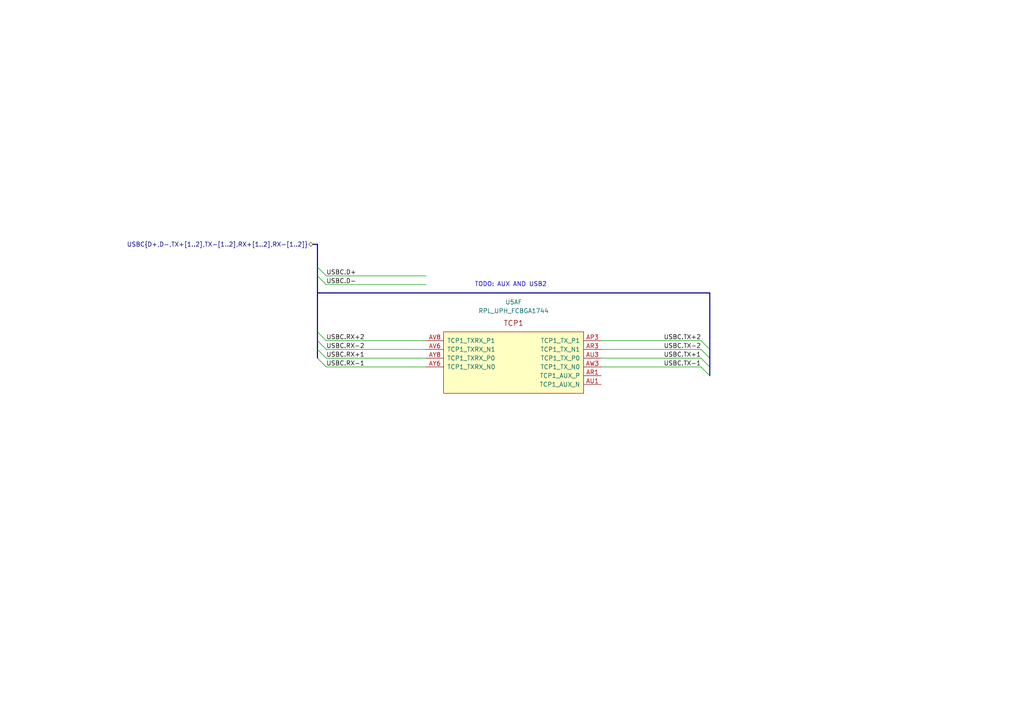
<source format=kicad_sch>
(kicad_sch (version 20230121) (generator eeschema)
  (paper "A4")
  (lib_symbols
    (symbol "local:RPL_UPH_FCBGA1744" (pin_names (offset 1.016))
      (property "Reference" "U" (at 1.27 19.05 0))
      (property "Value" "RPL_UPH_FCBGA1744" (at 1.27 16.51 0))
      (symbol "RPL_UPH_FCBGA1744_1_1"
        (text "CAMERA" (at 0 2.54 0) (effects (font (size 1.524 1.524))))
        (pin input line (at 25.4 -20.32 180) (length 5.08) (name "CSI_A_DN[1]/CSI_B_DN[2]") (number "A36"))
        (pin input line (at 25.4 -10.16 180) (length 5.08) (name "CSI_B_DN[0]") (number "A38"))
        (pin unspecified line (at -25.4 -2.54 0) (length 5.08) (name "CSI_RCOMP") (number "A55"))
        (pin input line (at 25.4 -5.08 180) (length 5.08) (name "CSI_B_DN[1]") (number "AA41"))
        (pin input line (at -25.4 -10.16 0) (length 5.08) (name "CSI_D_DN[1]/CSI_C_DN[2]") (number "AB41"))
        (pin input line (at -25.4 -7.62 0) (length 5.08) (name "CSI_D_DP[1]/CSI_C_DP[2]") (number "AD41"))
        (pin input line (at -25.4 -15.24 0) (length 5.08) (name "CSI_D_DN[0]/CSI_C_DN[3]") (number "AF41"))
        (pin input line (at -25.4 -12.7 0) (length 5.08) (name "CSI_D_DP[0]/CSI_C_DP[3]") (number "AG41"))
        (pin unspecified line (at -25.4 -5.08 0) (length 5.08) (name "CSI_RCOMP") (number "B54"))
        (pin input line (at 25.4 -17.78 180) (length 5.08) (name "CSI_A_DP[1]/CSI_B_DP[2]") (number "C36"))
        (pin input line (at 25.4 -7.62 180) (length 5.08) (name "CSI_B_DP[0]") (number "C38"))
        (pin input line (at 25.4 -25.4 180) (length 5.08) (name "CSI_A_DN[0]/CSI_B_DN[3]") (number "E37"))
        (pin input line (at 25.4 -27.94 180) (length 5.08) (name "CSI_A_CLK_P") (number "F36"))
        (pin input line (at 25.4 -15.24 180) (length 5.08) (name "CSI_B_CLK_N") (number "F39"))
        (pin input line (at 25.4 -30.48 180) (length 5.08) (name "CSI_A_CLK_N") (number "G36"))
        (pin input line (at 25.4 -22.86 180) (length 5.08) (name "CSI_A_DP[0]/CSI_B_DP[3]") (number "G37"))
        (pin input line (at 25.4 -12.7 180) (length 5.08) (name "CSI_B_CLK_P") (number "G39"))
        (pin input line (at -25.4 -17.78 0) (length 5.08) (name "CSI_D_CLK_P") (number "J41"))
        (pin input line (at -25.4 -33.02 0) (length 5.08) (name "CSI_C_CLK_P") (number "J44"))
        (pin input line (at -25.4 -35.56 0) (length 5.08) (name "CSI_C_CLK_N") (number "K44"))
        (pin input line (at -25.4 -20.32 0) (length 5.08) (name "CSI_D_CLK_N") (number "L41"))
        (pin input line (at -25.4 -25.4 0) (length 5.08) (name "CSI_C_DN[1]") (number "M44"))
        (pin input line (at -25.4 -30.48 0) (length 5.08) (name "CSI_C_DN[0]") (number "P41"))
        (pin input line (at -25.4 -22.86 0) (length 5.08) (name "CSI_C_DP[1]") (number "P44"))
        (pin input line (at -25.4 -27.94 0) (length 5.08) (name "CSI_C_DP[0]") (number "T41"))
        (pin input line (at 25.4 -2.54 180) (length 5.08) (name "CSI_B_DP[1]") (number "W41"))
      )
      (symbol "RPL_UPH_FCBGA1744_2_1"
        (text "CFG" (at 0 2.54 0) (effects (font (size 1.524 1.524))))
        (pin bidirectional line (at 25.4 -17.78 180) (length 5.08) (name "CFG[2]") (number "AA12"))
        (pin bidirectional line (at 25.4 -22.86 180) (length 5.08) (name "CFG[0]") (number "AA16"))
        (pin bidirectional line (at 25.4 -15.24 180) (length 5.08) (name "CFG[3]") (number "AC12"))
        (pin bidirectional line (at 25.4 -12.7 180) (length 5.08) (name "CFG[4]") (number "AD11"))
        (pin bidirectional line (at 25.4 -20.32 180) (length 5.08) (name "CFG[1]") (number "AD16"))
        (pin bidirectional line (at -25.4 -5.08 0) (length 5.08) (name "CFG[16]") (number "AF17"))
        (pin bidirectional line (at -25.4 -20.32 0) (length 5.08) (name "CFG[10]") (number "AF20"))
        (pin bidirectional line (at -25.4 -2.54 0) (length 5.08) (name "CFG[17]") (number "AF22"))
        (pin bidirectional line (at -25.4 -12.7 0) (length 5.08) (name "CFG[13]") (number "AF35"))
        (pin bidirectional line (at -25.4 -7.62 0) (length 5.08) (name "CFG[15]") (number "AF37"))
        (pin bidirectional line (at 25.4 -10.16 180) (length 5.08) (name "CFG[5]") (number "AG15"))
        (pin bidirectional line (at 25.4 -7.62 180) (length 5.08) (name "CFG[6]") (number "AH17"))
        (pin bidirectional line (at -25.4 -22.86 0) (length 5.08) (name "CFG[9]") (number "AH22"))
        (pin bidirectional line (at -25.4 -17.78 0) (length 5.08) (name "CFG[11]") (number "AH25"))
        (pin bidirectional line (at -25.4 -10.16 0) (length 5.08) (name "CFG[14]") (number "AH35"))
        (pin bidirectional line (at -25.4 -15.24 0) (length 5.08) (name "CFG[12]") (number "AH37"))
        (pin bidirectional line (at 25.4 -5.08 180) (length 5.08) (name "CFG[7]") (number "AJ15"))
        (pin bidirectional line (at 25.4 -2.54 180) (length 5.08) (name "CFG[8]") (number "AK17"))
        (pin unspecified line (at 25.4 -25.4 180) (length 5.08) (name "CFG_RCOMP") (number "F8"))
      )
      (symbol "RPL_UPH_FCBGA1744_3_1"
        (text "CNVI" (at 0 2.54 0) (effects (font (size 1.524 1.524))))
        (pin output line (at 25.4 -10.16 180) (length 5.08) (name "GPP_F5/MODEM_CLKREQ/CRF_XTAL_CLKREQ") (number "EF36"))
        (pin output line (at 25.4 -22.86 180) (length 5.08) (name "GPP_F0/CNV_BRI_DT/UART2_RTS#") (number "EH33"))
        (pin input line (at 25.4 -7.62 180) (length 5.08) (name "GPP_F6/CNV_PA_BLANKING") (number "EH36"))
        (pin input line (at 25.4 -20.32 180) (length 5.08) (name "GPP_F1/CNV_BRI_RSP/UART2_RXD") (number "EK33"))
        (pin input line (at 25.4 -5.08 180) (length 5.08) (name "GPP_H8/I2C4_SDA/CNV_MFUART2_RXD") (number "EL43"))
        (pin output line (at 25.4 -17.78 180) (length 5.08) (name "GPP_F2/CNV_RGI_DT/UART2_TXD") (number "EN31"))
        (pin input line (at 25.4 -2.54 180) (length 5.08) (name "GPP_H9/I2C4_SCL/CNV_MFUART2_TXD") (number "EN43"))
        (pin input line (at 25.4 -15.24 180) (length 5.08) (name "GPP_F3/CNV_RGI_RSP/UART2_CTS#") (number "ER31"))
        (pin output line (at 25.4 -12.7 180) (length 5.08) (name "GPP_F4/CNV_RF_RESET#") (number "ET31"))
        (pin input line (at -25.4 -20.32 0) (length 5.08) (name "CNV_WR_D1P") (number "EV40"))
        (pin output line (at -25.4 -7.62 0) (length 5.08) (name "CNV_WT_D0P") (number "EV43"))
        (pin output line (at -25.4 -12.7 0) (length 5.08) (name "CNV_WT_CLKP") (number "EV47"))
        (pin input line (at -25.4 -25.4 0) (length 5.08) (name "CNV_WR_D0P") (number "EW42"))
        (pin input line (at -25.4 -22.86 0) (length 5.08) (name "CNV_WR_D1N") (number "EY40"))
        (pin input line (at -25.4 -27.94 0) (length 5.08) (name "CNV_WR_D0N") (number "EY42"))
        (pin output line (at -25.4 -10.16 0) (length 5.08) (name "CNV_WT_D0N") (number "EY43"))
        (pin output line (at -25.4 -15.24 0) (length 5.08) (name "CNV_WT_CLKN") (number "EY47"))
        (pin input line (at -25.4 -30.48 0) (length 5.08) (name "CNV_WR_CLKP") (number "FA43"))
        (pin output line (at -25.4 -5.08 0) (length 5.08) (name "CNV_WT_D1N") (number "FA46"))
        (pin unspecified line (at -25.4 -17.78 0) (length 5.08) (name "CNV_WT_RCOMP") (number "FC40"))
        (pin input line (at -25.4 -33.02 0) (length 5.08) (name "CNV_WR_CLKN") (number "FC43"))
        (pin output line (at -25.4 -2.54 0) (length 5.08) (name "CNV_WT_D1P") (number "FC46"))
      )
      (symbol "RPL_UPH_FCBGA1744_4_1"
        (text "DDR_A" (at 0 2.54 0) (effects (font (size 1.524 1.524))))
        (pin bidirectional line (at -25.4 -5.08 0) (length 5.08) (name "DDR1_DQ[3][6]") (number "BJ47"))
        (pin bidirectional line (at -25.4 -2.54 0) (length 5.08) (name "DDR1_DQ[3][7]") (number "BJ50"))
        (pin bidirectional line (at -25.4 -10.16 0) (length 5.08) (name "DDR1_DQ[3][4]") (number "BK53"))
        (pin bidirectional line (at -25.4 -86.36 0) (length 5.08) (name "DDR1_DQ[1][6]") (number "BK57"))
        (pin bidirectional line (at -25.4 -91.44 0) (length 5.08) (name "DDR1_DQ[1][4]") (number "BK60"))
        (pin bidirectional line (at -25.4 -7.62 0) (length 5.08) (name "DDR1_DQ[3][5]") (number "BL48"))
        (pin bidirectional line (at 25.4 -22.86 180) (length 5.08) (name "DDR1_DQSN[3]") (number "BL51"))
        (pin bidirectional line (at -25.4 -88.9 0) (length 5.08) (name "DDR1_DQ[1][5]") (number "BL56"))
        (pin bidirectional line (at -25.4 -83.82 0) (length 5.08) (name "DDR1_DQ[1][7]") (number "BL58"))
        (pin bidirectional line (at 25.4 -12.7 180) (length 5.08) (name "DDR1_DQSP[1]") (number "BL61"))
        (pin bidirectional line (at -25.4 -15.24 0) (length 5.08) (name "DDR1_DQ[3][2]") (number "BN48"))
        (pin bidirectional line (at 25.4 -2.54 180) (length 5.08) (name "DDR1_DQSP[3]") (number "BN51"))
        (pin bidirectional line (at -25.4 -96.52 0) (length 5.08) (name "DDR1_DQ[1][2]") (number "BN56"))
        (pin bidirectional line (at -25.4 -101.6 0) (length 5.08) (name "DDR1_DQ[1][0]") (number "BN58"))
        (pin bidirectional line (at 25.4 -33.02 180) (length 5.08) (name "DDR1_DQSN[1]") (number "BN61"))
        (pin bidirectional line (at -25.4 -17.78 0) (length 5.08) (name "DDR1_DQ[3][1]") (number "BP47"))
        (pin bidirectional line (at -25.4 -20.32 0) (length 5.08) (name "DDR1_DQ[3][0]") (number "BP50"))
        (pin bidirectional line (at -25.4 -12.7 0) (length 5.08) (name "DDR1_DQ[3][3]") (number "BP53"))
        (pin bidirectional line (at -25.4 -99.06 0) (length 5.08) (name "DDR1_DQ[1][1]") (number "BP57"))
        (pin bidirectional line (at -25.4 -93.98 0) (length 5.08) (name "DDR1_DQ[1][3]") (number "BP60"))
        (pin bidirectional line (at -25.4 -25.4 0) (length 5.08) (name "DDR1_DQ[2][6]") (number "BT47"))
        (pin bidirectional line (at -25.4 -22.86 0) (length 5.08) (name "DDR1_DQ[2][7]") (number "BT50"))
        (pin bidirectional line (at -25.4 -30.48 0) (length 5.08) (name "DDR1_DQ[2][4]") (number "BT53"))
        (pin bidirectional line (at -25.4 -106.68 0) (length 5.08) (name "DDR1_DQ[0][6]") (number "BT57"))
        (pin bidirectional line (at -25.4 -111.76 0) (length 5.08) (name "DDR1_DQ[0][4]") (number "BT60"))
        (pin bidirectional line (at -25.4 -27.94 0) (length 5.08) (name "DDR1_DQ[2][5]") (number "BU48"))
        (pin bidirectional line (at 25.4 -25.4 180) (length 5.08) (name "DDR1_DQSN[2]") (number "BU51"))
        (pin bidirectional line (at -25.4 -109.22 0) (length 5.08) (name "DDR1_DQ[0][5]") (number "BU56"))
        (pin bidirectional line (at -25.4 -104.14 0) (length 5.08) (name "DDR1_DQ[0][7]") (number "BU58"))
        (pin bidirectional line (at 25.4 -15.24 180) (length 5.08) (name "DDR1_DQSP[0]") (number "BU61"))
        (pin bidirectional line (at -25.4 -35.56 0) (length 5.08) (name "DDR1_DQ[2][2]") (number "BW48"))
        (pin bidirectional line (at 25.4 -5.08 180) (length 5.08) (name "DDR1_DQSP[2]") (number "BW51"))
        (pin bidirectional line (at -25.4 -116.84 0) (length 5.08) (name "DDR1_DQ[0][2]") (number "BW56"))
        (pin bidirectional line (at -25.4 -121.92 0) (length 5.08) (name "DDR1_DQ[0][0]") (number "BW58"))
        (pin bidirectional line (at 25.4 -35.56 180) (length 5.08) (name "DDR1_DQSN[0]") (number "BW61"))
        (pin bidirectional line (at -25.4 -40.64 0) (length 5.08) (name "DDR1_DQ[2][0]") (number "BY50"))
        (pin bidirectional line (at -25.4 -33.02 0) (length 5.08) (name "DDR1_DQ[2][3]") (number "BY53"))
        (pin bidirectional line (at -25.4 -119.38 0) (length 5.08) (name "DDR1_DQ[0][1]") (number "BY57"))
        (pin bidirectional line (at -25.4 -114.3 0) (length 5.08) (name "DDR1_DQ[0][3]") (number "BY60"))
        (pin bidirectional line (at -25.4 -38.1 0) (length 5.08) (name "DDR1_DQ[2][1]") (number "CA47"))
        (pin output line (at 25.4 -45.72 180) (length 5.08) (name "DDR1_CS[0]") (number "CC47"))
        (pin output line (at 25.4 -88.9 180) (length 5.08) (name "DDR1_CA[1]") (number "CC50"))
        (pin output line (at 25.4 -43.18 180) (length 5.08) (name "DDR1_CS[1]") (number "CC53"))
        (pin output line (at 25.4 -124.46 180) (length 5.08) (name "DDR1_CLK_N[1]") (number "CD48"))
        (pin output line (at 25.4 -119.38 180) (length 5.08) (name "DDR1_CLK_P[1]") (number "CD49"))
        (pin output line (at 25.4 -48.26 180) (length 5.08) (name "DDR1_CA[0]") (number "CE53"))
        (pin output line (at 25.4 -129.54 180) (length 5.08) (name "DDR1_CA[4]") (number "CE60"))
        (pin output line (at 25.4 -53.34 180) (length 5.08) (name "DDR1_CA[2]") (number "CF56"))
        (pin output line (at 25.4 -58.42 180) (length 5.08) (name "DDR1_CLK_N[0]") (number "CF61"))
        (pin output line (at 25.4 -50.8 180) (length 5.08) (name "DDR1_CA[6]") (number "CH46"))
        (pin output line (at 25.4 -71.12 180) (length 5.08) (name "DDR1_CA[3]") (number "CH48"))
        (pin output line (at 25.4 -101.6 180) (length 5.08) (name "DDR1_CA[12]") (number "CH56"))
        (pin output line (at 25.4 -78.74 180) (length 5.08) (name "DDR1_CA[7]") (number "CH58"))
        (pin output line (at 25.4 -55.88 180) (length 5.08) (name "DDR1_CLK_P[0]") (number "CH61"))
        (pin output line (at 25.4 -111.76 180) (length 5.08) (name "DDR1_CA[5]") (number "CJ50"))
        (pin output line (at 25.4 -134.62 180) (length 5.08) (name "DDR1_CA[10]") (number "CJ53"))
        (pin output line (at 25.4 -137.16 180) (length 5.08) (name "DDR1_CA[9]") (number "CJ57"))
        (pin output line (at 25.4 -104.14 180) (length 5.08) (name "DDR1_CA[11]") (number "CJ60"))
        (pin output line (at 25.4 -106.68 180) (length 5.08) (name "DDR1_CA[8]") (number "CK47"))
        (pin output line (at 25.4 -132.08 180) (length 5.08) (name "DDR0_CA[10]") (number "CM47"))
        (pin output line (at 25.4 -76.2 180) (length 5.08) (name "DDR0_CA[6]") (number "CM50"))
        (pin output line (at 25.4 -91.44 180) (length 5.08) (name "DDR0_CA[8]") (number "CM53"))
        (pin output line (at 25.4 -63.5 180) (length 5.08) (name "DDR0_CLK_N[1]") (number "CN48"))
        (pin output line (at 25.4 -60.96 180) (length 5.08) (name "DDR0_CLK_P[1]") (number "CN49"))
        (pin output line (at 25.4 -96.52 180) (length 5.08) (name "DDR0_CA[11]") (number "CP53"))
        (pin output line (at 25.4 -81.28 180) (length 5.08) (name "DDR0_CA[9]") (number "CP60"))
        (pin output line (at 25.4 -83.82 180) (length 5.08) (name "DDR0_CA[12]") (number "CR56"))
        (pin output line (at 25.4 -127 180) (length 5.08) (name "DDR0_CLK_N[0]") (number "CR61"))
        (pin output line (at 25.4 -93.98 180) (length 5.08) (name "DDR0_CA[7]") (number "CT46"))
        (pin output line (at 25.4 -99.06 180) (length 5.08) (name "DDR0_CA[5]") (number "CU48"))
        (pin output line (at 25.4 -68.58 180) (length 5.08) (name "DDR0_CA[1]") (number "CU56"))
        (pin output line (at 25.4 -66.04 180) (length 5.08) (name "DDR0_CA[0]") (number "CU58"))
        (pin output line (at 25.4 -121.92 180) (length 5.08) (name "DDR0_CLK_P[0]") (number "CU61"))
        (pin output line (at 25.4 -116.84 180) (length 5.08) (name "DDR0_CA[4]") (number "CV50"))
        (pin output line (at 25.4 -73.66 180) (length 5.08) (name "DDR0_CA[3]") (number "CV53"))
        (pin output line (at 25.4 -109.22 180) (length 5.08) (name "DDR0_CS[0]") (number "CV57"))
        (pin output line (at 25.4 -86.36 180) (length 5.08) (name "DDR0_CS[1]") (number "CV60"))
        (pin output line (at 25.4 -114.3 180) (length 5.08) (name "DDR0_CA[2]") (number "CW47"))
        (pin bidirectional line (at -25.4 -45.72 0) (length 5.08) (name "DDR0_DQ[3][6]") (number "CY47"))
        (pin bidirectional line (at -25.4 -43.18 0) (length 5.08) (name "DDR0_DQ[3][7]") (number "CY50"))
        (pin bidirectional line (at -25.4 -127 0) (length 5.08) (name "DDR0_DQ[1][6]") (number "CY57"))
        (pin bidirectional line (at -25.4 -132.08 0) (length 5.08) (name "DDR0_DQ[1][4]") (number "CY60"))
        (pin bidirectional line (at -25.4 -50.8 0) (length 5.08) (name "DDR0_DQ[3][4]") (number "DA53"))
        (pin bidirectional line (at -25.4 -124.46 0) (length 5.08) (name "DDR0_DQ[1][7]") (number "DA58"))
        (pin bidirectional line (at -25.4 -48.26 0) (length 5.08) (name "DDR0_DQ[3][5]") (number "DB48"))
        (pin bidirectional line (at 25.4 -27.94 180) (length 5.08) (name "DDR0_DQSN[3]") (number "DB51"))
        (pin bidirectional line (at -25.4 -129.54 0) (length 5.08) (name "DDR0_DQ[1][5]") (number "DB56"))
        (pin bidirectional line (at 25.4 -17.78 180) (length 5.08) (name "DDR0_DQSP[1]") (number "DB61"))
        (pin bidirectional line (at -25.4 -55.88 0) (length 5.08) (name "DDR0_DQ[3][2]") (number "DC48"))
        (pin bidirectional line (at 25.4 -7.62 180) (length 5.08) (name "DDR0_DQSP[3]") (number "DC51"))
        (pin bidirectional line (at 25.4 -38.1 180) (length 5.08) (name "DDR0_DQSN[1]") (number "DC61"))
        (pin bidirectional line (at -25.4 -137.16 0) (length 5.08) (name "DDR0_DQ[1][2]") (number "DD56"))
        (pin bidirectional line (at -25.4 -142.24 0) (length 5.08) (name "DDR0_DQ[1][0]") (number "DD58"))
        (pin bidirectional line (at -25.4 -58.42 0) (length 5.08) (name "DDR0_DQ[3][1]") (number "DE47"))
        (pin bidirectional line (at -25.4 -60.96 0) (length 5.08) (name "DDR0_DQ[3][0]") (number "DE50"))
        (pin bidirectional line (at -25.4 -53.34 0) (length 5.08) (name "DDR0_DQ[3][3]") (number "DE53"))
        (pin bidirectional line (at -25.4 -139.7 0) (length 5.08) (name "DDR0_DQ[1][1]") (number "DE57"))
        (pin bidirectional line (at -25.4 -134.62 0) (length 5.08) (name "DDR0_DQ[1][3]") (number "DE60"))
        (pin bidirectional line (at -25.4 -66.04 0) (length 5.08) (name "DDR0_DQ[2][6]") (number "DG47"))
        (pin bidirectional line (at -25.4 -63.5 0) (length 5.08) (name "DDR0_DQ[2][7]") (number "DG50"))
        (pin bidirectional line (at -25.4 -71.12 0) (length 5.08) (name "DDR0_DQ[2][4]") (number "DG53"))
        (pin bidirectional line (at -25.4 -147.32 0) (length 5.08) (name "DDR0_DQ[0][6]") (number "DG57"))
        (pin bidirectional line (at -25.4 -152.4 0) (length 5.08) (name "DDR0_DQ[0][4]") (number "DG60"))
        (pin bidirectional line (at -25.4 -68.58 0) (length 5.08) (name "DDR0_DQ[2][5]") (number "DH48"))
        (pin bidirectional line (at 25.4 -30.48 180) (length 5.08) (name "DDR0_DQSN[2]") (number "DH51"))
        (pin bidirectional line (at -25.4 -149.86 0) (length 5.08) (name "DDR0_DQ[0][5]") (number "DH56"))
        (pin bidirectional line (at -25.4 -144.78 0) (length 5.08) (name "DDR0_DQ[0][7]") (number "DH58"))
        (pin bidirectional line (at 25.4 -20.32 180) (length 5.08) (name "DDR0_DQSP[0]") (number "DH61"))
        (pin bidirectional line (at -25.4 -76.2 0) (length 5.08) (name "DDR0_DQ[2][2]") (number "DK48"))
        (pin bidirectional line (at 25.4 -10.16 180) (length 5.08) (name "DDR0_DQSP[2]") (number "DK51"))
        (pin bidirectional line (at -25.4 -157.48 0) (length 5.08) (name "DDR0_DQ[0][2]") (number "DK56"))
        (pin bidirectional line (at -25.4 -162.56 0) (length 5.08) (name "DDR0_DQ[0][0]") (number "DK58"))
        (pin bidirectional line (at 25.4 -40.64 180) (length 5.08) (name "DDR0_DQSN[0]") (number "DK61"))
        (pin bidirectional line (at -25.4 -81.28 0) (length 5.08) (name "DDR0_DQ[2][0]") (number "DL50"))
        (pin bidirectional line (at -25.4 -73.66 0) (length 5.08) (name "DDR0_DQ[2][3]") (number "DL53"))
        (pin bidirectional line (at -25.4 -160.02 0) (length 5.08) (name "DDR0_DQ[0][1]") (number "DL57"))
        (pin bidirectional line (at -25.4 -154.94 0) (length 5.08) (name "DDR0_DQ[0][3]") (number "DL60"))
        (pin bidirectional line (at -25.4 -78.74 0) (length 5.08) (name "DDR0_DQ[2][1]") (number "DM47"))
      )
      (symbol "RPL_UPH_FCBGA1744_5_1"
        (text "DDR_B" (at 0 2.54 0) (effects (font (size 1.524 1.524))))
        (pin bidirectional line (at 25.4 -12.7 180) (length 5.08) (name "DDR3_DQSP[1]") (number "A43"))
        (pin bidirectional line (at 25.4 -33.02 180) (length 5.08) (name "DDR3_DQSN[1]") (number "A44"))
        (pin bidirectional line (at 25.4 -15.24 180) (length 5.08) (name "DDR3_DQSP[0]") (number "A49"))
        (pin bidirectional line (at 25.4 -35.56 180) (length 5.08) (name "DDR3_DQSN[0]") (number "A51"))
        (pin output line (at 25.4 -50.8 180) (length 5.08) (name "DDR3_CA[6]") (number "AA46"))
        (pin output line (at 25.4 -71.12 180) (length 5.08) (name "DDR3_CA[3]") (number "AA48"))
        (pin output line (at 25.4 -104.14 180) (length 5.08) (name "DDR3_CA[12]") (number "AB56"))
        (pin output line (at 25.4 -101.6 180) (length 5.08) (name "DDR3_CA[7]") (number "AB58"))
        (pin output line (at 25.4 -55.88 180) (length 5.08) (name "DDR3_CLK_P[0]") (number "AB61"))
        (pin output line (at 25.4 -106.68 180) (length 5.08) (name "DDR3_CA[8]") (number "AC47"))
        (pin output line (at 25.4 -111.76 180) (length 5.08) (name "DDR3_CA[5]") (number "AC50"))
        (pin output line (at 25.4 -134.62 180) (length 5.08) (name "DDR3_CA[10]") (number "AC53"))
        (pin output line (at 25.4 -137.16 180) (length 5.08) (name "DDR3_CA[9]") (number "AC57"))
        (pin output line (at 25.4 -78.74 180) (length 5.08) (name "DDR3_CA[11]") (number "AC60"))
        (pin output line (at 25.4 -132.08 180) (length 5.08) (name "DDR2_CA[10]") (number "AE47"))
        (pin output line (at 25.4 -76.2 180) (length 5.08) (name "DDR2_CA[6]") (number "AE50"))
        (pin output line (at 25.4 -91.44 180) (length 5.08) (name "DDR2_CA[8]") (number "AE53"))
        (pin output line (at 25.4 -63.5 180) (length 5.08) (name "DDR2_CLK_N[1]") (number "AG48"))
        (pin output line (at 25.4 -60.96 180) (length 5.08) (name "DDR2_CLK_P[1]") (number "AG49"))
        (pin output line (at 25.4 -96.52 180) (length 5.08) (name "DDR2_CA[11]") (number "AH53"))
        (pin output line (at 25.4 -81.28 180) (length 5.08) (name "DDR2_CA[9]") (number "AH60"))
        (pin output line (at 25.4 -83.82 180) (length 5.08) (name "DDR2_CA[12]") (number "AJ56"))
        (pin output line (at 25.4 -127 180) (length 5.08) (name "DDR2_CLK_N[0]") (number "AJ61"))
        (pin output line (at 25.4 -93.98 180) (length 5.08) (name "DDR2_CA[7]") (number "AK46"))
        (pin output line (at 25.4 -99.06 180) (length 5.08) (name "DDR2_CA[5]") (number "AK48"))
        (pin output line (at 25.4 -66.04 180) (length 5.08) (name "DDR2_CA[1]") (number "AL56"))
        (pin output line (at 25.4 -68.58 180) (length 5.08) (name "DDR2_CA[0]") (number "AL58"))
        (pin output line (at 25.4 -121.92 180) (length 5.08) (name "DDR2_CLK_P[0]") (number "AL61"))
        (pin output line (at 25.4 -114.3 180) (length 5.08) (name "DDR2_CA[2]") (number "AM47"))
        (pin output line (at 25.4 -116.84 180) (length 5.08) (name "DDR2_CA[4]") (number "AM50"))
        (pin output line (at 25.4 -73.66 180) (length 5.08) (name "DDR2_CA[3]") (number "AM53"))
        (pin output line (at 25.4 -86.36 180) (length 5.08) (name "DDR2_CS[1]") (number "AM57"))
        (pin output line (at 25.4 -109.22 180) (length 5.08) (name "DDR2_CS[0]") (number "AM60"))
        (pin bidirectional line (at -25.4 -45.72 0) (length 5.08) (name "DDR2_DQ[3][6]") (number "AP47"))
        (pin bidirectional line (at -25.4 -43.18 0) (length 5.08) (name "DDR2_DQ[3][7]") (number "AP50"))
        (pin bidirectional line (at -25.4 -50.8 0) (length 5.08) (name "DDR2_DQ[3][4]") (number "AP53"))
        (pin bidirectional line (at -25.4 -127 0) (length 5.08) (name "DDR2_DQ[1][6]") (number "AP57"))
        (pin bidirectional line (at -25.4 -132.08 0) (length 5.08) (name "DDR2_DQ[1][4]") (number "AP60"))
        (pin bidirectional line (at -25.4 -48.26 0) (length 5.08) (name "DDR2_DQ[3][5]") (number "AR48"))
        (pin bidirectional line (at 25.4 -27.94 180) (length 5.08) (name "DDR2_DQSN[3]") (number "AR51"))
        (pin bidirectional line (at -25.4 -129.54 0) (length 5.08) (name "DDR2_DQ[1][5]") (number "AR56"))
        (pin bidirectional line (at -25.4 -124.46 0) (length 5.08) (name "DDR2_DQ[1][7]") (number "AR58"))
        (pin bidirectional line (at 25.4 -17.78 180) (length 5.08) (name "DDR2_DQSP[1]") (number "AR61"))
        (pin bidirectional line (at -25.4 -55.88 0) (length 5.08) (name "DDR2_DQ[3][2]") (number "AU48"))
        (pin bidirectional line (at 25.4 -7.62 180) (length 5.08) (name "DDR2_DQSP[3]") (number "AU51"))
        (pin bidirectional line (at -25.4 -137.16 0) (length 5.08) (name "DDR2_DQ[1][2]") (number "AU56"))
        (pin bidirectional line (at -25.4 -142.24 0) (length 5.08) (name "DDR2_DQ[1][0]") (number "AU58"))
        (pin bidirectional line (at 25.4 -38.1 180) (length 5.08) (name "DDR2_DQSN[1]") (number "AU61"))
        (pin bidirectional line (at -25.4 -60.96 0) (length 5.08) (name "DDR2_DQ[3][0]") (number "AV50"))
        (pin bidirectional line (at -25.4 -53.34 0) (length 5.08) (name "DDR2_DQ[3][3]") (number "AV53"))
        (pin bidirectional line (at -25.4 -139.7 0) (length 5.08) (name "DDR2_DQ[1][1]") (number "AV57"))
        (pin bidirectional line (at -25.4 -134.62 0) (length 5.08) (name "DDR2_DQ[1][3]") (number "AV60"))
        (pin bidirectional line (at -25.4 -58.42 0) (length 5.08) (name "DDR2_DQ[3][1]") (number "AW47"))
        (pin bidirectional line (at -25.4 -66.04 0) (length 5.08) (name "DDR2_DQ[2][6]") (number "AY47"))
        (pin bidirectional line (at -25.4 -91.44 0) (length 5.08) (name "DDR3_DQ[1][4]") (number "B41"))
        (pin bidirectional line (at -25.4 -93.98 0) (length 5.08) (name "DDR3_DQ[1][3]") (number "B46"))
        (pin bidirectional line (at -25.4 -111.76 0) (length 5.08) (name "DDR3_DQ[0][4]") (number "B48"))
        (pin bidirectional line (at -25.4 -114.3 0) (length 5.08) (name "DDR3_DQ[0][3]") (number "B52"))
        (pin bidirectional line (at -25.4 -63.5 0) (length 5.08) (name "DDR2_DQ[2][7]") (number "BA50"))
        (pin bidirectional line (at -25.4 -71.12 0) (length 5.08) (name "DDR2_DQ[2][4]") (number "BA53"))
        (pin bidirectional line (at -25.4 -147.32 0) (length 5.08) (name "DDR2_DQ[0][6]") (number "BA57"))
        (pin bidirectional line (at -25.4 -152.4 0) (length 5.08) (name "DDR2_DQ[0][4]") (number "BA60"))
        (pin bidirectional line (at -25.4 -68.58 0) (length 5.08) (name "DDR2_DQ[2][5]") (number "BB48"))
        (pin bidirectional line (at 25.4 -30.48 180) (length 5.08) (name "DDR2_DQSN[2]") (number "BB51"))
        (pin bidirectional line (at -25.4 -149.86 0) (length 5.08) (name "DDR2_DQ[0][5]") (number "BB56"))
        (pin bidirectional line (at -25.4 -144.78 0) (length 5.08) (name "DDR2_DQ[0][7]") (number "BB58"))
        (pin bidirectional line (at 25.4 -20.32 180) (length 5.08) (name "DDR2_DQSP[0]") (number "BB61"))
        (pin bidirectional line (at -25.4 -76.2 0) (length 5.08) (name "DDR2_DQ[2][2]") (number "BD48"))
        (pin bidirectional line (at 25.4 -10.16 180) (length 5.08) (name "DDR2_DQSP[2]") (number "BD51"))
        (pin bidirectional line (at -25.4 -157.48 0) (length 5.08) (name "DDR2_DQ[0][2]") (number "BD56"))
        (pin bidirectional line (at -25.4 -162.56 0) (length 5.08) (name "DDR2_DQ[0][0]") (number "BD58"))
        (pin bidirectional line (at 25.4 -40.64 180) (length 5.08) (name "DDR2_DQSN[0]") (number "BD61"))
        (pin bidirectional line (at -25.4 -78.74 0) (length 5.08) (name "DDR2_DQ[2][1]") (number "BE47"))
        (pin bidirectional line (at -25.4 -81.28 0) (length 5.08) (name "DDR2_DQ[2][0]") (number "BE50"))
        (pin bidirectional line (at -25.4 -73.66 0) (length 5.08) (name "DDR2_DQ[2][3]") (number "BE53"))
        (pin bidirectional line (at -25.4 -160.02 0) (length 5.08) (name "DDR2_DQ[0][1]") (number "BE57"))
        (pin bidirectional line (at -25.4 -154.94 0) (length 5.08) (name "DDR2_DQ[0][3]") (number "BE60"))
        (pin bidirectional line (at -25.4 -86.36 0) (length 5.08) (name "DDR3_DQ[1][6]") (number "C42"))
        (pin bidirectional line (at -25.4 -101.6 0) (length 5.08) (name "DDR3_DQ[1][0]") (number "C45"))
        (pin bidirectional line (at -25.4 -104.14 0) (length 5.08) (name "DDR3_DQ[0][7]") (number "C49"))
        (pin bidirectional line (at -25.4 -121.92 0) (length 5.08) (name "DDR3_DQ[0][0]") (number "C51"))
        (pin bidirectional line (at -25.4 -83.82 0) (length 5.08) (name "DDR3_DQ[1][7]") (number "E41"))
        (pin bidirectional line (at -25.4 -99.06 0) (length 5.08) (name "DDR3_DQ[1][1]") (number "E46"))
        (pin bidirectional line (at -25.4 -106.68 0) (length 5.08) (name "DDR3_DQ[0][6]") (number "E48"))
        (pin bidirectional line (at -25.4 -119.38 0) (length 5.08) (name "DDR3_DQ[0][1]") (number "E52"))
        (pin bidirectional line (at -25.4 -88.9 0) (length 5.08) (name "DDR3_DQ[1][5]") (number "F43"))
        (pin bidirectional line (at -25.4 -96.52 0) (length 5.08) (name "DDR3_DQ[1][2]") (number "F44"))
        (pin bidirectional line (at -25.4 -109.22 0) (length 5.08) (name "DDR3_DQ[0][5]") (number "F49"))
        (pin bidirectional line (at -25.4 -116.84 0) (length 5.08) (name "DDR3_DQ[0][2]") (number "F51"))
        (pin bidirectional line (at -25.4 -7.62 0) (length 5.08) (name "DDR3_DQ[3][5]") (number "F54"))
        (pin bidirectional line (at -25.4 -5.08 0) (length 5.08) (name "DDR3_DQ[3][6]") (number "F58"))
        (pin bidirectional line (at -25.4 -12.7 0) (length 5.08) (name "DDR3_DQ[3][3]") (number "H56"))
        (pin bidirectional line (at -25.4 -2.54 0) (length 5.08) (name "DDR3_DQ[3][7]") (number "K50"))
        (pin bidirectional line (at -25.4 -15.24 0) (length 5.08) (name "DDR3_DQ[3][2]") (number "K53"))
        (pin bidirectional line (at -25.4 -25.4 0) (length 5.08) (name "DDR3_DQ[2][6]") (number "K57"))
        (pin bidirectional line (at -25.4 -30.48 0) (length 5.08) (name "DDR3_DQ[2][4]") (number "K60"))
        (pin bidirectional line (at -25.4 -10.16 0) (length 5.08) (name "DDR3_DQ[3][4]") (number "L48"))
        (pin bidirectional line (at 25.4 -22.86 180) (length 5.08) (name "DDR3_DQSN[3]") (number "L51"))
        (pin bidirectional line (at -25.4 -27.94 0) (length 5.08) (name "DDR3_DQ[2][5]") (number "L56"))
        (pin bidirectional line (at -25.4 -22.86 0) (length 5.08) (name "DDR3_DQ[2][7]") (number "L58"))
        (pin bidirectional line (at 25.4 -25.4 180) (length 5.08) (name "DDR3_DQSN[2]") (number "L61"))
        (pin bidirectional line (at 25.4 -2.54 180) (length 5.08) (name "DDR3_DQSP[3]") (number "N51"))
        (pin bidirectional line (at -25.4 -35.56 0) (length 5.08) (name "DDR3_DQ[2][2]") (number "N56"))
        (pin bidirectional line (at -25.4 -40.64 0) (length 5.08) (name "DDR3_DQ[2][0]") (number "N58"))
        (pin bidirectional line (at 25.4 -5.08 180) (length 5.08) (name "DDR3_DQSP[2]") (number "N61"))
        (pin bidirectional line (at -25.4 -17.78 0) (length 5.08) (name "DDR3_DQ[3][1]") (number "P50"))
        (pin bidirectional line (at -25.4 -20.32 0) (length 5.08) (name "DDR3_DQ[3][0]") (number "P53"))
        (pin bidirectional line (at -25.4 -38.1 0) (length 5.08) (name "DDR3_DQ[2][1]") (number "P57"))
        (pin bidirectional line (at -25.4 -33.02 0) (length 5.08) (name "DDR3_DQ[2][3]") (number "P60"))
        (pin output line (at 25.4 -45.72 180) (length 5.08) (name "DDR3_CS[0]") (number "T47"))
        (pin output line (at 25.4 -88.9 180) (length 5.08) (name "DDR3_CA[1]") (number "T50"))
        (pin output line (at 25.4 -43.18 180) (length 5.08) (name "DDR3_CS[1]") (number "T53"))
        (pin output line (at 25.4 -119.38 180) (length 5.08) (name "DDR3_CLK_P[1]") (number "V48"))
        (pin output line (at 25.4 -124.46 180) (length 5.08) (name "DDR3_CLK_N[1]") (number "V49"))
        (pin output line (at 25.4 -48.26 180) (length 5.08) (name "DDR3_CA[0]") (number "W53"))
        (pin output line (at 25.4 -129.54 180) (length 5.08) (name "DDR3_CA[4]") (number "W60"))
        (pin output line (at 25.4 -53.34 180) (length 5.08) (name "DDR3_CA[2]") (number "Y56"))
        (pin output line (at 25.4 -58.42 180) (length 5.08) (name "DDR3_CLK_N[0]") (number "Y61"))
      )
      (symbol "RPL_UPH_FCBGA1744_6_1"
        (text "DDR_MISC" (at 0 2.54 0) (effects (font (size 1.524 1.524))))
        (pin unspecified line (at 25.4 -15.24 180) (length 5.08) (name "DDR_COMP") (number "A56"))
        (pin output line (at -25.4 -5.08 0) (length 5.08) (name "NC") (number "AB51"))
        (pin output line (at -25.4 -43.18 0) (length 5.08) (name "NC") (number "AE55"))
        (pin output line (at -25.4 -48.26 0) (length 5.08) (name "NC") (number "AE60"))
        (pin output line (at -25.4 -45.72 0) (length 5.08) (name "NC") (number "AF57"))
        (pin output line (at -25.4 -17.78 0) (length 5.08) (name "NC") (number "AH57"))
        (pin output line (at -25.4 -12.7 0) (length 5.08) (name "NC") (number "AJ51"))
        (pin output line (at -25.4 -20.32 0) (length 5.08) (name "NC") (number "AJ58"))
        (pin output line (at -25.4 -15.24 0) (length 5.08) (name "NC") (number "AL51"))
        (pin unspecified line (at 25.4 -17.78 180) (length 5.08) (name "DDR_COMP") (number "B56"))
        (pin input line (at 25.4 -5.08 180) (length 5.08) (name "DDR0_ALERT#") (number "BF61"))
        (pin output line (at 25.4 -12.7 180) (length 5.08) (name "DDR_VTT_CTL") (number "BG50"))
        (pin output line (at 25.4 -7.62 180) (length 5.08) (name "DDR1_VREF_CA0") (number "BG55"))
        (pin input line (at 25.4 -2.54 180) (length 5.08) (name "DDR1_ALERT#") (number "BG57"))
        (pin output line (at 25.4 -10.16 180) (length 5.08) (name "DDR0_VREF_CA0") (number "BG60"))
        (pin output line (at -25.4 -66.04 0) (length 5.08) (name "NC") (number "CB55"))
        (pin output line (at -25.4 -71.12 0) (length 5.08) (name "NC") (number "CC57"))
        (pin output line (at -25.4 -68.58 0) (length 5.08) (name "NC") (number "CC60"))
        (pin output line (at -25.4 -30.48 0) (length 5.08) (name "NC") (number "CE57"))
        (pin output line (at -25.4 -25.4 0) (length 5.08) (name "NC") (number "CF51"))
        (pin output line (at -25.4 -27.94 0) (length 5.08) (name "NC") (number "CF58"))
        (pin output line (at -25.4 -22.86 0) (length 5.08) (name "NC") (number "CH51"))
        (pin output line (at -25.4 -58.42 0) (length 5.08) (name "NC") (number "CL55"))
        (pin output line (at -25.4 -60.96 0) (length 5.08) (name "NC") (number "CM57"))
        (pin output line (at -25.4 -63.5 0) (length 5.08) (name "NC") (number "CM60"))
        (pin output line (at -25.4 -38.1 0) (length 5.08) (name "NC") (number "CP57"))
        (pin output line (at -25.4 -35.56 0) (length 5.08) (name "NC") (number "CR51"))
        (pin output line (at -25.4 -40.64 0) (length 5.08) (name "NC") (number "CR58"))
        (pin output line (at -25.4 -33.02 0) (length 5.08) (name "NC") (number "CU51"))
        (pin output line (at 25.4 -20.32 180) (length 5.08) (name "DRAM_RESET#") (number "EE53"))
        (pin output line (at -25.4 -53.34 0) (length 5.08) (name "NC") (number "T55"))
        (pin output line (at -25.4 -50.8 0) (length 5.08) (name "NC") (number "T60"))
        (pin output line (at -25.4 -55.88 0) (length 5.08) (name "NC") (number "U57"))
        (pin output line (at -25.4 -10.16 0) (length 5.08) (name "NC") (number "W57"))
        (pin output line (at -25.4 -2.54 0) (length 5.08) (name "NC") (number "Y51"))
        (pin output line (at -25.4 -7.62 0) (length 5.08) (name "NC") (number "Y58"))
      )
      (symbol "RPL_UPH_FCBGA1744_7_1"
        (text "EDP" (at 0 2.54 0) (effects (font (size 1.524 1.524))))
        (pin output line (at -25.4 -7.62 0) (length 5.08) (name "DDIA_TXP[2]") (number "AA1"))
        (pin output line (at -25.4 -5.08 0) (length 5.08) (name "DDIA_TXN[3]") (number "AA3"))
        (pin output line (at -25.4 -10.16 0) (length 5.08) (name "DDIA_TXN[2]") (number "AB1"))
        (pin output line (at -25.4 -12.7 0) (length 5.08) (name "DDIA_TXP[1]") (number "AB3"))
        (pin output line (at -25.4 -20.32 0) (length 5.08) (name "DDIA_TXN[0]") (number "AD1"))
        (pin output line (at -25.4 -15.24 0) (length 5.08) (name "DDIA_TXN[1]") (number "AD3"))
        (pin output line (at -25.4 -17.78 0) (length 5.08) (name "DDIA_TXP[0]") (number "AF1"))
        (pin bidirectional line (at 25.4 -2.54 180) (length 5.08) (name "DDIA_AUXP") (number "AF3"))
        (pin bidirectional line (at 25.4 -5.08 180) (length 5.08) (name "DDIA_AUXN") (number "AG3"))
        (pin unspecified line (at 25.4 -15.24 180) (length 5.08) (name "DDIA_RCOMP") (number "AJ1"))
        (pin output line (at 25.4 -12.7 180) (length 5.08) (name "eDP_BKLTCTL") (number "EL21"))
        (pin output line (at 25.4 -10.16 180) (length 5.08) (name "eDP_BKLTEN") (number "EN21"))
        (pin output line (at 25.4 -7.62 180) (length 5.08) (name "GPP_E14/DDSP_HPDA/DISP_MISC_A") (number "EV25"))
        (pin output line (at -25.4 -2.54 0) (length 5.08) (name "DDIA_TXP[3]") (number "W3"))
      )
      (symbol "RPL_UPH_FCBGA1744_8_1"
        (text "ESPI" (at 0 2.54 0) (effects (font (size 1.524 1.524))))
        (pin output line (at -25.4 -15.24 0) (length 5.08) (name "GPP_A4/ESPI_CS0#") (number "DP44"))
        (pin output line (at -25.4 -12.7 0) (length 5.08) (name "GPP_A5/ESPI_ALERT0#") (number "DP47"))
        (pin bidirectional line (at 25.4 -10.16 180) (length 5.08) (name "GPP_A0/ESPI_IO0") (number "DP51"))
        (pin bidirectional line (at 25.4 -2.54 180) (length 5.08) (name "GPP_A3/ESPI_IO3/SUSACK#") (number "DP52"))
        (pin output line (at -25.4 -10.16 0) (length 5.08) (name "GPP_A6/ESPI_ALERT1#") (number "DP54"))
        (pin bidirectional line (at 25.4 -7.62 180) (length 5.08) (name "GPP_A1/ESPI_IO1") (number "DT44"))
        (pin output line (at -25.4 -2.54 0) (length 5.08) (name "GPP_A23/ESPI_CS1#") (number "DT46"))
        (pin output line (at -25.4 -7.62 0) (length 5.08) (name "GPP_A9/ESPI_CLK") (number "DT49"))
        (pin output line (at -25.4 -5.08 0) (length 5.08) (name "GPP_A10/ESPI_RESET#") (number "DT51"))
        (pin bidirectional line (at 25.4 -5.08 180) (length 5.08) (name "GPP_A2/ESPI_IO2/SUSWARN#/SUSPWRDNACK") (number "DT54"))
      )
      (symbol "RPL_UPH_FCBGA1744_9_1"
        (text "GPD" (at 0 2.54 0) (effects (font (size 1.524 1.524))))
        (pin output line (at -25.4 -25.4 0) (length 5.08) (name "GPD10/SLP_S5#") (number "EG60"))
        (pin output line (at -25.4 -22.86 0) (length 5.08) (name "GPD11/LANPHYPC") (number "EJ56"))
        (pin output line (at -25.4 -2.54 0) (length 5.08) (name "GPD9/SLP_WLAN#") (number "EJ57"))
        (pin input line (at -25.4 -27.94 0) (length 5.08) (name "GPD1/ACPRESENT") (number "EJ59"))
        (pin output line (at -25.4 -5.08 0) (length 5.08) (name "GPD8/SUSCLK") (number "EJ61"))
        (pin output line (at -25.4 -7.62 0) (length 5.08) (name "GPD7") (number "EK60"))
        (pin input line (at -25.4 -30.48 0) (length 5.08) (name "GPD0/BATLOW#") (number "EM56"))
        (pin output line (at -25.4 -10.16 0) (length 5.08) (name "GPD6/SLP_A#") (number "EM57"))
        (pin output line (at -25.4 -15.24 0) (length 5.08) (name "GPD4/SLP_S3#") (number "EM59"))
        (pin input line (at -25.4 -17.78 0) (length 5.08) (name "GPD3/PWRBTN#") (number "EM61"))
        (pin output line (at -25.4 -12.7 0) (length 5.08) (name "GPD5/SLP_S4#") (number "EP56"))
        (pin input line (at -25.4 -20.32 0) (length 5.08) (name "GPD2/LAN_WAKE#") (number "EP58"))
      )
      (symbol "RPL_UPH_FCBGA1744_10_1"
        (text "GPP_A" (at 0 2.54 0) (effects (font (size 1.524 1.524))))
        (pin bidirectional line (at -25.4 -27.94 0) (length 5.08) (name "GPP_A13") (number "DV47"))
        (pin bidirectional line (at -25.4 -33.02 0) (length 5.08) (name "GPP_A11") (number "DV51"))
        (pin output line (at -25.4 -7.62 0) (length 5.08) (name "GPP_A22/DDPC_CTRLDATA") (number "DV52"))
        (pin input line (at -25.4 -10.16 0) (length 5.08) (name "GPP_A21/DDPC_CTRLCLK") (number "DV54"))
        (pin input line (at -25.4 -30.48 0) (length 5.08) (name "GPP_A12/SATAXPCIE1/SATAGP1/SRCCLKREQ9B#") (number "DY46"))
        (pin input line (at -25.4 -25.4 0) (length 5.08) (name "GPP_A14/USB_OC1#/DDSP_HPD3/DISP_MISC3") (number "DY47"))
        (pin input line (at -25.4 -22.86 0) (length 5.08) (name "GPP_A15/USB_OC2#/DDSP_HPD4/DISP_MISC4") (number "DY49"))
        (pin input line (at -25.4 -20.32 0) (length 5.08) (name "GPP_A16/USB_OC3#/ISH_GP5") (number "DY51"))
        (pin input line (at -25.4 -17.78 0) (length 5.08) (name "GPP_A17/DISP_MISCC") (number "DY54"))
        (pin input line (at -25.4 -15.24 0) (length 5.08) (name "GPP_A19/DDSP_HPD1/DISP_MISC1") (number "EB49"))
        (pin input line (at -25.4 -12.7 0) (length 5.08) (name "GPP_A20/DDSP_HPD2/DISP_MISC2") (number "EB51"))
        (pin input line (at -25.4 -5.08 0) (length 5.08) (name "GPP_A7/SRCCLK_OE7#") (number "EB52"))
        (pin input line (at -25.4 -2.54 0) (length 5.08) (name "GPP_A8/SRCCLKREQ7#") (number "EB54"))
      )
      (symbol "RPL_UPH_FCBGA1744_11_1"
        (text "GPP_B" (at 0 2.54 0) (effects (font (size 1.524 1.524))))
        (pin input line (at -25.4 -27.94 0) (length 5.08) (name "GPP_B16/I2C5_SDA/ISH_I2C2_SDA") (number "DN57"))
        (pin input line (at -25.4 -25.4 0) (length 5.08) (name "GPP_B17/I2C5_SCL/ISH_I2C2_SCL") (number "DN60"))
        (pin input line (at -25.4 -2.54 0) (length 5.08) (name "GPP_B8/ISH_I2C1_SCL/I2C3_SCL") (number "DR56"))
        (pin input line (at -25.4 -5.08 0) (length 5.08) (name "GPP_B7/ISH_I2C1_SDA/I2C3_SDA") (number "DR58"))
        (pin input line (at -25.4 -10.16 0) (length 5.08) (name "GPP_B5/ISH_I2C0_SDA/I2C2_SDA") (number "DT56"))
        (pin input line (at -25.4 -7.62 0) (length 5.08) (name "GPP_B6/ISH_I2C0_SCL/I2C2_SCL") (number "DT57"))
        (pin input line (at -25.4 -20.32 0) (length 5.08) (name "GPP_B2/VRALERT#") (number "DT59"))
        (pin input line (at -25.4 -22.86 0) (length 5.08) (name "GPP_B18") (number "DT61"))
        (pin input line (at -25.4 -33.02 0) (length 5.08) (name "GPP_B14/SPKR/TIME_SYNC1/SATA_LED#/ISH_GP6") (number "DW56"))
        (pin output line (at -25.4 -35.56 0) (length 5.08) (name "GPP_B13/PLTRST#") (number "DW57"))
        (pin output line (at -25.4 -38.1 0) (length 5.08) (name "GPP_B12/SLP_S0#") (number "DW59"))
        (pin input line (at -25.4 -30.48 0) (length 5.08) (name "GPP_B15/TIME_SYNC0/ISH_GP7") (number "DY61"))
        (pin unspecified line (at -25.4 -40.64 0) (length 5.08) (name "GPP_B11/PMCALERT#") (number "EA56"))
        (pin output line (at -25.4 -43.18 0) (length 5.08) (name "GPP_B1/CORE_VID1") (number "EA58"))
        (pin output line (at -25.4 -45.72 0) (length 5.08) (name "GPP_B0/CORE_VID0") (number "EA60"))
        (pin input line (at -25.4 -12.7 0) (length 5.08) (name "GPP_B4/PROC_GP3/ISH_GP5B") (number "EB56"))
        (pin input line (at -25.4 -15.24 0) (length 5.08) (name "GPP_B3/PROC_GP2/ISH_GP4B") (number "EB57"))
        (pin output line (at -25.4 -17.78 0) (length 5.08) (name "GPP_B23/SML1ALERT#/PCHHOT#") (number "EF41"))
      )
      (symbol "RPL_UPH_FCBGA1744_12_1"
        (text "GPP_C" (at 0 2.54 0) (effects (font (size 1.524 1.524))))
        (pin unspecified line (at -25.4 -12.7 0) (length 5.08) (name "GPP_C3/SML0CLK") (number "EE38"))
        (pin unspecified line (at -25.4 -10.16 0) (length 5.08) (name "GPP_C4/SML0DATA") (number "EF38"))
        (pin output line (at -25.4 -7.62 0) (length 5.08) (name "GPP_C5/SML0ALERT#") (number "EH38"))
        (pin unspecified line (at -25.4 -17.78 0) (length 5.08) (name "GPP_C1/SMBDATA") (number "EK38"))
        (pin unspecified line (at -25.4 -20.32 0) (length 5.08) (name "GPP_C0/SMBCLK") (number "EL38"))
        (pin unspecified line (at -25.4 -15.24 0) (length 5.08) (name "GPP_C2/SMBALERT#") (number "EN38"))
        (pin output line (at -25.4 -2.54 0) (length 5.08) (name "GPP_C7/SML1DATA") (number "ER38"))
        (pin input line (at -25.4 -5.08 0) (length 5.08) (name "GPP_C6/SML1CLK") (number "ET38"))
      )
      (symbol "RPL_UPH_FCBGA1744_13_1"
        (text "GPP_D" (at 0 2.54 0) (effects (font (size 1.524 1.524))))
        (pin input line (at -25.4 -27.94 0) (length 5.08) (name "GPP_D13/ISH_UART0_RXD/I2C6_SDA") (number "EV28"))
        (pin bidirectional line (at -25.4 -40.64 0) (length 5.08) (name "GPP_D0/ISH_GP0/BK0/SBK0") (number "EV31"))
        (pin input line (at -25.4 -17.78 0) (length 5.08) (name "GPP_D17/UART1_RXD/ISH_UART1_RXD") (number "EV34"))
        (pin input line (at -25.4 -35.56 0) (length 5.08) (name "GPP_D10/ISH_SPI_CLK/DDP3_CTRLDATA/TBT_LSX2_RXD/BSSB_LS2_TX/GSPI2_CLK") (number "EV37"))
        (pin input line (at -25.4 -15.24 0) (length 5.08) (name "GPP_D18/UART1_TXD/ISH_UART1_TXD") (number "EW30"))
        (pin input line (at -25.4 -22.86 0) (length 5.08) (name "GPP_D15/ISH_UART0_RTS#/I2C7B_SDA") (number "EW36"))
        (pin input line (at -25.4 -25.4 0) (length 5.08) (name "GPP_D14/ISH_UART0_TXD/I2C6_SCL") (number "EY28"))
        (pin output line (at -25.4 -10.16 0) (length 5.08) (name "GPP_D2/ISH_GP2/BK2/SBK2") (number "EY30"))
        (pin bidirectional line (at -25.4 -38.1 0) (length 5.08) (name "GPP_D1/ISH_GP1/BK1/SBK1") (number "EY31"))
        (pin input line (at -25.4 -12.7 0) (length 5.08) (name "GPP_D19/I2S_MCLK1_OUT") (number "EY34"))
        (pin input line (at -25.4 -20.32 0) (length 5.08) (name "GPP_D16/ISH_UART0_CTS#/I2C7B_SCL") (number "EY36"))
        (pin input line (at -25.4 -33.02 0) (length 5.08) (name "GPP_D11/ISH_SPI_MISO/DDP4_CTRLCLK/TBT_LSX3_TXD/BSSB_LS3_RX/GSPI2_MISO") (number "EY37"))
        (pin input line (at -25.4 -5.08 0) (length 5.08) (name "GPP_D4/IMGCLKOUT0/BK4/SBK4") (number "FA31"))
        (pin output line (at -25.4 -7.62 0) (length 5.08) (name "GPP_D3/ISH_GP3/BK3/SBK3") (number "FA34"))
        (pin input line (at -25.4 -30.48 0) (length 5.08) (name "GPP_D12/ISH_SPI_MOSI/DDP4_CTRLDATA/TBT_LSX3_RXD/BSSB_LS3_TX/GSPI2_MOSI") (number "FA37"))
        (pin input line (at -25.4 -2.54 0) (length 5.08) (name "GPP_D9/ISH_SPI_CS#/DDP3_CTRLCLK/TBT_LSX2_TXD/BSSB_LS2_RX/GSPI2_CS0#") (number "FC37"))
      )
      (symbol "RPL_UPH_FCBGA1744_14_1"
        (text "GPP_E" (at 0 2.54 0) (effects (font (size 1.524 1.524))))
        (pin input line (at -25.4 -55.88 0) (length 5.08) (name "GPP_E1/THC0_SPI1_IO2") (number "EE23"))
        (pin input line (at -25.4 -30.48 0) (length 5.08) (name "GPP_E2/THC0_SPI1_IO3") (number "EF23"))
        (pin input line (at -25.4 -10.16 0) (length 5.08) (name "GPP_E6/THC0_SPI1_RST#") (number "EH23"))
        (pin bidirectional line (at -25.4 -48.26 0) (length 5.08) (name "GPP_E12/THC0_SPI1_IO1/I2C0A_SDA/GSPI0_MISO") (number "EL23"))
        (pin bidirectional line (at -25.4 -27.94 0) (length 5.08) (name "GPP_E20/DDP2_CTRLCLK/TBT_LSX1_TXD/BSSB_LS1_RX") (number "EL26"))
        (pin bidirectional line (at -25.4 -45.72 0) (length 5.08) (name "GPP_E13/THC0_SPI1_IO0/I2C0A_SCL/GSPI0_MOSI") (number "EN23"))
        (pin bidirectional line (at -25.4 -25.4 0) (length 5.08) (name "GPP_E21/DDP2_CTRLDATA/TBT_LSX1_RXD/BSSB_LS1_TX") (number "EN26"))
        (pin bidirectional line (at -25.4 -22.86 0) (length 5.08) (name "GPP_E22/DDPA_CTRLCLK/DNX_FORCE_RELOAD") (number "ER23"))
        (pin input line (at -25.4 -35.56 0) (length 5.08) (name "GPP_E18/DDP1_CTRLCLK/TBT_LSX0_TXD/BSSB_LS0_RX") (number "ER26"))
        (pin bidirectional line (at -25.4 -20.32 0) (length 5.08) (name "GPP_E23/DDPA_CTRLDATA") (number "ET23"))
        (pin input line (at -25.4 -33.02 0) (length 5.08) (name "GPP_E19/DDP1_CTRLDATA/TBT_LSX0_RXD/BSSB_LS0_TX") (number "ET26"))
        (pin input line (at -25.4 -58.42 0) (length 5.08) (name "GPP_E0/SATAXPCIE0/SATAGP0/SRCCLKREQ9#") (number "EV22"))
        (pin input line (at -25.4 -43.18 0) (length 5.08) (name "GPP_E15/SRCCLK_OE8#") (number "EW23"))
        (pin input line (at -25.4 -40.64 0) (length 5.08) (name "GPP_E16/SRCCLKREQ8#") (number "EY22"))
        (pin input line (at -25.4 -17.78 0) (length 5.08) (name "GPP_E3/PROC_GP0") (number "EY23"))
        (pin input line (at -25.4 -38.1 0) (length 5.08) (name "GPP_E17/THC0_SPI1_INT#") (number "EY25"))
        (pin bidirectional line (at -25.4 -5.08 0) (length 5.08) (name "GPP_E8") (number "FA22"))
        (pin input line (at -25.4 -12.7 0) (length 5.08) (name "GPP_E5/DEVSLP1/SRCCLK_OE6#") (number "FA25"))
        (pin output line (at -25.4 -53.34 0) (length 5.08) (name "GPP_E10/THC0_SPI1_CS#/GSPI0_CS0#") (number "FA28"))
        (pin input line (at -25.4 -7.62 0) (length 5.08) (name "GPP_E7/PROC_GP1") (number "FB23"))
        (pin input line (at -25.4 -15.24 0) (length 5.08) (name "GPP_E4/DEVSLP0/SRCCLK_OE9#") (number "FC22"))
        (pin input line (at -25.4 -2.54 0) (length 5.08) (name "GPP_E9/USB_OC0#/ISH_GP4") (number "FC25"))
        (pin output line (at -25.4 -50.8 0) (length 5.08) (name "GPP_E11/THC0_SPI1_CLK/GSPI0_CLK") (number "FC28"))
      )
      (symbol "RPL_UPH_FCBGA1744_15_1"
        (text "GPP_F" (at 0 2.54 0) (effects (font (size 1.524 1.524))))
        (pin bidirectional line (at -25.4 -38.1 0) (length 5.08) (name "GPP_F10") (number "EF28"))
        (pin output line (at -25.4 -15.24 0) (length 5.08) (name "GPP_F20/RSVD") (number "EH28"))
        (pin output line (at -25.4 -12.7 0) (length 5.08) (name "GPP_F21/RSVD") (number "EH31"))
        (pin output line (at -25.4 -10.16 0) (length 5.08) (name "GPP_F22/VNN_CTRL") (number "EK31"))
        (pin output line (at -25.4 -7.62 0) (length 5.08) (name "GPP_F23/V1P05_CTRL") (number "EL28"))
        (pin input line (at -25.4 -33.02 0) (length 5.08) (name "GPP_F12/GSXDOUT/THC1_SPI2_IO0/GSPI1_MOSI/I2C1A_SCL") (number "EL31"))
        (pin input line (at -25.4 -22.86 0) (length 5.08) (name "GPP_F16/GSXCLK/THC1_SPI2_CS#/GSP1_CS0#") (number "EL33"))
        (pin input line (at -25.4 -27.94 0) (length 5.08) (name "GPP_F14/GSXDIN/THC1_SPI2_IO2") (number "EL36"))
        (pin bidirectional line (at -25.4 -5.08 0) (length 5.08) (name "GPP_F7") (number "EN28"))
        (pin input line (at -25.4 -35.56 0) (length 5.08) (name "GPP_F11/THC1_SPI2_CLK/GSPI1_CLK") (number "EN33"))
        (pin input line (at -25.4 -25.4 0) (length 5.08) (name "GPP_F15/GSXSRESET#/THC1_SPI2_IO3") (number "EN36"))
        (pin input line (at -25.4 -20.32 0) (length 5.08) (name "GPP_F17/THC1_SPI2_RST#") (number "ER33"))
        (pin output line (at -25.4 -2.54 0) (length 5.08) (name "GPP_F9/BOOTMPC") (number "ET28"))
        (pin input line (at -25.4 -30.48 0) (length 5.08) (name "GPP_F13/GSXSLOAD/THC1_SPI2_IO1/GSPI1_MISIO/I2C1A_SDA") (number "ET33"))
        (pin input line (at -25.4 -17.78 0) (length 5.08) (name "GPP_F18/THC1_SPI2_INT#") (number "ET36"))
      )
      (symbol "RPL_UPH_FCBGA1744_16_1"
        (text "GPP_H" (at 0 2.54 0) (effects (font (size 1.524 1.524))))
        (pin input line (at -25.4 -5.08 0) (length 5.08) (name "GPP_H6/I2C1_SDA") (number "EF43"))
        (pin input line (at -25.4 -10.16 0) (length 5.08) (name "GPP_H4/I2C0_SDA") (number "EF46"))
        (pin input line (at -25.4 -2.54 0) (length 5.08) (name "GPP_H7/I2C1_SCL") (number "EH43"))
        (pin input line (at -25.4 -7.62 0) (length 5.08) (name "GPP_H5/I2C0_SCL") (number "EH46"))
        (pin input line (at -25.4 -30.48 0) (length 5.08) (name "GPP_H12/I2C7_SDA/UART0_RTS#/M2_SKT2_CFG2/ISH_GP6B/DEVSLP0B") (number "EK41"))
        (pin bidirectional line (at -25.4 -40.64 0) (length 5.08) (name "GPP_H0") (number "EK48"))
        (pin input line (at -25.4 -27.94 0) (length 5.08) (name "GPP_H13/I2C7_SCL/UART0_CTS#/M2_SKT2_CFG3/ISH_GP7B/DEVSLP1B") (number "EL41"))
        (pin bidirectional line (at -25.4 -38.1 0) (length 5.08) (name "GPP_H1") (number "EL48"))
        (pin bidirectional line (at -25.4 -20.32 0) (length 5.08) (name "GPP_H20/IMGCLKOUT1") (number "EN41"))
        (pin output line (at -25.4 -35.56 0) (length 5.08) (name "GPP_H10/UART0_RXD/M2_SKT2_CFG0") (number "EN46"))
        (pin input line (at -25.4 -33.02 0) (length 5.08) (name "GPP_H11/UART0_TXD/M2_SKT2_CFG1") (number "EN48"))
        (pin bidirectional line (at -25.4 -17.78 0) (length 5.08) (name "GPP_H21/IMGCLKOUT2") (number "ER41"))
        (pin output line (at -25.4 -25.4 0) (length 5.08) (name "GPP_H18/PROC_C10_GATE#") (number "ER46"))
        (pin bidirectional line (at -25.4 -15.24 0) (length 5.08) (name "GPP_H22/IMGCLKOUT3") (number "ET41"))
        (pin bidirectional line (at -25.4 -22.86 0) (length 5.08) (name "GPP_H2") (number "ET46"))
        (pin input line (at -25.4 -12.7 0) (length 5.08) (name "GPP_H3/SX_EXIT_HOLDOFF#") (number "ET48"))
      )
      (symbol "RPL_UPH_FCBGA1744_17_1"
        (text "GPP_R" (at 0 2.54 0) (effects (font (size 1.524 1.524))))
        (pin bidirectional line (at -25.4 -5.08 0) (length 5.08) (name "GPP_R6/I2S2_TXD/DMIC_CLK_A1") (number "EB44"))
        (pin input line (at -25.4 -2.54 0) (length 5.08) (name "GPP_R7/I2S2_RXD/DMIC_DATA1") (number "EB46"))
        (pin bidirectional line (at -25.4 -17.78 0) (length 5.08) (name "GPP_R1/HDA_SYNC/I2S0_SFRM/DMIC_CLK_B1") (number "EP60"))
        (pin bidirectional line (at -25.4 -10.16 0) (length 5.08) (name "GPP_R4/HDA_RST#/I2S2_SCLK/DMIC_CLK_A0") (number "ER53"))
        (pin bidirectional line (at -25.4 -20.32 0) (length 5.08) (name "GPP_R0/HDA_BCLK/I2S0_SCLK/DMIC_CLK_B0/HDAPROC_BCLK") (number "ER56"))
        (pin bidirectional line (at -25.4 -15.24 0) (length 5.08) (name "GPP_R2/HDA_SDO/I2S0_TXD/HDAPROC_SDO") (number "ER57"))
        (pin bidirectional line (at -25.4 -12.7 0) (length 5.08) (name "GPP_R3/HDA_SDI0/I2S0_RXD/HDAPROC_SDI") (number "ER59"))
        (pin input line (at -25.4 -7.62 0) (length 5.08) (name "GPP_R5/HDA_SDI1/I2S2_SFRM/DMIC_DATA0") (number "ET53"))
      )
      (symbol "RPL_UPH_FCBGA1744_18_1"
        (text "GPP_S" (at 0 2.54 0) (effects (font (size 1.524 1.524))))
        (pin input line (at -25.4 -10.16 0) (length 5.08) (name "GPP_S4/SNDW2_CLK/DMIC_CLK_B0") (number "EV50"))
        (pin input line (at -25.4 -20.32 0) (length 5.08) (name "GPP_S0/SNDW0_CLK/I2S1_SCLK") (number "EV53"))
        (pin input line (at -25.4 -5.08 0) (length 5.08) (name "GPP_S6/SNDW3_CLK/DMIC_CLK_A1") (number "EW48"))
        (pin output line (at -25.4 -2.54 0) (length 5.08) (name "GPP_S7/SNDW3_DATA/DMIC_DATA1") (number "EY48"))
        (pin output line (at -25.4 -7.62 0) (length 5.08) (name "GPP_S5/SNDW2_DATA/DMIC_CLK_B1") (number "EY50"))
        (pin output line (at -25.4 -17.78 0) (length 5.08) (name "GPP_S1/SNDW0_DATA/I2S1_SFRM") (number "EY53"))
        (pin input line (at -25.4 -15.24 0) (length 5.08) (name "GPP_S2/SNDW1_CLK/DMIC_CKL_A0/I2S1_TXD") (number "FA50"))
        (pin input line (at -25.4 -12.7 0) (length 5.08) (name "GPP_S3/SNDW1_DATA/DMIC_DATA0/I2S1_RXD") (number "FC50"))
      )
      (symbol "RPL_UPH_FCBGA1744_19_1"
        (text "GPP_T" (at 0 2.54 0) (effects (font (size 1.524 1.524))))
        (pin input line (at -25.4 -2.54 0) (length 5.08) (name "GPP_T3") (number "EL51"))
        (pin input line (at -25.4 -5.08 0) (length 5.08) (name "GPP_T2") (number "EN51"))
      )
      (symbol "RPL_UPH_FCBGA1744_20_1"
        (text "HDMI" (at 0 2.54 0) (effects (font (size 1.524 1.524))))
        (pin bidirectional line (at 25.4 -12.7 180) (length 5.08) (name "DDIB_AUXP") (number "AE6"))
        (pin bidirectional line (at 25.4 -15.24 180) (length 5.08) (name "DDIB_AUXN") (number "AE8"))
        (pin output line (at 25.4 -17.78 180) (length 5.08) (name "DISP_UTILS_2") (number "AF32"))
        (pin output line (at -25.4 -17.78 0) (length 5.08) (name "DDIB_TXP[0]") (number "AH6"))
        (pin output line (at -25.4 -20.32 0) (length 5.08) (name "DDIB_TXN[0]") (number "AH8"))
        (pin output line (at -25.4 -12.7 0) (length 5.08) (name "DDIB_TXP[1]") (number "AK6"))
        (pin output line (at -25.4 -15.24 0) (length 5.08) (name "DDIB_TXN[1]") (number "AK8"))
        (pin unspecified line (at 25.4 -10.16 180) (length 5.08) (name "DDIB_RCOMP") (number "AL1"))
        (pin output line (at -25.4 -7.62 0) (length 5.08) (name "DDIB_TXP[2]") (number "AM6"))
        (pin output line (at -25.4 -10.16 0) (length 5.08) (name "DDIB_TXN[2]") (number "AM8"))
        (pin output line (at -25.4 -2.54 0) (length 5.08) (name "DDIB_TXP[3]") (number "AP6"))
        (pin output line (at -25.4 -5.08 0) (length 5.08) (name "DDIB_TXN[3]") (number "AP8"))
        (pin output line (at 25.4 -20.32 180) (length 5.08) (name "DISP_UTILS_1") (number "DJ1"))
        (pin input line (at 25.4 -7.62 180) (length 5.08) (name "GPP_A18/DDSP_HPDB/DISP_MISCB") (number "EB47"))
        (pin bidirectional line (at 25.4 -5.08 180) (length 5.08) (name "GPP_H15/DDPB_CTRLCLK/PCIE_LINK_DOWN") (number "EK46"))
        (pin bidirectional line (at 25.4 -2.54 180) (length 5.08) (name "GPP_H17/DDPB_CTRLDATA") (number "EL46"))
      )
      (symbol "RPL_UPH_FCBGA1744_21_1"
        (text "JTAG" (at 0 2.54 0) (effects (font (size 1.524 1.524))))
        (pin output line (at 25.4 -7.62 180) (length 5.08) (name "PROC_JTAG_TDO") (number "AA6"))
        (pin unspecified line (at -25.4 -7.62 0) (length 5.08) (name "PCH_JTAG_TDO") (number "AA8"))
        (pin bidirectional line (at -25.4 -12.7 0) (length 5.08) (name "PCH_JTAG_TCK") (number "FB6"))
        (pin input line (at 25.4 -12.7 180) (length 5.08) (name "PROC_JTAG_TCK") (number "N6"))
        (pin bidirectional line (at -25.4 -2.54 0) (length 5.08) (name "PCH_JTAGX") (number "N8"))
        (pin input line (at 25.4 -2.54 180) (length 5.08) (name "PROC_JTAG_TRST#") (number "R6"))
        (pin unspecified line (at -25.4 -5.08 0) (length 5.08) (name "PCH_JTAG_TMS") (number "U6"))
        (pin bidirectional line (at 25.4 -5.08 180) (length 5.08) (name "PROC_JTAG_TMS") (number "U8"))
        (pin bidirectional line (at -25.4 -10.16 0) (length 5.08) (name "PCH_JTAG_TDI") (number "W6"))
        (pin input line (at 25.4 -10.16 180) (length 5.08) (name "PROC_JTAG_TDI") (number "W8"))
      )
      (symbol "RPL_UPH_FCBGA1744_22_1"
        (text "PCIE" (at 0 2.54 0) (effects (font (size 1.524 1.524))))
        (pin input line (at -25.4 -7.62 0) (length 5.08) (name "PCIE10_RXP/UFS11_RXP") (number "EC1"))
        (pin input line (at -25.4 -10.16 0) (length 5.08) (name "PCIE10_RXN/UFS11_RXN") (number "EC3"))
        (pin output line (at -25.4 -2.54 0) (length 5.08) (name "PCIE10_TXP/UFS11_TXP") (number "ED10"))
        (pin output line (at -25.4 -5.08 0) (length 5.08) (name "PCIE10_TXN/UFS11_TXN") (number "ED11"))
        (pin input line (at -25.4 -27.94 0) (length 5.08) (name "PCIE8_RXP") (number "EF1"))
        (pin output line (at -25.4 -12.7 0) (length 5.08) (name "PCIE9_TXP/UFS10_TXP") (number "EF10"))
        (pin output line (at -25.4 -15.24 0) (length 5.08) (name "PCIE9_TXN/UFS10_TXN") (number "EF11"))
        (pin input line (at -25.4 -30.48 0) (length 5.08) (name "PCIE8_RXN") (number "EF3"))
        (pin input line (at -25.4 -17.78 0) (length 5.08) (name "PCIE9_RXP/UFS10_RXP") (number "EF5"))
        (pin input line (at -25.4 -20.32 0) (length 5.08) (name "PCIE9_RXN/UFS10_RXN") (number "EF6"))
        (pin input line (at 25.4 -7.62 180) (length 5.08) (name "PCIE7_RXP") (number "EG4"))
        (pin input line (at 25.4 -10.16 180) (length 5.08) (name "PCIE7_RXN") (number "EG6"))
        (pin output line (at -25.4 -22.86 0) (length 5.08) (name "PCIE8_TXP") (number "EH10"))
        (pin output line (at -25.4 -25.4 0) (length 5.08) (name "PCIE8_TXN") (number "EH11"))
        (pin input line (at 25.4 -27.94 180) (length 5.08) (name "PCIE5_RXP") (number "EJ1"))
        (pin input line (at 25.4 -30.48 180) (length 5.08) (name "PCIE5_RXN") (number "EJ3"))
        (pin input line (at 25.4 -17.78 180) (length 5.08) (name "PCIE6_RXP") (number "EJ5"))
        (pin input line (at 25.4 -20.32 180) (length 5.08) (name "PCIE6_RXN") (number "EJ6"))
        (pin output line (at 25.4 -2.54 180) (length 5.08) (name "PCIE7_TXP") (number "EL10"))
        (pin output line (at 25.4 -5.08 180) (length 5.08) (name "PCIE7_TXN") (number "EL11"))
        (pin output line (at 25.4 -12.7 180) (length 5.08) (name "PCIE6_TXP") (number "EN10"))
        (pin output line (at 25.4 -15.24 180) (length 5.08) (name "PCIE6_TXN") (number "EN11"))
        (pin output line (at 25.4 -22.86 180) (length 5.08) (name "PCIE5_TXP") (number "ER10"))
        (pin output line (at 25.4 -25.4 180) (length 5.08) (name "PCIE5_TXN") (number "ER11"))
      )
      (symbol "RPL_UPH_FCBGA1744_23_1"
        (text "PCIEX4_A" (at 0 2.54 0) (effects (font (size 1.524 1.524))))
        (pin output line (at -25.4 -22.86 0) (length 5.08) (name "PCIEX4_A_TX_P[1]") (number "A17"))
        (pin output line (at -25.4 -2.54 0) (length 5.08) (name "PCIEX4_A_TX_P[3]") (number "A20"))
        (pin input line (at -25.4 -30.48 0) (length 5.08) (name "PCIEX4_A_RX_N[1]") (number "AA22"))
        (pin input line (at -25.4 -27.94 0) (length 5.08) (name "PCIEX4_A_RX_P[1]") (number "AC22"))
        (pin output line (at -25.4 -25.4 0) (length 5.08) (name "PCIEX4_A_TX_N[1]") (number "C17"))
        (pin output line (at -25.4 -5.08 0) (length 5.08) (name "PCIEX4_A_TX_N[3]") (number "C20"))
        (pin output line (at 25.4 -2.54 180) (length 5.08) (name "CLKOUT_PCIE_P0") (number "DT10"))
        (pin output line (at 25.4 -5.08 180) (length 5.08) (name "CLKOUT_PCIE_N0") (number "DT11"))
        (pin output line (at -25.4 -35.56 0) (length 5.08) (name "PCIEX4_A_TX_N[0]") (number "F17"))
        (pin output line (at -25.4 -15.24 0) (length 5.08) (name "PCIEX4_A_TX_N[2]") (number "F20"))
        (pin input line (at 25.4 -7.62 180) (length 5.08) (name "GPP_D5/SRCCLKREQ0#") (number "FB29"))
        (pin output line (at -25.4 -33.02 0) (length 5.08) (name "PCIEX4_A_TX_P[0]") (number "G17"))
        (pin output line (at -25.4 -12.7 0) (length 5.08) (name "PCIEX4_A_TX_P[2]") (number "G20"))
        (pin input line (at -25.4 -38.1 0) (length 5.08) (name "PCIEX4_A_RX_P[0]") (number "M18"))
        (pin input line (at -25.4 -40.64 0) (length 5.08) (name "PCIEX4_A_RX_N[0]") (number "M19"))
        (pin input line (at -25.4 -7.62 0) (length 5.08) (name "PCIEX4_A_RX_P[3]") (number "M22"))
        (pin input line (at -25.4 -10.16 0) (length 5.08) (name "PCIEX4_A_RX_N[3]") (number "M24"))
        (pin input line (at -25.4 -20.32 0) (length 5.08) (name "PCIEX4_A_RX_N[2]") (number "U22"))
        (pin input line (at -25.4 -17.78 0) (length 5.08) (name "PCIEX4_A_RX_P[2]") (number "V22"))
      )
      (symbol "RPL_UPH_FCBGA1744_24_1"
        (text "PCIEX4_B" (at 0 2.54 0) (effects (font (size 1.524 1.524))))
        (pin output line (at -25.4 -22.86 0) (length 5.08) (name "PCIEX4_B_TXP[1]") (number "A11"))
        (pin output line (at -25.4 -2.54 0) (length 5.08) (name "PCIEX4_B_TXP[3]") (number "A14"))
        (pin input line (at -25.4 -20.32 0) (length 5.08) (name "PCIEX4_B_RXN[2]") (number "AA17"))
        (pin input line (at -25.4 -17.78 0) (length 5.08) (name "PCIEX4_B_RXP[2]") (number "AC17"))
        (pin output line (at -25.4 -25.4 0) (length 5.08) (name "PCIEX4_B_TXN[1]") (number "C11"))
        (pin output line (at -25.4 -5.08 0) (length 5.08) (name "PCIEX4_B_TXN[3]") (number "C14"))
        (pin output line (at 25.4 -2.54 180) (length 5.08) (name "CLKOUT_PCIE_P1") (number "DU1"))
        (pin output line (at 25.4 -5.08 180) (length 5.08) (name "CLKOUT_PCIE_N1") (number "DU3"))
        (pin output line (at -25.4 -35.56 0) (length 5.08) (name "PCIEX4_B_TXN[0]") (number "F11"))
        (pin output line (at -25.4 -15.24 0) (length 5.08) (name "PCIEX4_B_TXN[2]") (number "F14"))
        (pin input line (at 25.4 -7.62 180) (length 5.08) (name "GPP_D6/SRCCLKREQ1#") (number "FB36"))
        (pin output line (at -25.4 -33.02 0) (length 5.08) (name "PCIEX4_B_TXP[0]") (number "G11"))
        (pin output line (at -25.4 -12.7 0) (length 5.08) (name "PCIEX4_B_TXP[2]") (number "G14"))
        (pin input line (at -25.4 -27.94 0) (length 5.08) (name "PCIEX4_B_RXP[1]") (number "M13"))
        (pin input line (at -25.4 -30.48 0) (length 5.08) (name "PCIEX4_B_RXN[1]") (number "M14"))
        (pin input line (at -25.4 -40.64 0) (length 5.08) (name "PCIEX4_B_RXN[0]") (number "U12"))
        (pin input line (at -25.4 -10.16 0) (length 5.08) (name "PCIEX4_B_RXN[3]") (number "U17"))
        (pin input line (at -25.4 -38.1 0) (length 5.08) (name "PCIEX4_B_RXP[0]") (number "V12"))
        (pin input line (at -25.4 -7.62 0) (length 5.08) (name "PCIEX4_B_RXP[3]") (number "V17"))
      )
      (symbol "RPL_UPH_FCBGA1744_25_1"
        (text "PCIEX4_MISC" (at 0 2.54 0) (effects (font (size 1.524 1.524))))
        (pin unspecified line (at -25.4 -5.08 0) (length 5.08) (name "PCIEX4_B_RCOMP_P") (number "A5"))
        (pin unspecified line (at 25.4 -2.54 180) (length 5.08) (name "PCIEX4_A_RCOMP_P") (number "A6"))
        (pin unspecified line (at 25.4 -5.08 180) (length 5.08) (name "PCIEX4_A_RCOMP_P") (number "C6"))
        (pin unspecified line (at -25.4 -7.62 0) (length 5.08) (name "PCIEX4_B_RCOMP_P") (number "D6"))
        (pin unspecified line (at -25.4 -2.54 0) (length 5.08) (name "PCIEX4_RCOMP_N") (number "F6"))
      )
      (symbol "RPL_UPH_FCBGA1744_26_1"
        (text "PCIEX8" (at 0 2.54 0) (effects (font (size 1.524 1.524))))
        (pin unspecified line (at 25.4 -43.18 180) (length 5.08) (name "PCIEX8_RCOMP_P") (number "A8"))
        (pin input line (at 25.4 -20.32 180) (length 5.08) (name "PCIEX8_RX_P[0]") (number "AA27"))
        (pin input line (at 25.4 -12.7 180) (length 5.08) (name "PCIEX8_RX_P[3]") (number "AA32"))
        (pin input line (at 25.4 -7.62 180) (length 5.08) (name "PCIEX8_RX_P[5]") (number "AA37"))
        (pin input line (at 25.4 -40.64 180) (length 5.08) (name "PCIEX8_RX_N[0]") (number "AC27"))
        (pin input line (at 25.4 -33.02 180) (length 5.08) (name "PCIEX8_RX_N[3]") (number "AC32"))
        (pin input line (at 25.4 -27.94 180) (length 5.08) (name "PCIEX8_RX_N[5]") (number "AC37"))
        (pin output line (at -25.4 -17.78 0) (length 5.08) (name "PCIEX8_TX_P[1]") (number "C23"))
        (pin output line (at -25.4 -12.7 0) (length 5.08) (name "PCIEX8_TX_P[3]") (number "C26"))
        (pin output line (at -25.4 -7.62 0) (length 5.08) (name "PCIEX8_TX_P[5]") (number "C30"))
        (pin output line (at -25.4 -2.54 0) (length 5.08) (name "PCIEX8_TX_P[7]") (number "C33"))
        (pin unspecified line (at 25.4 -45.72 180) (length 5.08) (name "PCIEX8_RCOMP_P") (number "C8"))
        (pin output line (at -25.4 -38.1 0) (length 5.08) (name "PCIEX8_TX_N[1]") (number "D23"))
        (pin output line (at -25.4 -33.02 0) (length 5.08) (name "PCIEX8_TX_N[3]") (number "D26"))
        (pin output line (at -25.4 -27.94 0) (length 5.08) (name "PCIEX8_TX_N[5]") (number "D30"))
        (pin output line (at -25.4 -22.86 0) (length 5.08) (name "PCIEX8_TX_N[7]") (number "D33"))
        (pin unspecified line (at 25.4 -48.26 180) (length 5.08) (name "PCIEX8_RCOMP_N") (number "D8"))
        (pin output line (at -25.4 -40.64 0) (length 5.08) (name "PCIEX8_TX_N[0]") (number "G23"))
        (pin output line (at -25.4 -35.56 0) (length 5.08) (name "PCIEX8_TX_N[2]") (number "G26"))
        (pin output line (at -25.4 -30.48 0) (length 5.08) (name "PCIEX8_TX_N[4]") (number "G30"))
        (pin output line (at -25.4 -25.4 0) (length 5.08) (name "PCIEX8_TX_N[6]") (number "G33"))
        (pin output line (at -25.4 -20.32 0) (length 5.08) (name "PCIEX8_TX_P[0]") (number "J23"))
        (pin output line (at -25.4 -15.24 0) (length 5.08) (name "PCIEX8_TX_P[2]") (number "J26"))
        (pin output line (at -25.4 -10.16 0) (length 5.08) (name "PCIEX8_TX_P[4]") (number "J30"))
        (pin output line (at -25.4 -5.08 0) (length 5.08) (name "PCIEX8_TX_P[6]") (number "J33"))
        (pin input line (at 25.4 -35.56 180) (length 5.08) (name "PCIEX8_RX_N[2]") (number "M27"))
        (pin input line (at 25.4 -15.24 180) (length 5.08) (name "PCIEX8_RX_P[2]") (number "M29"))
        (pin input line (at 25.4 -22.86 180) (length 5.08) (name "PCIEX8_RX_N[7]") (number "M37"))
        (pin input line (at 25.4 -2.54 180) (length 5.08) (name "PCIEX8_RX_P[7]") (number "M39"))
        (pin input line (at 25.4 -17.78 180) (length 5.08) (name "PCIEX8_RX_P[1]") (number "U27"))
        (pin input line (at 25.4 -10.16 180) (length 5.08) (name "PCIEX8_RX_P[4]") (number "U32"))
        (pin input line (at 25.4 -5.08 180) (length 5.08) (name "PCIEX8_RX_P[6]") (number "U37"))
        (pin input line (at 25.4 -38.1 180) (length 5.08) (name "PCIEX8_RX_N[1]") (number "V27"))
        (pin input line (at 25.4 -30.48 180) (length 5.08) (name "PCIEX8_RX_N[4]") (number "V32"))
        (pin input line (at 25.4 -25.4 180) (length 5.08) (name "PCIEX8_RX_N[6]") (number "V37"))
      )
      (symbol "RPL_UPH_FCBGA1744_27_1"
        (text "PCIE_CLK" (at 0 2.54 0) (effects (font (size 1.524 1.524))))
        (pin output line (at -25.4 -17.78 0) (length 5.08) (name "CLKOUT_PCIE_P3") (number "DN10"))
        (pin output line (at -25.4 -20.32 0) (length 5.08) (name "CLKOUT_PCIE_N3") (number "DN11"))
        (pin output line (at -25.4 -2.54 0) (length 5.08) (name "CLKOUT_PCIE_P6") (number "DP1"))
        (pin output line (at -25.4 -5.08 0) (length 5.08) (name "CLKOUT_PCIE_N6") (number "DP3"))
        (pin output line (at -25.4 -12.7 0) (length 5.08) (name "CLKOUT_PCIE_P4") (number "DP5"))
        (pin output line (at -25.4 -15.24 0) (length 5.08) (name "CLKOUT_PCIE_N4/UFS_REF_CLK") (number "DP6"))
        (pin output line (at -25.4 -22.86 0) (length 5.08) (name "CLKOUT_PCIE_P2") (number "DR4"))
        (pin output line (at -25.4 -25.4 0) (length 5.08) (name "CLKOUT_PCIE_N2") (number "DR6"))
        (pin output line (at -25.4 -7.62 0) (length 5.08) (name "CLKOUT_PCIE_P5") (number "DU5"))
        (pin output line (at -25.4 -10.16 0) (length 5.08) (name "CLKOUT_PCIE_N5") (number "DU6"))
        (pin input line (at 25.4 -2.54 180) (length 5.08) (name "GPP_F19/SRCCLKREQ6#") (number "EF31"))
        (pin unspecified line (at 25.4 -7.62 180) (length 5.08) (name "GPP_H19/SRCCLKREQ4#") (number "ER48"))
        (pin unspecified line (at 25.4 -5.08 180) (length 5.08) (name "GPP_H23/SRCCLKREQ5#") (number "ET43"))
        (pin input line (at 25.4 -12.7 180) (length 5.08) (name "GPP_D7/SRCCLKREQ2#") (number "FC31"))
        (pin input line (at 25.4 -10.16 180) (length 5.08) (name "GPP_D8/SRCCLKREQ3#") (number "FC34"))
      )
      (symbol "RPL_UPH_FCBGA1744_28_1"
        (text "RSVD" (at 0 2.54 0) (effects (font (size 1.524 1.524))))
        (pin unspecified line (at 25.4 -5.08 180) (length 5.08) (name "RSVD") (number "AF27"))
        (pin unspecified line (at 25.4 -2.54 180) (length 5.08) (name "RSVD") (number "AH20"))
        (pin unspecified line (at 25.4 -25.4 180) (length 5.08) (name "RSVD") (number "AH27"))
        (pin unspecified line (at -25.4 -35.56 0) (length 5.08) (name "RSVD") (number "AK22"))
        (pin unspecified line (at 25.4 -22.86 180) (length 5.08) (name "RSVD") (number "AK27"))
        (pin unspecified line (at -25.4 -33.02 0) (length 5.08) (name "RSVD") (number "AK40"))
        (pin unspecified line (at -25.4 -30.48 0) (length 5.08) (name "RSVD") (number "AL30"))
        (pin unspecified line (at -25.4 -27.94 0) (length 5.08) (name "RSVD") (number "AL40"))
        (pin unspecified line (at -25.4 -25.4 0) (length 5.08) (name "RSVD") (number "BG47"))
        (pin unspecified line (at -25.4 -22.86 0) (length 5.08) (name "RSVD") (number "BG53"))
        (pin unspecified line (at 25.4 -33.02 180) (length 5.08) (name "RSVD") (number "DL1"))
        (pin unspecified line (at 25.4 -35.56 180) (length 5.08) (name "RSVD") (number "DL3"))
        (pin unspecified line (at -25.4 -20.32 0) (length 5.08) (name "RSVD") (number "DT42"))
        (pin unspecified line (at -25.4 -10.16 0) (length 5.08) (name "RSVD") (number "EC18"))
        (pin unspecified line (at -25.4 -17.78 0) (length 5.08) (name "RSVD") (number "EE46"))
        (pin unspecified line (at -25.4 -15.24 0) (length 5.08) (name "RSVD") (number "EF33"))
        (pin unspecified line (at 25.4 -15.24 180) (length 5.08) (name "RSVD") (number "EF48"))
        (pin unspecified line (at 25.4 -12.7 180) (length 5.08) (name "RSVD") (number "EF51"))
        (pin unspecified line (at 25.4 -10.16 180) (length 5.08) (name "RSVD") (number "EF53"))
        (pin unspecified line (at -25.4 -12.7 0) (length 5.08) (name "RSVD") (number "EH41"))
        (pin unspecified line (at 25.4 -7.62 180) (length 5.08) (name "RSVD") (number "EH48"))
        (pin unspecified line (at 25.4 -30.48 180) (length 5.08) (name "RSVD") (number "EU61"))
        (pin unspecified line (at 25.4 -17.78 180) (length 5.08) (name "RSVD") (number "FB3"))
        (pin unspecified line (at -25.4 -2.54 0) (length 5.08) (name "RSVD") (number "FB45"))
        (pin unspecified line (at 25.4 -20.32 180) (length 5.08) (name "RSVD") (number "FC6"))
        (pin unspecified line (at -25.4 -7.62 0) (length 5.08) (name "RSVD") (number "FC7"))
        (pin unspecified line (at -25.4 -5.08 0) (length 5.08) (name "RSVD") (number "FC9"))
        (pin unspecified line (at 25.4 -27.94 180) (length 5.08) (name "RSVD") (number "R4"))
      )
      (symbol "RPL_UPH_FCBGA1744_29_1"
        (text "SATA" (at 0 2.54 0) (effects (font (size 1.524 1.524))))
        (pin output line (at -25.4 -2.54 0) (length 5.08) (name "PCIE12_TXP/SATA1_TXP") (number "DY10"))
        (pin output line (at -25.4 -5.08 0) (length 5.08) (name "PCIE12_TXN/SATA1_TXN") (number "DY11"))
        (pin input line (at -25.4 -7.62 0) (length 5.08) (name "PCIE12_RXP/SATA1_RXP") (number "EA4"))
        (pin input line (at -25.4 -10.16 0) (length 5.08) (name "PCIE12_RXN/SATA1RXN") (number "EA6"))
        (pin output line (at 25.4 -2.54 180) (length 5.08) (name "PCIE11_TXP/SATA0_TXP") (number "EB10"))
        (pin output line (at 25.4 -5.08 180) (length 5.08) (name "PCIE11_TXN/SATA0_TXN") (number "EB11"))
        (pin input line (at 25.4 -7.62 180) (length 5.08) (name "PCIE11_RXP/SATA0_RXP") (number "EC5"))
        (pin input line (at 25.4 -10.16 180) (length 5.08) (name "PCIE11_RXN/SATA0_RXN") (number "EC6"))
      )
      (symbol "RPL_UPH_FCBGA1744_30_1"
        (text "SPI" (at 0 2.54 0) (effects (font (size 1.524 1.524))))
        (pin bidirectional line (at -25.4 -12.7 0) (length 5.08) (name "SPI0_IO3") (number "EC59"))
        (pin bidirectional line (at -25.4 -15.24 0) (length 5.08) (name "SPI0_IO2") (number "EC61"))
        (pin output line (at -25.4 -5.08 0) (length 5.08) (name "SPI0_CS2#") (number "EF56"))
        (pin bidirectional line (at -25.4 -7.62 0) (length 5.08) (name "SPI0_MOSI") (number "EF57"))
        (pin bidirectional line (at -25.4 -10.16 0) (length 5.08) (name "SPI0_MISO") (number "EF59"))
        (pin output line (at -25.4 -20.32 0) (length 5.08) (name "SPI0_CS0#") (number "EF61"))
        (pin output line (at -25.4 -22.86 0) (length 5.08) (name "SPI0_CLK") (number "EG56"))
        (pin output line (at -25.4 -17.78 0) (length 5.08) (name "SPI0_CS1#") (number "EG58"))
        (pin input line (at -25.4 -2.54 0) (length 5.08) (name "SPIVCCIOSEL") (number "EL53"))
      )
      (symbol "RPL_UPH_FCBGA1744_31_1"
        (text "TCP0" (at 0 2.54 0) (effects (font (size 1.524 1.524))))
        (pin output line (at 25.4 -2.54 180) (length 5.08) (name "TCP0_TX_P1") (number "AY3"))
        (pin bidirectional line (at 25.4 -12.7 180) (length 5.08) (name "TCP0_AUX_P") (number "BB1"))
        (pin output line (at 25.4 -5.08 180) (length 5.08) (name "TCP0_TX_N1") (number "BB3"))
        (pin bidirectional line (at 25.4 -15.24 180) (length 5.08) (name "TCP0_AUX_N") (number "BD1"))
        (pin output line (at 25.4 -7.62 180) (length 5.08) (name "TCP0_TX_P0") (number "BD3"))
        (pin output line (at 25.4 -10.16 180) (length 5.08) (name "TCP0_TX_N0") (number "BE3"))
        (pin bidirectional line (at -25.4 -5.08 0) (length 5.08) (name "TCP0_TXRX_N1") (number "BE6"))
        (pin bidirectional line (at -25.4 -2.54 0) (length 5.08) (name "TCP0_TXRX_P1") (number "BE8"))
        (pin bidirectional line (at -25.4 -10.16 0) (length 5.08) (name "TCP0_TXRX_N0") (number "BG6"))
        (pin bidirectional line (at -25.4 -7.62 0) (length 5.08) (name "TCP0_TXRX_P0") (number "BG8"))
      )
      (symbol "RPL_UPH_FCBGA1744_32_1"
        (text "TCP1" (at 0 2.54 0) (effects (font (size 1.524 1.524))))
        (pin output line (at 25.4 -2.54 180) (length 5.08) (name "TCP1_TX_P1") (number "AP3"))
        (pin bidirectional line (at 25.4 -12.7 180) (length 5.08) (name "TCP1_AUX_P") (number "AR1"))
        (pin output line (at 25.4 -5.08 180) (length 5.08) (name "TCP1_TX_N1") (number "AR3"))
        (pin bidirectional line (at 25.4 -15.24 180) (length 5.08) (name "TCP1_AUX_N") (number "AU1"))
        (pin output line (at 25.4 -7.62 180) (length 5.08) (name "TCP1_TX_P0") (number "AU3"))
        (pin bidirectional line (at -25.4 -5.08 0) (length 5.08) (name "TCP1_TXRX_N1") (number "AV6"))
        (pin bidirectional line (at -25.4 -2.54 0) (length 5.08) (name "TCP1_TXRX_P1") (number "AV8"))
        (pin output line (at 25.4 -10.16 180) (length 5.08) (name "TCP1_TX_N0") (number "AW3"))
        (pin bidirectional line (at -25.4 -10.16 0) (length 5.08) (name "TCP1_TXRX_N0") (number "AY6"))
        (pin bidirectional line (at -25.4 -7.62 0) (length 5.08) (name "TCP1_TXRX_P0") (number "AY8"))
      )
      (symbol "RPL_UPH_FCBGA1744_33_1"
        (text "TCP2" (at 0 2.54 0) (effects (font (size 1.524 1.524))))
        (pin output line (at 25.4 -7.62 180) (length 5.08) (name "TCP2_TX_P0") (number "BG3"))
        (pin bidirectional line (at 25.4 -12.7 180) (length 5.08) (name "TCP2_AUX_P") (number "BH1"))
        (pin output line (at 25.4 -10.16 180) (length 5.08) (name "TCP2_TX_N0") (number "BH3"))
        (pin bidirectional line (at 25.4 -15.24 180) (length 5.08) (name "TCP2_AUX_N") (number "BK1"))
        (pin output line (at 25.4 -2.54 180) (length 5.08) (name "TCP2_TX_P1") (number "BK3"))
        (pin bidirectional line (at -25.4 -10.16 0) (length 5.08) (name "TCP2_TXRX_N0") (number "BL6"))
        (pin bidirectional line (at -25.4 -7.62 0) (length 5.08) (name "TCP2_TXRX_P0") (number "BL8"))
        (pin output line (at 25.4 -5.08 180) (length 5.08) (name "TCP2_TX_N1") (number "BM3"))
        (pin bidirectional line (at -25.4 -5.08 0) (length 5.08) (name "TCP2_TXRX_N1") (number "BN6"))
        (pin bidirectional line (at -25.4 -2.54 0) (length 5.08) (name "TCP2_TXRX_P1") (number "BN8"))
      )
      (symbol "RPL_UPH_FCBGA1744_34_1"
        (text "TCP3" (at 0 2.54 0) (effects (font (size 1.524 1.524))))
        (pin output line (at 25.4 -7.62 180) (length 5.08) (name "TCP3_TX_P0") (number "BN3"))
        (pin bidirectional line (at 25.4 -12.7 180) (length 5.08) (name "TCP3_AUX_P") (number "BR1"))
        (pin output line (at 25.4 -10.16 180) (length 5.08) (name "TCP3_TX_N0") (number "BR3"))
        (pin bidirectional line (at 25.4 -15.24 180) (length 5.08) (name "TCP3_AUX_N") (number "BU1"))
        (pin output line (at 25.4 -2.54 180) (length 5.08) (name "TCP3_TX_P1") (number "BU3"))
        (pin bidirectional line (at -25.4 -10.16 0) (length 5.08) (name "TCP3_TXRX_N0") (number "BU6"))
        (pin bidirectional line (at -25.4 -7.62 0) (length 5.08) (name "TCP3_TXRX_P0") (number "BU8"))
        (pin output line (at 25.4 -5.08 180) (length 5.08) (name "TCP3_TX_N1") (number "BV3"))
        (pin bidirectional line (at -25.4 -5.08 0) (length 5.08) (name "TCP3_TXRX_N1") (number "BW6"))
        (pin bidirectional line (at -25.4 -2.54 0) (length 5.08) (name "TCP3_TXRX_P1") (number "BW8"))
      )
      (symbol "RPL_UPH_FCBGA1744_35_1"
        (text "TCP_MISC" (at 0 2.54 0) (effects (font (size 1.524 1.524))))
        (pin unspecified line (at -25.4 -2.54 0) (length 5.08) (name "TCP_RCOMP") (number "AM1"))
      )
      (symbol "RPL_UPH_FCBGA1744_36_1"
        (text "TEST_POINT" (at 0 2.54 0) (effects (font (size 1.524 1.524))))
        (pin unspecified line (at 25.4 -71.12 180) (length 5.08) (name "RSVD_TP") (number "A58"))
        (pin unspecified line (at 25.4 -30.48 180) (length 5.08) (name "RSVD_TP") (number "AA9"))
        (pin unspecified line (at 25.4 -60.96 180) (length 5.08) (name "RSVD_TP") (number "AC9"))
        (pin unspecified line (at -25.4 -63.5 0) (length 5.08) (name "RSVD_TP") (number "AF40"))
        (pin unspecified line (at -25.4 -66.04 0) (length 5.08) (name "RSVD_TP") (number "AH40"))
        (pin unspecified line (at 25.4 -15.24 180) (length 5.08) (name "RSVD_TP") (number "AL25"))
        (pin unspecified line (at 25.4 -7.62 180) (length 5.08) (name "RSVD_TP") (number "AL27"))
        (pin unspecified line (at 25.4 -5.08 180) (length 5.08) (name "RSVD_TP") (number "AL35"))
        (pin unspecified line (at 25.4 -38.1 180) (length 5.08) (name "RSVD_TP") (number "AL37"))
        (pin unspecified line (at 25.4 -12.7 180) (length 5.08) (name "RSVD_TP") (number "AN25"))
        (pin unspecified line (at 25.4 -10.16 180) (length 5.08) (name "RSVD_TP") (number "AN27"))
        (pin unspecified line (at 25.4 -2.54 180) (length 5.08) (name "RSVD_TP") (number "AN35"))
        (pin unspecified line (at -25.4 -50.8 0) (length 5.08) (name "RSVD_TP") (number "AP11"))
        (pin unspecified line (at -25.4 -55.88 0) (length 5.08) (name "RSVD_TP") (number "AP12"))
        (pin unspecified line (at -25.4 -53.34 0) (length 5.08) (name "RSVD_TP") (number "AT11"))
        (pin unspecified line (at -25.4 -48.26 0) (length 5.08) (name "RSVD_TP") (number "AT9"))
        (pin unspecified line (at -25.4 -45.72 0) (length 5.08) (name "RSVD_TP") (number "AY11"))
        (pin unspecified line (at 25.4 -73.66 180) (length 5.08) (name "RSVD_TP") (number "B59"))
        (pin unspecified line (at -25.4 -25.4 0) (length 5.08) (name "RSVD_TP") (number "BA14"))
        (pin unspecified line (at -25.4 -20.32 0) (length 5.08) (name "RSVD_TP") (number "BF14"))
        (pin unspecified line (at 25.4 -43.18 180) (length 5.08) (name "RSVD_TP") (number "BF43"))
        (pin unspecified line (at 25.4 -40.64 180) (length 5.08) (name "RSVD_TP") (number "BH14"))
        (pin unspecified line (at -25.4 -5.08 0) (length 5.08) (name "RSVD_TP") (number "BJ11"))
        (pin unspecified line (at -25.4 -7.62 0) (length 5.08) (name "RSVD_TP") (number "BJ12"))
        (pin unspecified line (at -25.4 -30.48 0) (length 5.08) (name "RSVD_TP") (number "BK14"))
        (pin unspecified line (at -25.4 -10.16 0) (length 5.08) (name "RSVD_TP") (number "BL12"))
        (pin unspecified line (at -25.4 -33.02 0) (length 5.08) (name "RSVD_TP") (number "BN43"))
        (pin unspecified line (at -25.4 -27.94 0) (length 5.08) (name "RSVD_TP") (number "BP44"))
        (pin unspecified line (at -25.4 -38.1 0) (length 5.08) (name "RSVD_TP") (number "BW11"))
        (pin unspecified line (at -25.4 -35.56 0) (length 5.08) (name "RSVD_TP") (number "CB11"))
        (pin unspecified line (at 25.4 -50.8 180) (length 5.08) (name "RSVD_TP") (number "CH43"))
        (pin unspecified line (at -25.4 -15.24 0) (length 5.08) (name "RSVD_TP") (number "CM44"))
        (pin unspecified line (at -25.4 -22.86 0) (length 5.08) (name "RSVD_TP") (number "CN43"))
        (pin unspecified line (at -25.4 -17.78 0) (length 5.08) (name "RSVD_TP") (number "CR14"))
        (pin unspecified line (at -25.4 -2.54 0) (length 5.08) (name "RSVD_TP") (number "CT12"))
        (pin unspecified line (at 25.4 -68.58 180) (length 5.08) (name "RSVD_TP") (number "D61"))
        (pin unspecified line (at 25.4 -66.04 180) (length 5.08) (name "RSVD_TP") (number "DG44"))
        (pin unspecified line (at 25.4 -48.26 180) (length 5.08) (name "RSVD_TP") (number "DH14"))
        (pin unspecified line (at 25.4 -63.5 180) (length 5.08) (name "RSVD_TP") (number "DH43"))
        (pin unspecified line (at 25.4 -58.42 180) (length 5.08) (name "RSVD_TP") (number "DJ11"))
        (pin unspecified line (at 25.4 -45.72 180) (length 5.08) (name "RSVD_TP") (number "DJ12"))
        (pin unspecified line (at 25.4 -27.94 180) (length 5.08) (name "RSVD_TP") (number "DJ9"))
        (pin unspecified line (at 25.4 -33.02 180) (length 5.08) (name "RSVD_TP") (number "DW32"))
        (pin unspecified line (at 25.4 -35.56 180) (length 5.08) (name "RSVD_TP") (number "DW37"))
        (pin unspecified line (at 25.4 -55.88 180) (length 5.08) (name "RSVD_TP") (number "DY18"))
        (pin unspecified line (at 25.4 -17.78 180) (length 5.08) (name "RSVD_TP") (number "DY5"))
        (pin unspecified line (at 25.4 -20.32 180) (length 5.08) (name "RSVD_TP") (number "DY6"))
        (pin unspecified line (at -25.4 -12.7 0) (length 5.08) (name "RSVD_TP") (number "EA14"))
        (pin unspecified line (at 25.4 -53.34 180) (length 5.08) (name "RSVD_TP") (number "EB16"))
        (pin unspecified line (at -25.4 -43.18 0) (length 5.08) (name "RSVD_TP") (number "EH18"))
        (pin unspecified line (at -25.4 -40.64 0) (length 5.08) (name "RSVD_TP") (number "EK18"))
        (pin unspecified line (at 25.4 -25.4 180) (length 5.08) (name "RSVD_TP") (number "EY61"))
        (pin unspecified line (at -25.4 -58.42 0) (length 5.08) (name "RSVD_TP") (number "FB4"))
        (pin unspecified line (at 25.4 -22.86 180) (length 5.08) (name "RSVD_TP") (number "FB58"))
        (pin unspecified line (at -25.4 -60.96 0) (length 5.08) (name "RSVD_TP") (number "FC4"))
      )
      (symbol "RPL_UPH_FCBGA1744_37_1"
        (text "TODO" (at 0 2.54 0) (effects (font (size 1.524 1.524))))
        (pin bidirectional line (at -25.4 -205.74 0) (length 5.08) (name "BPM#[3]") (number "AF12"))
        (pin output line (at -25.4 -243.84 0) (length 5.08) (name "CATERR#") (number "AF15"))
        (pin input line (at -25.4 -228.6 0) (length 5.08) (name "EAR#") (number "AF25"))
        (pin unspecified line (at -25.4 -10.16 0) (length 5.08) (name "VCCINAUX_SENSE") (number "AF30"))
        (pin bidirectional line (at -25.4 -208.28 0) (length 5.08) (name "BPM#[2]") (number "AH12"))
        (pin unspecified line (at -25.4 -45.72 0) (length 5.08) (name "VSSINAUX_SENSE") (number "AH30"))
        (pin output line (at -25.4 -132.08 0) (length 5.08) (name "THERMTRIP#") (number "AH32"))
        (pin power_in line (at -25.4 -76.2 0) (length 5.08) (name "VCC1P8_PROC") (number "AH44"))
        (pin power_in line (at -25.4 -78.74 0) (length 5.08) (name "VCC1P8_PROC") (number "AJ45"))
        (pin bidirectional line (at -25.4 -210.82 0) (length 5.08) (name "BPM#[1]") (number "AK12"))
        (pin bidirectional line (at -25.4 -170.18 0) (length 5.08) (name "PROCHOT#") (number "AK32"))
        (pin unspecified line (at -25.4 -157.48 0) (length 5.08) (name "SKTOCC#") (number "AK35"))
        (pin power_in line (at -25.4 -81.28 0) (length 5.08) (name "VCC1P8_PROC") (number "AK44"))
        (pin bidirectional line (at -25.4 -213.36 0) (length 5.08) (name "BPM#[0]") (number "AL12"))
        (pin power_in line (at -25.4 -83.82 0) (length 5.08) (name "VCC1P8_PROC") (number "AL45"))
        (pin power_in line (at -25.4 -93.98 0) (length 5.08) (name "VCC_DISPIO") (number "AM15"))
        (pin power_in line (at -25.4 -86.36 0) (length 5.08) (name "VCC1P8_PROC") (number "AM41"))
        (pin power_in line (at -25.4 -88.9 0) (length 5.08) (name "VCC1P8_PROC") (number "AM44"))
        (pin power_in line (at -25.4 -91.44 0) (length 5.08) (name "VCC1P8_PROC") (number "AN43"))
        (pin power_in line (at -25.4 -50.8 0) (length 5.08) (name "VCC1P05_PROC_OUT") (number "AR14"))
        (pin power_in line (at -25.4 -104.14 0) (length 5.08) (name "VCC1P05_PROC_OUT") (number "AT12"))
        (pin power_in line (at -25.4 -53.34 0) (length 5.08) (name "VCC1P05_PROC_OUT") (number "AU14"))
        (pin output line (at -25.4 -226.06 0) (length 5.08) (name "VCC_CFG_PU_OUT") (number "AV12"))
        (pin input line (at -25.4 -236.22 0) (length 5.08) (name "PROCPWRGD") (number "BG11"))
        (pin unspecified line (at -25.4 -137.16 0) (length 5.08) (name "VCCCORE_VSS_SENSE") (number "CT1"))
        (pin unspecified line (at -25.4 -134.62 0) (length 5.08) (name "VCCCORE_SENSE") (number "CT3"))
        (pin unspecified line (at -25.4 -15.24 0) (length 5.08) (name "VCCGT_SENSE") (number "CV1"))
        (pin unspecified line (at -25.4 -60.96 0) (length 5.08) (name "VCCGT_VSS_SENSE") (number "CV3"))
        (pin power_in line (at -25.4 -12.7 0) (length 5.08) (name "VCCGT") (number "DA3"))
        (pin unspecified line (at -25.4 -182.88 0) (length 5.08) (name "PCH_OPIRCOMP") (number "DG1"))
        (pin bidirectional line (at -25.4 -177.8 0) (length 5.08) (name "PECI") (number "DG3"))
        (pin bidirectional line (at -25.4 -241.3 0) (length 5.08) (name "XCLK_BIASREF") (number "DJ3"))
        (pin input line (at -25.4 -27.94 0) (length 5.08) (name "VCCST_PWRGD_SX") (number "DJ6"))
        (pin input line (at -25.4 -30.48 0) (length 5.08) (name "VCCST_PWRGD") (number "DJ8"))
        (pin output line (at -25.4 -33.02 0) (length 5.08) (name "VCCST_OVERRIDE") (number "DK4"))
        (pin input line (at -25.4 -129.54 0) (length 5.08) (name "UFS_RESET#") (number "DL8"))
        (pin unspecified line (at -25.4 -218.44 0) (length 5.08) (name "GPPC_RCOMP") (number "DR61"))
        (pin unspecified line (at -25.4 -223.52 0) (length 5.08) (name "TP") (number "DT47"))
        (pin unspecified line (at -25.4 -187.96 0) (length 5.08) (name "TP") (number "DV10"))
        (pin unspecified line (at -25.4 -185.42 0) (length 5.08) (name "TP") (number "DV11"))
        (pin unspecified line (at -25.4 -220.98 0) (length 5.08) (name "TP") (number "DV42"))
        (pin unspecified line (at -25.4 -238.76 0) (length 5.08) (name "PROC_POPIRCOMP") (number "DV60"))
        (pin unspecified line (at -25.4 -193.04 0) (length 5.08) (name "MPHY_RCOMPP") (number "DY1"))
        (pin unspecified line (at -25.4 -195.58 0) (length 5.08) (name "MPHY_RCOMPN") (number "DY3"))
        (pin unspecified line (at -25.4 -215.9 0) (length 5.08) (name "INTRUDER#") (number "DY44"))
        (pin power_in line (at -25.4 -68.58 0) (length 5.08) (name "VCC1P8_PROC") (number "E61"))
        (pin power_in line (at -25.4 -99.06 0) (length 5.08) (name "VCCPRIM1P05_OUT_PCH") (number "EB36"))
        (pin power_in line (at -25.4 -40.64 0) (length 5.08) (name "VCCDSW_3P3") (number "EB42"))
        (pin power_in line (at -25.4 -101.6 0) (length 5.08) (name "VCCPRIM1P05_OUT_PCH") (number "EC36"))
        (pin power_in line (at -25.4 -35.56 0) (length 5.08) (name "VCCRTC") (number "EC38"))
        (pin power_in line (at -25.4 -124.46 0) (length 5.08) (name "VCC_V1P05EXT_1P05") (number "EE18"))
        (pin power_in line (at -25.4 -127 0) (length 5.08) (name "VCC_V1P05EXT_1P05") (number "EE21"))
        (pin output line (at -25.4 -203.2 0) (length 5.08) (name "CL_CLK") (number "EE26"))
        (pin power_in line (at -25.4 -38.1 0) (length 5.08) (name "VCCPGPPR") (number "EE33"))
        (pin power_in line (at -25.4 -55.88 0) (length 5.08) (name "VCCDSW_1P05") (number "EE41"))
        (pin input line (at -25.4 -231.14 0) (length 5.08) (name "DSW_PWROK") (number "EE48"))
        (pin power_in line (at -25.4 -119.38 0) (length 5.08) (name "VCC_VNNEXT_1P05") (number "EF21"))
        (pin bidirectional line (at -25.4 -200.66 0) (length 5.08) (name "CL_DATA") (number "EF26"))
        (pin power_in line (at -25.4 -121.92 0) (length 5.08) (name "VCC_VNNEXT_1P05") (number "EH21"))
        (pin output line (at -25.4 -198.12 0) (length 5.08) (name "CL_RST#") (number "EH26"))
        (pin unspecified line (at -25.4 -180.34 0) (length 5.08) (name "PCH_PWROK") (number "EH51"))
        (pin input line (at -25.4 -167.64 0) (length 5.08) (name "RSMRST#") (number "EH53"))
        (pin power_in line (at -25.4 -63.5 0) (length 5.08) (name "VCCA_CLKLDO_1P8") (number "EJ14"))
        (pin input line (at -25.4 -142.24 0) (length 5.08) (name "SYS_PWROK") (number "EK23"))
        (pin input line (at -25.4 -139.7 0) (length 5.08) (name "SYS_RESET#") (number "EK26"))
        (pin output line (at -25.4 -154.94 0) (length 5.08) (name "SLP_LAN#") (number "EK53"))
        (pin power_in line (at -25.4 -66.04 0) (length 5.08) (name "VCCA_CLKLDO_1P8") (number "EM14"))
        (pin output line (at -25.4 -152.4 0) (length 5.08) (name "SLP_SUS#") (number "EN53"))
        (pin output line (at -25.4 -233.68 0) (length 5.08) (name "DBG_PMODE") (number "ET14"))
        (pin output line (at -25.4 -25.4 0) (length 5.08) (name "VDDEN") (number "ET21"))
        (pin unspecified line (at -25.4 -7.62 0) (length 5.08) (name "WAKE#") (number "ET51"))
        (pin power_in line (at -25.4 -114.3 0) (length 5.08) (name "VCC1P05_PROC") (number "EU1"))
        (pin power_in line (at -25.4 -116.84 0) (length 5.08) (name "VCC1P05_PROC") (number "EU4"))
        (pin power_in line (at -25.4 -106.68 0) (length 5.08) (name "VCC1P05_OUT_FET") (number "EV3"))
        (pin input line (at -25.4 -165.1 0) (length 5.08) (name "RTCX1") (number "EV56"))
        (pin output line (at -25.4 -162.56 0) (length 5.08) (name "RTCX2") (number "EV58"))
        (pin output line (at -25.4 -2.54 0) (length 5.08) (name "XTAL_OUT") (number "EV6"))
        (pin input line (at -25.4 -5.08 0) (length 5.08) (name "XTAL_IN") (number "EV8"))
        (pin power_in line (at -25.4 -109.22 0) (length 5.08) (name "VCC1P05_OUT_FET") (number "EW1"))
        (pin power_in line (at -25.4 -111.76 0) (length 5.08) (name "VCC1P05_OUT_FET") (number "EY1"))
        (pin unspecified line (at -25.4 -147.32 0) (length 5.08) (name "SNDW_RCOMP") (number "FA53"))
        (pin input line (at -25.4 -160.02 0) (length 5.08) (name "RTCRST#") (number "FA55"))
        (pin power_in line (at -25.4 -58.42 0) (length 5.08) (name "VCCDPHY_1P24") (number "FB39"))
        (pin power_in line (at -25.4 -43.18 0) (length 5.08) (name "VCCLDOSTD_0P85") (number "FB52"))
        (pin input line (at -25.4 -144.78 0) (length 5.08) (name "SRTCRST#") (number "FB56"))
        (pin unspecified line (at -25.4 -149.86 0) (length 5.08) (name "SNDW_RCOMP") (number "FC53"))
        (pin power_in line (at -25.4 -71.12 0) (length 5.08) (name "VCC1P8_PROC") (number "G61"))
        (pin power_in line (at -25.4 -73.66 0) (length 5.08) (name "VCC1P8_PROC") (number "H59"))
        (pin input line (at -25.4 -172.72 0) (length 5.08) (name "PROC_PREQ#") (number "L6"))
        (pin output line (at -25.4 -175.26 0) (length 5.08) (name "PROC_PRDY#") (number "L8"))
        (pin power_in line (at -25.4 -48.26 0) (length 5.08) (name "VCCIN_AUX_FLTR") (number "P1"))
        (pin output line (at -25.4 -190.5 0) (length 5.08) (name "PCH_PROC_TRST#") (number "R8"))
        (pin bidirectional line (at -25.4 -17.78 0) (length 5.08) (name "VIDSOUT") (number "R9"))
        (pin output line (at -25.4 -20.32 0) (length 5.08) (name "VIDSCK") (number "U9"))
        (pin power_in line (at -25.4 -96.52 0) (length 5.08) (name "VCC_MIPILP ") (number "V1"))
        (pin input line (at -25.4 -22.86 0) (length 5.08) (name "VIDALERT#") (number "W9"))
      )
      (symbol "RPL_UPH_FCBGA1744_38_1"
        (text "USB2" (at 0 2.54 0) (effects (font (size 1.524 1.524))))
        (pin input line (at 25.4 -15.24 180) (length 5.08) (name "USB_ID") (number "EF16"))
        (pin input line (at 25.4 -12.7 180) (length 5.08) (name "USB_VBUSSENSE") (number "EF18"))
        (pin bidirectional line (at -25.4 -7.62 0) (length 5.08) (name "USB2P_9") (number "EL18"))
        (pin bidirectional line (at -25.4 -2.54 0) (length 5.08) (name "USB2P_10") (number "EM5"))
        (pin bidirectional line (at -25.4 -5.08 0) (length 5.08) (name "USB2N_10") (number "EM6"))
        (pin bidirectional line (at -25.4 -12.7 0) (length 5.08) (name "USB2P_8") (number "EN1"))
        (pin bidirectional line (at -25.4 -10.16 0) (length 5.08) (name "USB2N_9") (number "EN18"))
        (pin bidirectional line (at -25.4 -15.24 0) (length 5.08) (name "USB2N_8") (number "EN3"))
        (pin bidirectional line (at 25.4 -2.54 180) (length 5.08) (name "USB2P_6") (number "EP4"))
        (pin bidirectional line (at 25.4 -5.08 180) (length 5.08) (name "USB2N_6") (number "EP6"))
        (pin bidirectional line (at -25.4 -17.78 0) (length 5.08) (name "USB2P_7") (number "ER16"))
        (pin bidirectional line (at -25.4 -20.32 0) (length 5.08) (name "USB2N_7") (number "ET16"))
        (pin bidirectional line (at 25.4 -7.62 180) (length 5.08) (name "USB2P_5") (number "FA15"))
        (pin input line (at 25.4 -17.78 180) (length 5.08) (name "USB2_COMP") (number "FB20"))
        (pin bidirectional line (at 25.4 -10.16 180) (length 5.08) (name "USB2N_5") (number "FC15"))
      )
      (symbol "RPL_UPH_FCBGA1744_39_1"
        (text "USB_A_1" (at 0 2.54 0) (effects (font (size 1.524 1.524))))
        (pin bidirectional line (at -25.4 -2.54 0) (length 5.08) (name "USB2P_1") (number "EL16"))
        (pin bidirectional line (at -25.4 -5.08 0) (length 5.08) (name "USB2N_1") (number "EN16"))
        (pin output line (at 25.4 -2.54 180) (length 5.08) (name "PCIE1_TXP/USB32_1_TXP") (number "EV12"))
        (pin input line (at 25.4 -7.62 180) (length 5.08) (name "PCIE1_RXP/USB32_1_RXP") (number "EV19"))
        (pin output line (at 25.4 -5.08 180) (length 5.08) (name "PCIE1_TXN/USB32_1_TXN") (number "EY12"))
        (pin input line (at 25.4 -10.16 180) (length 5.08) (name "PCIE1_RXN/USB32_1_RXN") (number "EY19"))
      )
      (symbol "RPL_UPH_FCBGA1744_40_1"
        (text "USB_A_2" (at 0 2.54 0) (effects (font (size 1.524 1.524))))
        (pin bidirectional line (at -25.4 -2.54 0) (length 5.08) (name "USB2P_2") (number "EH16"))
        (pin bidirectional line (at -25.4 -5.08 0) (length 5.08) (name "USB2N_2") (number "EK16"))
        (pin output line (at 25.4 -2.54 180) (length 5.08) (name "PCIE2_TXP/USB32_2_TXP") (number "FA12"))
        (pin input line (at 25.4 -7.62 180) (length 5.08) (name "PCIE2_RXP/USB32_2_RXP") (number "FA18"))
        (pin output line (at 25.4 -5.08 180) (length 5.08) (name "PCIE2_TXN/USB32_2_TXN") (number "FC12"))
        (pin input line (at 25.4 -10.16 180) (length 5.08) (name "PCIE2_RXN/USB32_2_RXN") (number "FC18"))
      )
      (symbol "RPL_UPH_FCBGA1744_41_1"
        (text "USB_A_3" (at 0 2.54 0) (effects (font (size 1.524 1.524))))
        (pin bidirectional line (at -25.4 -2.54 0) (length 5.08) (name "USB2P_3") (number "ER18"))
        (pin bidirectional line (at -25.4 -5.08 0) (length 5.08) (name "USB2N_3") (number "ET18"))
        (pin output line (at 25.4 -2.54 180) (length 5.08) (name "PCIE3_TXP/USB32_3_TXP") (number "EW11"))
        (pin input line (at 25.4 -7.62 180) (length 5.08) (name "PCIE3_RXP/USB32_3_RXP") (number "EW17"))
        (pin output line (at 25.4 -5.08 180) (length 5.08) (name "PCIE3_TXN/USB32_3_TXN") (number "EY11"))
        (pin input line (at 25.4 -10.16 180) (length 5.08) (name "PCIE3_RXN/USB32_3_RXN") (number "EY17"))
      )
      (symbol "RPL_UPH_FCBGA1744_42_1"
        (text "USB_A_4" (at 0 2.54 0) (effects (font (size 1.524 1.524))))
        (pin bidirectional line (at -25.4 -2.54 0) (length 5.08) (name "USB2P_4") (number "ER5"))
        (pin bidirectional line (at -25.4 -5.08 0) (length 5.08) (name "USB2N_4") (number "ER6"))
        (pin input line (at 25.4 -7.62 180) (length 5.08) (name "PCIE4_RXP/USB32_4_RXP") (number "EV16"))
        (pin input line (at 25.4 -10.16 180) (length 5.08) (name "PCIE4_RXN/USB32_4_RXN") (number "EY16"))
        (pin output line (at 25.4 -5.08 180) (length 5.08) (name "PCIE4_TXN/USB32_4_TXN") (number "FA9"))
        (pin output line (at 25.4 -2.54 180) (length 5.08) (name "PCIE4_TXP/USB32_4_TXP") (number "FB10"))
      )
      (symbol "RPL_UPH_FCBGA1744_43_1"
        (text "VCCCORE" (at 0 2.54 0) (effects (font (size 1.524 1.524))))
        (pin power_in line (at -25.4 -2.54 0) (length 5.08) (name "VCCCORE") (number "BA44"))
        (pin power_in line (at -25.4 -5.08 0) (length 5.08) (name "VCCCORE") (number "BB43"))
        (pin power_in line (at -25.4 -7.62 0) (length 5.08) (name "VCCCORE") (number "BB45"))
        (pin power_in line (at -25.4 -10.16 0) (length 5.08) (name "VCCCORE") (number "BC44"))
        (pin power_in line (at -25.4 -12.7 0) (length 5.08) (name "VCCCORE") (number "BD43"))
        (pin power_in line (at -25.4 -15.24 0) (length 5.08) (name "VCCCORE") (number "BD45"))
        (pin power_in line (at -25.4 -17.78 0) (length 5.08) (name "VCCCORE") (number "BE44"))
        (pin power_in line (at -25.4 -20.32 0) (length 5.08) (name "VCCCORE") (number "BH43"))
        (pin power_in line (at -25.4 -22.86 0) (length 5.08) (name "VCCCORE") (number "BK43"))
        (pin power_in line (at -25.4 -25.4 0) (length 5.08) (name "VCCCORE") (number "BK44"))
        (pin power_in line (at -25.4 -27.94 0) (length 5.08) (name "VCCCORE") (number "BL45"))
        (pin power_in line (at -25.4 -30.48 0) (length 5.08) (name "VCCCORE") (number "BM44"))
        (pin power_in line (at -25.4 -33.02 0) (length 5.08) (name "VCCCORE") (number "BN11"))
        (pin power_in line (at -25.4 -35.56 0) (length 5.08) (name "VCCCORE") (number "BN12"))
        (pin power_in line (at -25.4 -38.1 0) (length 5.08) (name "VCCCORE") (number "BN45"))
        (pin power_in line (at -25.4 -40.64 0) (length 5.08) (name "VCCCORE") (number "BP14"))
        (pin power_in line (at -25.4 -43.18 0) (length 5.08) (name "VCCCORE") (number "BR11"))
        (pin power_in line (at -25.4 -45.72 0) (length 5.08) (name "VCCCORE") (number "BR12"))
        (pin power_in line (at -25.4 -48.26 0) (length 5.08) (name "VCCCORE") (number "BT14"))
        (pin power_in line (at -25.4 -50.8 0) (length 5.08) (name "VCCCORE") (number "BT44"))
        (pin power_in line (at -25.4 -53.34 0) (length 5.08) (name "VCCCORE") (number "BU11"))
        (pin power_in line (at -25.4 -55.88 0) (length 5.08) (name "VCCCORE") (number "BU12"))
        (pin power_in line (at -25.4 -58.42 0) (length 5.08) (name "VCCCORE") (number "BU43"))
        (pin power_in line (at -25.4 -60.96 0) (length 5.08) (name "VCCCORE") (number "BU45"))
        (pin power_in line (at -25.4 -63.5 0) (length 5.08) (name "VCCCORE") (number "BV14"))
        (pin power_in line (at -25.4 -66.04 0) (length 5.08) (name "VCCCORE") (number "BV44"))
        (pin power_in line (at -25.4 -68.58 0) (length 5.08) (name "VCCCORE") (number "BW12"))
        (pin power_in line (at -25.4 -71.12 0) (length 5.08) (name "VCCCORE") (number "BW43"))
        (pin power_in line (at -25.4 -73.66 0) (length 5.08) (name "VCCCORE") (number "BW45"))
        (pin power_in line (at -25.4 -76.2 0) (length 5.08) (name "VCCCORE") (number "BY1"))
        (pin power_in line (at -25.4 -78.74 0) (length 5.08) (name "VCCCORE") (number "BY44"))
        (pin power_in line (at -25.4 -81.28 0) (length 5.08) (name "VCCCORE") (number "CA1"))
        (pin power_in line (at -25.4 -83.82 0) (length 5.08) (name "VCCCORE") (number "CA3"))
        (pin power_in line (at -25.4 -86.36 0) (length 5.08) (name "VCCCORE") (number "CB12"))
        (pin power_in line (at -25.4 -91.44 0) (length 5.08) (name "VCCCORE") (number "CC14"))
        (pin power_in line (at -25.4 -88.9 0) (length 5.08) (name "VCCCORE") (number "CC3"))
        (pin power_in line (at -25.4 -101.6 0) (length 5.08) (name "VCCCORE") (number "CD11"))
        (pin power_in line (at -25.4 -104.14 0) (length 5.08) (name "VCCCORE") (number "CD12"))
        (pin power_in line (at -25.4 -93.98 0) (length 5.08) (name "VCCCORE") (number "CD6"))
        (pin power_in line (at -25.4 -96.52 0) (length 5.08) (name "VCCCORE") (number "CD8"))
        (pin power_in line (at -25.4 -99.06 0) (length 5.08) (name "VCCCORE") (number "CD9"))
        (pin power_in line (at -25.4 -106.68 0) (length 5.08) (name "VCCCORE") (number "CE1"))
        (pin power_in line (at 25.4 -7.62 180) (length 5.08) (name "VCCCORE") (number "CE14"))
        (pin power_in line (at 25.4 -2.54 180) (length 5.08) (name "VCCCORE") (number "CE3"))
        (pin power_in line (at 25.4 -5.08 180) (length 5.08) (name "VCCCORE") (number "CE4"))
        (pin power_in line (at 25.4 -10.16 180) (length 5.08) (name "VCCCORE") (number "CF1"))
        (pin power_in line (at 25.4 -22.86 180) (length 5.08) (name "VCCCORE") (number "CF11"))
        (pin power_in line (at 25.4 -25.4 180) (length 5.08) (name "VCCCORE") (number "CF12"))
        (pin power_in line (at 25.4 -12.7 180) (length 5.08) (name "VCCCORE") (number "CF3"))
        (pin power_in line (at 25.4 -15.24 180) (length 5.08) (name "VCCCORE") (number "CF6"))
        (pin power_in line (at 25.4 -17.78 180) (length 5.08) (name "VCCCORE") (number "CF8"))
        (pin power_in line (at 25.4 -20.32 180) (length 5.08) (name "VCCCORE") (number "CF9"))
        (pin power_in line (at 25.4 -30.48 180) (length 5.08) (name "VCCCORE") (number "CG14"))
        (pin power_in line (at 25.4 -27.94 180) (length 5.08) (name "VCCCORE") (number "CG4"))
        (pin power_in line (at 25.4 -33.02 180) (length 5.08) (name "VCCCORE") (number "CH1"))
        (pin power_in line (at 25.4 -35.56 180) (length 5.08) (name "VCCCORE") (number "CH3"))
        (pin power_in line (at 25.4 -48.26 180) (length 5.08) (name "VCCCORE") (number "CK11"))
        (pin power_in line (at 25.4 -50.8 180) (length 5.08) (name "VCCCORE") (number "CK12"))
        (pin power_in line (at 25.4 -38.1 180) (length 5.08) (name "VCCCORE") (number "CK4"))
        (pin power_in line (at 25.4 -40.64 180) (length 5.08) (name "VCCCORE") (number "CK6"))
        (pin power_in line (at 25.4 -43.18 180) (length 5.08) (name "VCCCORE") (number "CK8"))
        (pin power_in line (at 25.4 -45.72 180) (length 5.08) (name "VCCCORE") (number "CK9"))
        (pin power_in line (at 25.4 -53.34 180) (length 5.08) (name "VCCCORE") (number "CL1"))
        (pin power_in line (at 25.4 -58.42 180) (length 5.08) (name "VCCCORE") (number "CL14"))
        (pin power_in line (at 25.4 -55.88 180) (length 5.08) (name "VCCCORE") (number "CL3"))
        (pin power_in line (at 25.4 -71.12 180) (length 5.08) (name "VCCCORE") (number "CM11"))
        (pin power_in line (at 25.4 -73.66 180) (length 5.08) (name "VCCCORE") (number "CM12"))
        (pin power_in line (at 25.4 -60.96 180) (length 5.08) (name "VCCCORE") (number "CM4"))
        (pin power_in line (at 25.4 -63.5 180) (length 5.08) (name "VCCCORE") (number "CM6"))
        (pin power_in line (at 25.4 -66.04 180) (length 5.08) (name "VCCCORE") (number "CM8"))
        (pin power_in line (at 25.4 -68.58 180) (length 5.08) (name "VCCCORE") (number "CM9"))
        (pin power_in line (at 25.4 -76.2 180) (length 5.08) (name "VCCCORE") (number "CN1"))
        (pin power_in line (at 25.4 -81.28 180) (length 5.08) (name "VCCCORE") (number "CN14"))
        (pin power_in line (at 25.4 -78.74 180) (length 5.08) (name "VCCCORE") (number "CN3"))
        (pin power_in line (at 25.4 -83.82 180) (length 5.08) (name "VCCCORE") (number "CP1"))
        (pin power_in line (at 25.4 -99.06 180) (length 5.08) (name "VCCCORE") (number "CP11"))
        (pin power_in line (at 25.4 -101.6 180) (length 5.08) (name "VCCCORE") (number "CP12"))
        (pin power_in line (at 25.4 -86.36 180) (length 5.08) (name "VCCCORE") (number "CP3"))
        (pin power_in line (at 25.4 -88.9 180) (length 5.08) (name "VCCCORE") (number "CP4"))
        (pin power_in line (at 25.4 -91.44 180) (length 5.08) (name "VCCCORE") (number "CP6"))
        (pin power_in line (at 25.4 -93.98 180) (length 5.08) (name "VCCCORE") (number "CP8"))
        (pin power_in line (at 25.4 -96.52 180) (length 5.08) (name "VCCCORE") (number "CP9"))
        (pin power_in line (at 25.4 -104.14 180) (length 5.08) (name "VCCCORE") (number "CR4"))
      )
      (symbol "RPL_UPH_FCBGA1744_44_1"
        (text "VCCGT" (at 0 2.54 0) (effects (font (size 1.524 1.524))))
        (pin power_in line (at -25.4 -5.08 0) (length 5.08) (name "VCCGT") (number "CP44"))
        (pin power_in line (at -25.4 -7.62 0) (length 5.08) (name "VCCGT") (number "CR45"))
        (pin power_in line (at -25.4 -10.16 0) (length 5.08) (name "VCCGT") (number "CT44"))
        (pin power_in line (at -25.4 -12.7 0) (length 5.08) (name "VCCGT") (number "CU43"))
        (pin power_in line (at -25.4 -15.24 0) (length 5.08) (name "VCCGT") (number "CU45"))
        (pin power_in line (at -25.4 -17.78 0) (length 5.08) (name "VCCGT") (number "CV4"))
        (pin power_in line (at -25.4 -20.32 0) (length 5.08) (name "VCCGT") (number "CV44"))
        (pin power_in line (at -25.4 -22.86 0) (length 5.08) (name "VCCGT") (number "CW1"))
        (pin power_in line (at -25.4 -35.56 0) (length 5.08) (name "VCCGT") (number "CW11"))
        (pin power_in line (at -25.4 -38.1 0) (length 5.08) (name "VCCGT") (number "CW12"))
        (pin power_in line (at -25.4 -25.4 0) (length 5.08) (name "VCCGT") (number "CW3"))
        (pin power_in line (at -25.4 -27.94 0) (length 5.08) (name "VCCGT") (number "CW6"))
        (pin power_in line (at -25.4 -30.48 0) (length 5.08) (name "VCCGT") (number "CW8"))
        (pin power_in line (at -25.4 -33.02 0) (length 5.08) (name "VCCGT") (number "CW9"))
        (pin power_in line (at -25.4 -43.18 0) (length 5.08) (name "VCCGT") (number "CY14"))
        (pin power_in line (at -25.4 -40.64 0) (length 5.08) (name "VCCGT") (number "CY4"))
        (pin power_in line (at -25.4 -45.72 0) (length 5.08) (name "VCCGT") (number "CY44"))
        (pin power_in line (at -25.4 -2.54 0) (length 5.08) (name "VCCGT") (number "DA1"))
        (pin power_in line (at -25.4 -48.26 0) (length 5.08) (name "VCCGT") (number "DA43"))
        (pin power_in line (at -25.4 -50.8 0) (length 5.08) (name "VCCGT") (number "DB45"))
        (pin power_in line (at -25.4 -53.34 0) (length 5.08) (name "VCCGT") (number "DC1"))
        (pin power_in line (at 25.4 -12.7 180) (length 5.08) (name "VCCGT") (number "DC11"))
        (pin power_in line (at 25.4 -15.24 180) (length 5.08) (name "VCCGT") (number "DC12"))
        (pin power_in line (at -25.4 -55.88 0) (length 5.08) (name "VCCGT") (number "DC3"))
        (pin power_in line (at 25.4 -2.54 180) (length 5.08) (name "VCCGT") (number "DC4"))
        (pin power_in line (at 25.4 -17.78 180) (length 5.08) (name "VCCGT") (number "DC44"))
        (pin power_in line (at 25.4 -5.08 180) (length 5.08) (name "VCCGT") (number "DC6"))
        (pin power_in line (at 25.4 -7.62 180) (length 5.08) (name "VCCGT") (number "DC8"))
        (pin power_in line (at 25.4 -10.16 180) (length 5.08) (name "VCCGT") (number "DC9"))
        (pin power_in line (at 25.4 -20.32 180) (length 5.08) (name "VCCGT") (number "DD1"))
        (pin power_in line (at 25.4 -25.4 180) (length 5.08) (name "VCCGT") (number "DD14"))
        (pin power_in line (at 25.4 -22.86 180) (length 5.08) (name "VCCGT") (number "DD3"))
        (pin power_in line (at 25.4 -27.94 180) (length 5.08) (name "VCCGT") (number "DD43"))
        (pin power_in line (at 25.4 -30.48 180) (length 5.08) (name "VCCGT") (number "DD45"))
        (pin power_in line (at 25.4 -43.18 180) (length 5.08) (name "VCCGT") (number "DE11"))
        (pin power_in line (at 25.4 -45.72 180) (length 5.08) (name "VCCGT") (number "DE12"))
        (pin power_in line (at 25.4 -33.02 180) (length 5.08) (name "VCCGT") (number "DE4"))
        (pin power_in line (at 25.4 -35.56 180) (length 5.08) (name "VCCGT") (number "DE6"))
        (pin power_in line (at 25.4 -38.1 180) (length 5.08) (name "VCCGT") (number "DE8"))
        (pin power_in line (at 25.4 -40.64 180) (length 5.08) (name "VCCGT") (number "DE9"))
        (pin power_in line (at 25.4 -48.26 180) (length 5.08) (name "VCCGT") (number "DF1"))
        (pin power_in line (at 25.4 -53.34 180) (length 5.08) (name "VCCGT") (number "DF14"))
        (pin power_in line (at 25.4 -50.8 180) (length 5.08) (name "VCCGT") (number "DF3"))
        (pin power_in line (at 25.4 -55.88 180) (length 5.08) (name "VCCGT") (number "DG4"))
      )
      (symbol "RPL_UPH_FCBGA1744_45_1"
        (text "VCCIN_AUX" (at 0 2.54 0) (effects (font (size 1.524 1.524))))
        (pin power_in line (at 25.4 -27.94 180) (length 5.08) (name "VCCIN_AUX") (number "AL20"))
        (pin power_in line (at 25.4 -30.48 180) (length 5.08) (name "VCCIN_AUX") (number "AL32"))
        (pin power_in line (at 25.4 -33.02 180) (length 5.08) (name "VCCIN_AUX") (number "AN20"))
        (pin power_in line (at 25.4 -35.56 180) (length 5.08) (name "VCCIN_AUX") (number "AN22"))
        (pin power_in line (at 25.4 -38.1 180) (length 5.08) (name "VCCIN_AUX") (number "AN30"))
        (pin power_in line (at 25.4 -40.64 180) (length 5.08) (name "VCCIN_AUX") (number "AN32"))
        (pin power_in line (at 25.4 -43.18 180) (length 5.08) (name "VCCIN_AUX") (number "AN37"))
        (pin power_in line (at 25.4 -45.72 180) (length 5.08) (name "VCCIN_AUX") (number "AP17"))
        (pin power_in line (at 25.4 -48.26 180) (length 5.08) (name "VCCIN_AUX") (number "AP27"))
        (pin power_in line (at 25.4 -50.8 180) (length 5.08) (name "VCCIN_AUX") (number "AP30"))
        (pin power_in line (at 25.4 -53.34 180) (length 5.08) (name "VCCIN_AUX") (number "AP32"))
        (pin power_in line (at 25.4 -55.88 180) (length 5.08) (name "VCCIN_AUX") (number "AP37"))
        (pin power_in line (at -25.4 -53.34 0) (length 5.08) (name "VCCIN_AUX") (number "B3"))
        (pin power_in line (at -25.4 -55.88 0) (length 5.08) (name "VCCIN_AUX") (number "D3"))
        (pin power_in line (at -25.4 -2.54 0) (length 5.08) (name "VCCIN_AUX") (number "DH45"))
        (pin power_in line (at -25.4 -5.08 0) (length 5.08) (name "VCCIN_AUX") (number "DJ41"))
        (pin power_in line (at -25.4 -7.62 0) (length 5.08) (name "VCCIN_AUX") (number "DJ44"))
        (pin power_in line (at -25.4 -10.16 0) (length 5.08) (name "VCCIN_AUX") (number "DK40"))
        (pin power_in line (at -25.4 -12.7 0) (length 5.08) (name "VCCIN_AUX") (number "DK43"))
        (pin power_in line (at -25.4 -15.24 0) (length 5.08) (name "VCCIN_AUX") (number "DK45"))
        (pin power_in line (at -25.4 -17.78 0) (length 5.08) (name "VCCIN_AUX") (number "DL44"))
        (pin power_in line (at -25.4 -20.32 0) (length 5.08) (name "VCCIN_AUX") (number "DM1"))
        (pin power_in line (at -25.4 -22.86 0) (length 5.08) (name "VCCIN_AUX") (number "DM14"))
        (pin power_in line (at -25.4 -25.4 0) (length 5.08) (name "VCCIN_AUX") (number "DM43"))
        (pin power_in line (at -25.4 -27.94 0) (length 5.08) (name "VCCIN_AUX") (number "DP41"))
        (pin power_in line (at -25.4 -30.48 0) (length 5.08) (name "VCCIN_AUX") (number "DP42"))
        (pin power_in line (at -25.4 -33.02 0) (length 5.08) (name "VCCIN_AUX") (number "DR14"))
        (pin power_in line (at -25.4 -35.56 0) (length 5.08) (name "VCCIN_AUX") (number "DR40"))
        (pin power_in line (at -25.4 -38.1 0) (length 5.08) (name "VCCIN_AUX") (number "DT41"))
        (pin power_in line (at -25.4 -40.64 0) (length 5.08) (name "VCCIN_AUX") (number "DU14"))
        (pin power_in line (at -25.4 -43.18 0) (length 5.08) (name "VCCIN_AUX") (number "DU40"))
        (pin power_in line (at -25.4 -45.72 0) (length 5.08) (name "VCCIN_AUX") (number "DV2"))
        (pin power_in line (at 25.4 -2.54 180) (length 5.08) (name "VCCIN_AUX") (number "E1"))
        (pin power_in line (at -25.4 -48.26 0) (length 5.08) (name "VCCIN_AUX") (number "ED2"))
        (pin power_in line (at -25.4 -50.8 0) (length 5.08) (name "VCCIN_AUX") (number "EL2"))
        (pin power_in line (at 25.4 -5.08 180) (length 5.08) (name "VCCIN_AUX") (number "F1"))
        (pin power_in line (at 25.4 -7.62 180) (length 5.08) (name "VCCIN_AUX") (number "F3"))
        (pin power_in line (at 25.4 -10.16 180) (length 5.08) (name "VCCIN_AUX") (number "G3"))
        (pin power_in line (at 25.4 -12.7 180) (length 5.08) (name "VCCIN_AUX") (number "H4"))
        (pin power_in line (at 25.4 -15.24 180) (length 5.08) (name "VCCIN_AUX") (number "J1"))
        (pin power_in line (at 25.4 -17.78 180) (length 5.08) (name "VCCIN_AUX") (number "J3"))
        (pin power_in line (at 25.4 -20.32 180) (length 5.08) (name "VCCIN_AUX") (number "L1"))
        (pin power_in line (at 25.4 -22.86 180) (length 5.08) (name "VCCIN_AUX") (number "L3"))
        (pin power_in line (at 25.4 -25.4 180) (length 5.08) (name "VCCIN_AUX") (number "N3"))
      )
      (symbol "RPL_UPH_FCBGA1744_46_1"
        (text "VCCPRIM" (at 0 2.54 0) (effects (font (size 1.524 1.524))))
        (pin power_in line (at -25.4 -7.62 0) (length 5.08) (name "VCCPRIM_3P3") (number "DV41"))
        (pin power_in line (at 25.4 -2.54 180) (length 5.08) (name "VCCPRIM_1P8") (number "DW20"))
        (pin power_in line (at 25.4 -5.08 180) (length 5.08) (name "VCCPRIM_1P8") (number "DW22"))
        (pin power_in line (at 25.4 -7.62 180) (length 5.08) (name "VCCPRIM_1P8") (number "DW27"))
        (pin power_in line (at 25.4 -10.16 180) (length 5.08) (name "VCCPRIM_1P8") (number "DW30"))
        (pin power_in line (at -25.4 -10.16 0) (length 5.08) (name "VCCPRIM_3P3") (number "DW40"))
        (pin power_in line (at 25.4 -12.7 180) (length 5.08) (name "VCCPRIM_1P8") (number "DY21"))
        (pin power_in line (at 25.4 -15.24 180) (length 5.08) (name "VCCPRIM_1P8") (number "DY23"))
        (pin power_in line (at 25.4 -17.78 180) (length 5.08) (name "VCCPRIM_1P8") (number "DY26"))
        (pin power_in line (at 25.4 -20.32 180) (length 5.08) (name "VCCPRIM_1P8") (number "DY28"))
        (pin power_in line (at 25.4 -22.86 180) (length 5.08) (name "VCCPRIM_1P8") (number "DY31"))
        (pin power_in line (at 25.4 -55.88 180) (length 5.08) (name "VCCPRIM_1P8") (number "DY41"))
        (pin power_in line (at 25.4 -58.42 180) (length 5.08) (name "VCCPRIM_1P8") (number "DY42"))
        (pin power_in line (at 25.4 -25.4 180) (length 5.08) (name "VCCPRIM_1P8") (number "EB18"))
        (pin power_in line (at 25.4 -27.94 180) (length 5.08) (name "VCCPRIM_1P8") (number "EB21"))
        (pin power_in line (at 25.4 -30.48 180) (length 5.08) (name "VCCPRIM_1P8") (number "EB23"))
        (pin power_in line (at 25.4 -33.02 180) (length 5.08) (name "VCCPRIM_1P8") (number "EB28"))
        (pin power_in line (at -25.4 -12.7 0) (length 5.08) (name "VCCPRIM_3P3") (number "EB33"))
        (pin power_in line (at -25.4 -2.54 0) (length 5.08) (name "VCCPRIM1P05_OUT_PCH") (number "EB38"))
        (pin power_in line (at -25.4 -22.86 0) (length 5.08) (name "VCCPRIM_3P3") (number "EB41"))
        (pin power_in line (at 25.4 -35.56 180) (length 5.08) (name "VCCPRIM_1P8") (number "EC14"))
        (pin power_in line (at 25.4 -38.1 180) (length 5.08) (name "VCCPRIM_1P8") (number "EC16"))
        (pin power_in line (at 25.4 -40.64 180) (length 5.08) (name "VCCPRIM_1P8") (number "EC23"))
        (pin power_in line (at 25.4 -43.18 180) (length 5.08) (name "VCCPRIM_1P8") (number "EC26"))
        (pin power_in line (at -25.4 -15.24 0) (length 5.08) (name "VCCPRIM_3P3") (number "EC31"))
        (pin power_in line (at -25.4 -17.78 0) (length 5.08) (name "VCCPRIM_3P3") (number "EC33"))
        (pin power_in line (at 25.4 -45.72 180) (length 5.08) (name "VCCPRIM_1P8") (number "EE14"))
        (pin power_in line (at 25.4 -48.26 180) (length 5.08) (name "VCCPRIM_1P8") (number "EE28"))
        (pin power_in line (at -25.4 -20.32 0) (length 5.08) (name "VCCPRIM_3P3") (number "EE31"))
        (pin power_in line (at -25.4 -5.08 0) (length 5.08) (name "VCCPRIM1P05_OUT_PCH") (number "EE36"))
        (pin power_in line (at 25.4 -50.8 180) (length 5.08) (name "VCCPRIM_1P8") (number "EG14"))
        (pin power_in line (at 25.4 -53.34 180) (length 5.08) (name "VCCPRIM_1P8") (number "FB33"))
      )
      (symbol "RPL_UPH_FCBGA1744_47_1"
        (text "VDD2" (at 0 2.54 0) (effects (font (size 1.524 1.524))))
        (pin power_in line (at -25.4 -10.16 0) (length 5.08) (name "VDD2") (number "AD61"))
        (pin power_in line (at -25.4 -12.7 0) (length 5.08) (name "VDD2") (number "AG61"))
        (pin power_in line (at -25.4 -15.24 0) (length 5.08) (name "VDD2") (number "AN61"))
        (pin power_in line (at -25.4 -17.78 0) (length 5.08) (name "VDD2") (number "AP41"))
        (pin power_in line (at -25.4 -20.32 0) (length 5.08) (name "VDD2") (number "AP44"))
        (pin power_in line (at -25.4 -22.86 0) (length 5.08) (name "VDD2") (number "AR43"))
        (pin power_in line (at -25.4 -25.4 0) (length 5.08) (name "VDD2") (number "AR45"))
        (pin power_in line (at -25.4 -27.94 0) (length 5.08) (name "VDD2") (number "AT44"))
        (pin power_in line (at -25.4 -30.48 0) (length 5.08) (name "VDD2") (number "AU43"))
        (pin power_in line (at -25.4 -33.02 0) (length 5.08) (name "VDD2") (number "AU45"))
        (pin power_in line (at -25.4 -35.56 0) (length 5.08) (name "VDD2") (number "AV44"))
        (pin power_in line (at -25.4 -38.1 0) (length 5.08) (name "VDD2") (number "AY61"))
        (pin power_in line (at 25.4 -2.54 180) (length 5.08) (name "VDD2") (number "BH61"))
        (pin power_in line (at 25.4 -5.08 180) (length 5.08) (name "VDD2") (number "BR61"))
        (pin power_in line (at 25.4 -7.62 180) (length 5.08) (name "VDD2") (number "CA61"))
        (pin power_in line (at 25.4 -10.16 180) (length 5.08) (name "VDD2") (number "CC44"))
        (pin power_in line (at 25.4 -12.7 180) (length 5.08) (name "VDD2") (number "CD43"))
        (pin power_in line (at 25.4 -15.24 180) (length 5.08) (name "VDD2") (number "CD61"))
        (pin power_in line (at 25.4 -17.78 180) (length 5.08) (name "VDD2") (number "CE44"))
        (pin power_in line (at 25.4 -20.32 180) (length 5.08) (name "VDD2") (number "CF43"))
        (pin power_in line (at 25.4 -22.86 180) (length 5.08) (name "VDD2") (number "CF45"))
        (pin power_in line (at 25.4 -25.4 180) (length 5.08) (name "VDD2") (number "CG44"))
        (pin power_in line (at 25.4 -27.94 180) (length 5.08) (name "VDD2") (number "CH45"))
        (pin power_in line (at 25.4 -30.48 180) (length 5.08) (name "VDD2") (number "CK61"))
        (pin power_in line (at 25.4 -33.02 180) (length 5.08) (name "VDD2") (number "CN61"))
        (pin power_in line (at 25.4 -35.56 180) (length 5.08) (name "VDD2") (number "CW61"))
        (pin power_in line (at 25.4 -38.1 180) (length 5.08) (name "VDD2") (number "DF61"))
        (pin power_in line (at -25.4 -2.54 0) (length 5.08) (name "VDD2") (number "J61"))
        (pin power_in line (at -25.4 -5.08 0) (length 5.08) (name "VDD2") (number "R61"))
        (pin power_in line (at -25.4 -7.62 0) (length 5.08) (name "VDD2") (number "V61"))
      )
      (symbol "RPL_UPH_FCBGA1744_48_1"
        (text "VSS" (at 0 2.54 0) (effects (font (size 1.524 1.524))))
        (pin power_in line (at -25.4 -5.08 0) (length 5.08) (name "VSS") (number "A10"))
        (pin power_in line (at -25.4 -7.62 0) (length 5.08) (name "VSS") (number "A21"))
        (pin power_in line (at -25.4 -10.16 0) (length 5.08) (name "VSS") (number "A23"))
        (pin power_in line (at -25.4 -12.7 0) (length 5.08) (name "VSS") (number "A25"))
        (pin power_in line (at -25.4 -15.24 0) (length 5.08) (name "VSS") (number "A26"))
        (pin power_in line (at -25.4 -17.78 0) (length 5.08) (name "VSS") (number "A28"))
        (pin power_in line (at -25.4 -2.54 0) (length 5.08) (name "VSS") (number "A3"))
        (pin power_in line (at -25.4 -20.32 0) (length 5.08) (name "VSS") (number "A30"))
        (pin power_in line (at -25.4 -22.86 0) (length 5.08) (name "VSS") (number "A31"))
        (pin power_in line (at -25.4 -25.4 0) (length 5.08) (name "VSS") (number "A33"))
        (pin power_in line (at -25.4 -27.94 0) (length 5.08) (name "VSS") (number "A40"))
        (pin power_in line (at -25.4 -30.48 0) (length 5.08) (name "VSS") (number "A47"))
        (pin power_in line (at -25.4 -33.02 0) (length 5.08) (name "VSS") (number "A53"))
        (pin power_in line (at -25.4 -35.56 0) (length 5.08) (name "VSS") (number "A60"))
        (pin power_in line (at -25.4 -480.06 0) (length 5.08) (name "VSS") (number "AA11"))
        (pin power_in line (at -25.4 -482.6 0) (length 5.08) (name "VSS") (number "AA21"))
        (pin power_in line (at -25.4 -485.14 0) (length 5.08) (name "VSS") (number "AA26"))
        (pin power_in line (at -25.4 -487.68 0) (length 5.08) (name "VSS") (number "AA31"))
        (pin power_in line (at -25.4 -490.22 0) (length 5.08) (name "VSS") (number "AA35"))
        (pin power_in line (at -25.4 -492.76 0) (length 5.08) (name "VSS") (number "AA40"))
        (pin power_in line (at -25.4 -495.3 0) (length 5.08) (name "VSS") (number "AA44"))
        (pin power_in line (at -25.4 -497.84 0) (length 5.08) (name "VSS") (number "AA57"))
        (pin power_in line (at -25.4 -500.38 0) (length 5.08) (name "VSS") (number "AA59"))
        (pin power_in line (at -25.4 -502.92 0) (length 5.08) (name "VSS") (number "AB16"))
        (pin power_in line (at -25.4 -505.46 0) (length 5.08) (name "VSS") (number "AB21"))
        (pin power_in line (at -25.4 -508 0) (length 5.08) (name "VSS") (number "AB26"))
        (pin power_in line (at -25.4 -510.54 0) (length 5.08) (name "VSS") (number "AB31"))
        (pin power_in line (at -25.4 -513.08 0) (length 5.08) (name "VSS") (number "AB35"))
        (pin power_in line (at -25.4 -515.62 0) (length 5.08) (name "VSS") (number "AB54"))
        (pin power_in line (at -25.4 -518.16 0) (length 5.08) (name "VSS") (number "AC4"))
        (pin power_in line (at -25.4 -525.78 0) (length 5.08) (name "VSS") (number "AC40"))
        (pin power_in line (at -25.4 -528.32 0) (length 5.08) (name "VSS") (number "AC44"))
        (pin power_in line (at -25.4 -530.86 0) (length 5.08) (name "VSS") (number "AC51"))
        (pin power_in line (at -25.4 -533.4 0) (length 5.08) (name "VSS") (number "AC55"))
        (pin power_in line (at -25.4 -520.7 0) (length 5.08) (name "VSS") (number "AC6"))
        (pin power_in line (at -25.4 -523.24 0) (length 5.08) (name "VSS") (number "AC8"))
        (pin power_in line (at -25.4 -535.94 0) (length 5.08) (name "VSS") (number "AD21"))
        (pin power_in line (at -25.4 -538.48 0) (length 5.08) (name "VSS") (number "AD26"))
        (pin power_in line (at -25.4 -541.02 0) (length 5.08) (name "VSS") (number "AD31"))
        (pin power_in line (at -25.4 -543.56 0) (length 5.08) (name "VSS") (number "AD35"))
        (pin power_in line (at -25.4 -546.1 0) (length 5.08) (name "VSS") (number "AD46"))
        (pin power_in line (at -25.4 -548.64 0) (length 5.08) (name "VSS") (number "AD48"))
        (pin power_in line (at -25.4 -551.18 0) (length 5.08) (name "VSS") (number "AD58"))
        (pin power_in line (at -25.4 -556.26 0) (length 5.08) (name "VSS") (number "AE12"))
        (pin power_in line (at -25.4 -558.8 0) (length 5.08) (name "VSS") (number "AE17"))
        (pin power_in line (at -25.4 -561.34 0) (length 5.08) (name "VSS") (number "AE22"))
        (pin power_in line (at -25.4 -563.88 0) (length 5.08) (name "VSS") (number "AE27"))
        (pin power_in line (at -25.4 -566.42 0) (length 5.08) (name "VSS") (number "AE32"))
        (pin power_in line (at -25.4 -568.96 0) (length 5.08) (name "VSS") (number "AE37"))
        (pin power_in line (at -25.4 -571.5 0) (length 5.08) (name "VSS") (number "AE40"))
        (pin power_in line (at -25.4 -574.04 0) (length 5.08) (name "VSS") (number "AE44"))
        (pin power_in line (at -25.4 -576.58 0) (length 5.08) (name "VSS") (number "AE52"))
        (pin power_in line (at -25.4 -553.72 0) (length 5.08) (name "VSS") (number "AE9"))
        (pin power_in line (at -25.4 -579.12 0) (length 5.08) (name "VSS") (number "AF4"))
        (pin power_in line (at -25.4 -581.66 0) (length 5.08) (name "VSS") (number "AF46"))
        (pin power_in line (at -25.4 -584.2 0) (length 5.08) (name "VSS") (number "AG1"))
        (pin power_in line (at -25.4 -586.74 0) (length 5.08) (name "VSS") (number "AG51"))
        (pin power_in line (at -25.4 -589.28 0) (length 5.08) (name "VSS") (number "AG55"))
        (pin power_in line (at -25.4 -591.82 0) (length 5.08) (name "VSS") (number "AG58"))
        (pin power_in line (at -25.4 -594.36 0) (length 5.08) (name "VSS") (number "AH9"))
        (pin power_in line (at -25.4 -596.9 0) (length 5.08) (name "VSS") (number "AJ3"))
        (pin power_in line (at -25.4 -599.44 0) (length 5.08) (name "VSS") (number "AJ41"))
        (pin power_in line (at -25.4 -601.98 0) (length 5.08) (name "VSS") (number "AJ47"))
        (pin power_in line (at -25.4 -604.52 0) (length 5.08) (name "VSS") (number "AJ49"))
        (pin power_in line (at -25.4 -607.06 0) (length 5.08) (name "VSS") (number "AJ54"))
        (pin power_in line (at -25.4 -614.68 0) (length 5.08) (name "VSS") (number "AK20"))
        (pin power_in line (at -25.4 -617.22 0) (length 5.08) (name "VSS") (number "AK25"))
        (pin power_in line (at -25.4 -619.76 0) (length 5.08) (name "VSS") (number "AK30"))
        (pin power_in line (at -25.4 -622.3 0) (length 5.08) (name "VSS") (number "AK37"))
        (pin power_in line (at -25.4 -609.6 0) (length 5.08) (name "VSS") (number "AK4"))
        (pin power_in line (at -25.4 -624.84 0) (length 5.08) (name "VSS") (number "AK57"))
        (pin power_in line (at -25.4 -627.38 0) (length 5.08) (name "VSS") (number "AK59"))
        (pin power_in line (at -25.4 -612.14 0) (length 5.08) (name "VSS") (number "AK9"))
        (pin power_in line (at -25.4 -632.46 0) (length 5.08) (name "VSS") (number "AL15"))
        (pin power_in line (at -25.4 -635 0) (length 5.08) (name "VSS") (number "AL17"))
        (pin power_in line (at -25.4 -637.54 0) (length 5.08) (name "VSS") (number "AL22"))
        (pin power_in line (at 25.4 -744.22 180) (length 5.08) (name "VSS") (number "AL3"))
        (pin power_in line (at -25.4 -629.92 0) (length 5.08) (name "VSS") (number "AL4"))
        (pin power_in line (at -25.4 -640.08 0) (length 5.08) (name "VSS") (number "AL41"))
        (pin power_in line (at -25.4 -642.62 0) (length 5.08) (name "VSS") (number "AL54"))
        (pin power_in line (at -25.4 -650.24 0) (length 5.08) (name "VSS") (number "AM11"))
        (pin power_in line (at -25.4 -645.16 0) (length 5.08) (name "VSS") (number "AM3"))
        (pin power_in line (at -25.4 -652.78 0) (length 5.08) (name "VSS") (number "AM51"))
        (pin power_in line (at -25.4 -655.32 0) (length 5.08) (name "VSS") (number "AM55"))
        (pin power_in line (at -25.4 -647.7 0) (length 5.08) (name "VSS") (number "AM9"))
        (pin power_in line (at -25.4 -657.86 0) (length 5.08) (name "VSS") (number "AN17"))
        (pin power_in line (at -25.4 -660.4 0) (length 5.08) (name "VSS") (number "AN40"))
        (pin power_in line (at -25.4 -662.94 0) (length 5.08) (name "VSS") (number "AN46"))
        (pin power_in line (at -25.4 -665.48 0) (length 5.08) (name "VSS") (number "AN48"))
        (pin power_in line (at -25.4 -668.02 0) (length 5.08) (name "VSS") (number "AN58"))
        (pin power_in line (at -25.4 -670.56 0) (length 5.08) (name "VSS") (number "AP1"))
        (pin power_in line (at -25.4 -675.64 0) (length 5.08) (name "VSS") (number "AP15"))
        (pin power_in line (at -25.4 -678.18 0) (length 5.08) (name "VSS") (number "AP20"))
        (pin power_in line (at -25.4 -680.72 0) (length 5.08) (name "VSS") (number "AP22"))
        (pin power_in line (at -25.4 -683.26 0) (length 5.08) (name "VSS") (number "AP25"))
        (pin power_in line (at -25.4 -685.8 0) (length 5.08) (name "VSS") (number "AP35"))
        (pin power_in line (at -25.4 -688.34 0) (length 5.08) (name "VSS") (number "AP51"))
        (pin power_in line (at -25.4 -690.88 0) (length 5.08) (name "VSS") (number "AP55"))
        (pin power_in line (at -25.4 -673.1 0) (length 5.08) (name "VSS") (number "AP9"))
        (pin power_in line (at -25.4 -693.42 0) (length 5.08) (name "VSS") (number "AR4"))
        (pin power_in line (at -25.4 -695.96 0) (length 5.08) (name "VSS") (number "AR54"))
        (pin power_in line (at -25.4 -703.58 0) (length 5.08) (name "VSS") (number "AT47"))
        (pin power_in line (at -25.4 -706.12 0) (length 5.08) (name "VSS") (number "AT57"))
        (pin power_in line (at -25.4 -708.66 0) (length 5.08) (name "VSS") (number "AT59"))
        (pin power_in line (at -25.4 -698.5 0) (length 5.08) (name "VSS") (number "AT6"))
        (pin power_in line (at -25.4 -701.04 0) (length 5.08) (name "VSS") (number "AT8"))
        (pin power_in line (at -25.4 -711.2 0) (length 5.08) (name "VSS") (number "AU54"))
        (pin power_in line (at -25.4 -718.82 0) (length 5.08) (name "VSS") (number "AV11"))
        (pin power_in line (at -25.4 -713.74 0) (length 5.08) (name "VSS") (number "AV4"))
        (pin power_in line (at -25.4 -716.28 0) (length 5.08) (name "VSS") (number "AV9"))
        (pin power_in line (at -25.4 -721.36 0) (length 5.08) (name "VSS") (number "AW1"))
        (pin power_in line (at -25.4 -723.9 0) (length 5.08) (name "VSS") (number "AW14"))
        (pin power_in line (at -25.4 -726.44 0) (length 5.08) (name "VSS") (number "AW51"))
        (pin power_in line (at -25.4 -728.98 0) (length 5.08) (name "VSS") (number "AW55"))
        (pin power_in line (at -25.4 -731.52 0) (length 5.08) (name "VSS") (number "AY1"))
        (pin power_in line (at 25.4 -746.76 180) (length 5.08) (name "VSS") (number "AY12"))
        (pin power_in line (at -25.4 -736.6 0) (length 5.08) (name "VSS") (number "AY43"))
        (pin power_in line (at -25.4 -739.14 0) (length 5.08) (name "VSS") (number "AY46"))
        (pin power_in line (at -25.4 -741.68 0) (length 5.08) (name "VSS") (number "AY48"))
        (pin power_in line (at -25.4 -744.22 0) (length 5.08) (name "VSS") (number "AY51"))
        (pin power_in line (at 25.4 -2.54 180) (length 5.08) (name "VSS") (number "AY55"))
        (pin power_in line (at 25.4 -5.08 180) (length 5.08) (name "VSS") (number "AY58"))
        (pin power_in line (at -25.4 -734.06 0) (length 5.08) (name "VSS") (number "AY9"))
        (pin power_in line (at -25.4 -40.64 0) (length 5.08) (name "VSS") (number "B34"))
        (pin power_in line (at -25.4 -38.1 0) (length 5.08) (name "VSS") (number "B4"))
        (pin power_in line (at -25.4 -43.18 0) (length 5.08) (name "VSS") (number "B43"))
        (pin power_in line (at -25.4 -45.72 0) (length 5.08) (name "VSS") (number "B50"))
        (pin power_in line (at -25.4 -48.26 0) (length 5.08) (name "VSS") (number "B58"))
        (pin power_in line (at -25.4 -50.8 0) (length 5.08) (name "VSS") (number "B61"))
        (pin power_in line (at 25.4 -7.62 180) (length 5.08) (name "VSS") (number "BA4"))
        (pin power_in line (at 25.4 -751.84 180) (length 5.08) (name "VSS") (number "BB11"))
        (pin power_in line (at 25.4 -17.78 180) (length 5.08) (name "VSS") (number "BB12"))
        (pin power_in line (at 25.4 -20.32 180) (length 5.08) (name "VSS") (number "BB54"))
        (pin power_in line (at 25.4 -10.16 180) (length 5.08) (name "VSS") (number "BB6"))
        (pin power_in line (at 25.4 -12.7 180) (length 5.08) (name "VSS") (number "BB8"))
        (pin power_in line (at 25.4 -15.24 180) (length 5.08) (name "VSS") (number "BB9"))
        (pin power_in line (at 25.4 -22.86 180) (length 5.08) (name "VSS") (number "BC14"))
        (pin power_in line (at 25.4 -25.4 180) (length 5.08) (name "VSS") (number "BC47"))
        (pin power_in line (at 25.4 -27.94 180) (length 5.08) (name "VSS") (number "BC57"))
        (pin power_in line (at 25.4 -30.48 180) (length 5.08) (name "VSS") (number "BC59"))
        (pin power_in line (at 25.4 -33.02 180) (length 5.08) (name "VSS") (number "BD4"))
        (pin power_in line (at 25.4 -35.56 180) (length 5.08) (name "VSS") (number "BD54"))
        (pin power_in line (at 25.4 -38.1 180) (length 5.08) (name "VSS") (number "BE1"))
        (pin power_in line (at 25.4 -754.38 180) (length 5.08) (name "VSS") (number "BE11"))
        (pin power_in line (at 25.4 -43.18 180) (length 5.08) (name "VSS") (number "BE12"))
        (pin power_in line (at 25.4 -45.72 180) (length 5.08) (name "VSS") (number "BE51"))
        (pin power_in line (at 25.4 -48.26 180) (length 5.08) (name "VSS") (number "BE55"))
        (pin power_in line (at 25.4 -40.64 180) (length 5.08) (name "VSS") (number "BE9"))
        (pin power_in line (at 25.4 -50.8 180) (length 5.08) (name "VSS") (number "BF46"))
        (pin power_in line (at 25.4 -53.34 180) (length 5.08) (name "VSS") (number "BF48"))
        (pin power_in line (at 25.4 -55.88 180) (length 5.08) (name "VSS") (number "BF58"))
        (pin power_in line (at 25.4 -58.42 180) (length 5.08) (name "VSS") (number "BG1"))
        (pin power_in line (at 25.4 -63.5 180) (length 5.08) (name "VSS") (number "BG12"))
        (pin power_in line (at 25.4 -66.04 180) (length 5.08) (name "VSS") (number "BG44"))
        (pin power_in line (at 25.4 -68.58 180) (length 5.08) (name "VSS") (number "BG52"))
        (pin power_in line (at 25.4 -60.96 180) (length 5.08) (name "VSS") (number "BG9"))
        (pin power_in line (at 25.4 -71.12 180) (length 5.08) (name "VSS") (number "BH4"))
        (pin power_in line (at 25.4 -73.66 180) (length 5.08) (name "VSS") (number "BH46"))
        (pin power_in line (at 25.4 -76.2 180) (length 5.08) (name "VSS") (number "BH48"))
        (pin power_in line (at 25.4 -78.74 180) (length 5.08) (name "VSS") (number "BH58"))
        (pin power_in line (at 25.4 -88.9 180) (length 5.08) (name "VSS") (number "BJ51"))
        (pin power_in line (at 25.4 -91.44 180) (length 5.08) (name "VSS") (number "BJ55"))
        (pin power_in line (at 25.4 -81.28 180) (length 5.08) (name "VSS") (number "BJ6"))
        (pin power_in line (at 25.4 -83.82 180) (length 5.08) (name "VSS") (number "BJ8"))
        (pin power_in line (at 25.4 -86.36 180) (length 5.08) (name "VSS") (number "BJ9"))
        (pin power_in line (at 25.4 -99.06 180) (length 5.08) (name "VSS") (number "BL11"))
        (pin power_in line (at 25.4 -93.98 180) (length 5.08) (name "VSS") (number "BL4"))
        (pin power_in line (at 25.4 -101.6 180) (length 5.08) (name "VSS") (number "BL54"))
        (pin power_in line (at 25.4 -96.52 180) (length 5.08) (name "VSS") (number "BL9"))
        (pin power_in line (at 25.4 -104.14 180) (length 5.08) (name "VSS") (number "BM1"))
        (pin power_in line (at 25.4 -106.68 180) (length 5.08) (name "VSS") (number "BM14"))
        (pin power_in line (at 25.4 -109.22 180) (length 5.08) (name "VSS") (number "BM47"))
        (pin power_in line (at 25.4 -111.76 180) (length 5.08) (name "VSS") (number "BM57"))
        (pin power_in line (at 25.4 -114.3 180) (length 5.08) (name "VSS") (number "BM59"))
        (pin power_in line (at 25.4 -116.84 180) (length 5.08) (name "VSS") (number "BN1"))
        (pin power_in line (at 25.4 -121.92 180) (length 5.08) (name "VSS") (number "BN54"))
        (pin power_in line (at 25.4 -119.38 180) (length 5.08) (name "VSS") (number "BN9"))
        (pin power_in line (at 25.4 -124.46 180) (length 5.08) (name "VSS") (number "BP4"))
        (pin power_in line (at 25.4 -127 180) (length 5.08) (name "VSS") (number "BP51"))
        (pin power_in line (at 25.4 -129.54 180) (length 5.08) (name "VSS") (number "BP55"))
        (pin power_in line (at 25.4 -139.7 180) (length 5.08) (name "VSS") (number "BR43"))
        (pin power_in line (at 25.4 -142.24 180) (length 5.08) (name "VSS") (number "BR46"))
        (pin power_in line (at 25.4 -144.78 180) (length 5.08) (name "VSS") (number "BR48"))
        (pin power_in line (at 25.4 -147.32 180) (length 5.08) (name "VSS") (number "BR58"))
        (pin power_in line (at 25.4 -132.08 180) (length 5.08) (name "VSS") (number "BR6"))
        (pin power_in line (at 25.4 -134.62 180) (length 5.08) (name "VSS") (number "BR8"))
        (pin power_in line (at 25.4 -137.16 180) (length 5.08) (name "VSS") (number "BR9"))
        (pin power_in line (at 25.4 -149.86 180) (length 5.08) (name "VSS") (number "BT4"))
        (pin power_in line (at 25.4 -152.4 180) (length 5.08) (name "VSS") (number "BT51"))
        (pin power_in line (at 25.4 -154.94 180) (length 5.08) (name "VSS") (number "BT55"))
        (pin power_in line (at 25.4 -160.02 180) (length 5.08) (name "VSS") (number "BU54"))
        (pin power_in line (at 25.4 -157.48 180) (length 5.08) (name "VSS") (number "BU9"))
        (pin power_in line (at 25.4 -162.56 180) (length 5.08) (name "VSS") (number "BV1"))
        (pin power_in line (at 25.4 -165.1 180) (length 5.08) (name "VSS") (number "BV47"))
        (pin power_in line (at 25.4 -167.64 180) (length 5.08) (name "VSS") (number "BV57"))
        (pin power_in line (at 25.4 -170.18 180) (length 5.08) (name "VSS") (number "BV59"))
        (pin power_in line (at 25.4 -172.72 180) (length 5.08) (name "VSS") (number "BW4"))
        (pin power_in line (at 25.4 -177.8 180) (length 5.08) (name "VSS") (number "BW54"))
        (pin power_in line (at 25.4 -175.26 180) (length 5.08) (name "VSS") (number "BW9"))
        (pin power_in line (at 25.4 -180.34 180) (length 5.08) (name "VSS") (number "BY3"))
        (pin power_in line (at -25.4 -53.34 0) (length 5.08) (name "VSS") (number "C1"))
        (pin power_in line (at -25.4 -58.42 0) (length 5.08) (name "VSS") (number "C21"))
        (pin power_in line (at -25.4 -60.96 0) (length 5.08) (name "VSS") (number "C25"))
        (pin power_in line (at -25.4 -63.5 0) (length 5.08) (name "VSS") (number "C28"))
        (pin power_in line (at -25.4 -66.04 0) (length 5.08) (name "VSS") (number "C31"))
        (pin power_in line (at -25.4 -68.58 0) (length 5.08) (name "VSS") (number "C34"))
        (pin power_in line (at -25.4 -71.12 0) (length 5.08) (name "VSS") (number "C40"))
        (pin power_in line (at -25.4 -73.66 0) (length 5.08) (name "VSS") (number "C47"))
        (pin power_in line (at -25.4 -55.88 0) (length 5.08) (name "VSS") (number "C9"))
        (pin power_in line (at 25.4 -182.88 180) (length 5.08) (name "VSS") (number "CA14"))
        (pin power_in line (at 25.4 -185.42 180) (length 5.08) (name "VSS") (number "CA43"))
        (pin power_in line (at 25.4 -187.96 180) (length 5.08) (name "VSS") (number "CA46"))
        (pin power_in line (at 25.4 -190.5 180) (length 5.08) (name "VSS") (number "CA48"))
        (pin power_in line (at 25.4 -193.04 180) (length 5.08) (name "VSS") (number "CA51"))
        (pin power_in line (at 25.4 -195.58 180) (length 5.08) (name "VSS") (number "CA55"))
        (pin power_in line (at 25.4 -198.12 180) (length 5.08) (name "VSS") (number "CA58"))
        (pin power_in line (at 25.4 -200.66 180) (length 5.08) (name "VSS") (number "CB4"))
        (pin power_in line (at 25.4 -203.2 180) (length 5.08) (name "VSS") (number "CB6"))
        (pin power_in line (at 25.4 -205.74 180) (length 5.08) (name "VSS") (number "CB8"))
        (pin power_in line (at 25.4 -208.28 180) (length 5.08) (name "VSS") (number "CB9"))
        (pin power_in line (at 25.4 -210.82 180) (length 5.08) (name "VSS") (number "CC1"))
        (pin power_in line (at 25.4 -213.36 180) (length 5.08) (name "VSS") (number "CC52"))
        (pin power_in line (at 25.4 -215.9 180) (length 5.08) (name "VSS") (number "CD46"))
        (pin power_in line (at 25.4 -218.44 180) (length 5.08) (name "VSS") (number "CD58"))
        (pin power_in line (at 25.4 -220.98 180) (length 5.08) (name "VSS") (number "CE51"))
        (pin power_in line (at 25.4 -223.52 180) (length 5.08) (name "VSS") (number "CE55"))
        (pin power_in line (at 25.4 -226.06 180) (length 5.08) (name "VSS") (number "CF47"))
        (pin power_in line (at 25.4 -228.6 180) (length 5.08) (name "VSS") (number "CF49"))
        (pin power_in line (at 25.4 -231.14 180) (length 5.08) (name "VSS") (number "CF54"))
        (pin power_in line (at 25.4 -233.68 180) (length 5.08) (name "VSS") (number "CG57"))
        (pin power_in line (at 25.4 -236.22 180) (length 5.08) (name "VSS") (number "CG59"))
        (pin power_in line (at 25.4 -246.38 180) (length 5.08) (name "VSS") (number "CH11"))
        (pin power_in line (at 25.4 -248.92 180) (length 5.08) (name "VSS") (number "CH12"))
        (pin power_in line (at 25.4 -251.46 180) (length 5.08) (name "VSS") (number "CH54"))
        (pin power_in line (at 25.4 -238.76 180) (length 5.08) (name "VSS") (number "CH6"))
        (pin power_in line (at 25.4 -241.3 180) (length 5.08) (name "VSS") (number "CH8"))
        (pin power_in line (at 25.4 -243.84 180) (length 5.08) (name "VSS") (number "CH9"))
        (pin power_in line (at 25.4 -256.54 180) (length 5.08) (name "VSS") (number "CJ14"))
        (pin power_in line (at 25.4 -254 180) (length 5.08) (name "VSS") (number "CJ4"))
        (pin power_in line (at 25.4 -259.08 180) (length 5.08) (name "VSS") (number "CJ44"))
        (pin power_in line (at 25.4 -261.62 180) (length 5.08) (name "VSS") (number "CK1"))
        (pin power_in line (at 25.4 -264.16 180) (length 5.08) (name "VSS") (number "CK3"))
        (pin power_in line (at 25.4 -266.7 180) (length 5.08) (name "VSS") (number "CK43"))
        (pin power_in line (at 25.4 -269.24 180) (length 5.08) (name "VSS") (number "CK46"))
        (pin power_in line (at 25.4 -271.78 180) (length 5.08) (name "VSS") (number "CK48"))
        (pin power_in line (at 25.4 -274.32 180) (length 5.08) (name "VSS") (number "CK51"))
        (pin power_in line (at 25.4 -276.86 180) (length 5.08) (name "VSS") (number "CK55"))
        (pin power_in line (at 25.4 -279.4 180) (length 5.08) (name "VSS") (number "CK58"))
        (pin power_in line (at 25.4 -281.94 180) (length 5.08) (name "VSS") (number "CM52"))
        (pin power_in line (at 25.4 -284.48 180) (length 5.08) (name "VSS") (number "CN46"))
        (pin power_in line (at 25.4 -287.02 180) (length 5.08) (name "VSS") (number "CN58"))
        (pin power_in line (at 25.4 -289.56 180) (length 5.08) (name "VSS") (number "CP51"))
        (pin power_in line (at 25.4 -292.1 180) (length 5.08) (name "VSS") (number "CP55"))
        (pin power_in line (at 25.4 -294.64 180) (length 5.08) (name "VSS") (number "CR43"))
        (pin power_in line (at 25.4 -297.18 180) (length 5.08) (name "VSS") (number "CR47"))
        (pin power_in line (at 25.4 -299.72 180) (length 5.08) (name "VSS") (number "CR49"))
        (pin power_in line (at 25.4 -302.26 180) (length 5.08) (name "VSS") (number "CR54"))
        (pin power_in line (at 25.4 -312.42 180) (length 5.08) (name "VSS") (number "CT11"))
        (pin power_in line (at 25.4 -314.96 180) (length 5.08) (name "VSS") (number "CT57"))
        (pin power_in line (at 25.4 -317.5 180) (length 5.08) (name "VSS") (number "CT59"))
        (pin power_in line (at 25.4 -304.8 180) (length 5.08) (name "VSS") (number "CT6"))
        (pin power_in line (at 25.4 -307.34 180) (length 5.08) (name "VSS") (number "CT8"))
        (pin power_in line (at 25.4 -309.88 180) (length 5.08) (name "VSS") (number "CT9"))
        (pin power_in line (at 25.4 -320.04 180) (length 5.08) (name "VSS") (number "CU4"))
        (pin power_in line (at 25.4 -322.58 180) (length 5.08) (name "VSS") (number "CU54"))
        (pin power_in line (at 25.4 -325.12 180) (length 5.08) (name "VSS") (number "CV14"))
        (pin power_in line (at 25.4 -327.66 180) (length 5.08) (name "VSS") (number "CW43"))
        (pin power_in line (at 25.4 -330.2 180) (length 5.08) (name "VSS") (number "CW46"))
        (pin power_in line (at 25.4 -332.74 180) (length 5.08) (name "VSS") (number "CW48"))
        (pin power_in line (at 25.4 -335.28 180) (length 5.08) (name "VSS") (number "CW51"))
        (pin power_in line (at 25.4 -337.82 180) (length 5.08) (name "VSS") (number "CW55"))
        (pin power_in line (at 25.4 -340.36 180) (length 5.08) (name "VSS") (number "CW58"))
        (pin power_in line (at 25.4 -342.9 180) (length 5.08) (name "VSS") (number "CY51"))
        (pin power_in line (at 25.4 -345.44 180) (length 5.08) (name "VSS") (number "CY55"))
        (pin power_in line (at -25.4 -81.28 0) (length 5.08) (name "VSS") (number "D11"))
        (pin power_in line (at -25.4 -83.82 0) (length 5.08) (name "VSS") (number "D14"))
        (pin power_in line (at -25.4 -86.36 0) (length 5.08) (name "VSS") (number "D17"))
        (pin power_in line (at -25.4 -88.9 0) (length 5.08) (name "VSS") (number "D20"))
        (pin power_in line (at -25.4 -91.44 0) (length 5.08) (name "VSS") (number "D21"))
        (pin power_in line (at -25.4 -93.98 0) (length 5.08) (name "VSS") (number "D25"))
        (pin power_in line (at -25.4 -96.52 0) (length 5.08) (name "VSS") (number "D28"))
        (pin power_in line (at -25.4 -99.06 0) (length 5.08) (name "VSS") (number "D31"))
        (pin power_in line (at -25.4 -76.2 0) (length 5.08) (name "VSS") (number "D4"))
        (pin power_in line (at -25.4 -101.6 0) (length 5.08) (name "VSS") (number "D53"))
        (pin power_in line (at -25.4 -104.14 0) (length 5.08) (name "VSS") (number "D56"))
        (pin power_in line (at -25.4 -106.68 0) (length 5.08) (name "VSS") (number "D58"))
        (pin power_in line (at -25.4 -109.22 0) (length 5.08) (name "VSS") (number "D59"))
        (pin power_in line (at -25.4 -78.74 0) (length 5.08) (name "VSS") (number "D9"))
        (pin power_in line (at 25.4 -355.6 180) (length 5.08) (name "VSS") (number "DA11"))
        (pin power_in line (at 25.4 -358.14 180) (length 5.08) (name "VSS") (number "DA12"))
        (pin power_in line (at 25.4 -347.98 180) (length 5.08) (name "VSS") (number "DA6"))
        (pin power_in line (at 25.4 -350.52 180) (length 5.08) (name "VSS") (number "DA8"))
        (pin power_in line (at 25.4 -353.06 180) (length 5.08) (name "VSS") (number "DA9"))
        (pin power_in line (at 25.4 -363.22 180) (length 5.08) (name "VSS") (number "DB14"))
        (pin power_in line (at 25.4 -360.68 180) (length 5.08) (name "VSS") (number "DB4"))
        (pin power_in line (at 25.4 -365.76 180) (length 5.08) (name "VSS") (number "DB54"))
        (pin power_in line (at 25.4 -368.3 180) (length 5.08) (name "VSS") (number "DC47"))
        (pin power_in line (at 25.4 -370.84 180) (length 5.08) (name "VSS") (number "DC54"))
        (pin power_in line (at 25.4 -373.38 180) (length 5.08) (name "VSS") (number "DC57"))
        (pin power_in line (at 25.4 -375.92 180) (length 5.08) (name "VSS") (number "DC59"))
        (pin power_in line (at 25.4 -378.46 180) (length 5.08) (name "VSS") (number "DE44"))
        (pin power_in line (at 25.4 -381 180) (length 5.08) (name "VSS") (number "DE51"))
        (pin power_in line (at 25.4 -383.54 180) (length 5.08) (name "VSS") (number "DE55"))
        (pin power_in line (at 25.4 -386.08 180) (length 5.08) (name "VSS") (number "DF43"))
        (pin power_in line (at 25.4 -388.62 180) (length 5.08) (name "VSS") (number "DF46"))
        (pin power_in line (at 25.4 -391.16 180) (length 5.08) (name "VSS") (number "DF48"))
        (pin power_in line (at 25.4 -393.7 180) (length 5.08) (name "VSS") (number "DF58"))
        (pin power_in line (at 25.4 -403.86 180) (length 5.08) (name "VSS") (number "DG11"))
        (pin power_in line (at 25.4 -406.4 180) (length 5.08) (name "VSS") (number "DG12"))
        (pin power_in line (at 25.4 -408.94 180) (length 5.08) (name "VSS") (number "DG51"))
        (pin power_in line (at 25.4 -411.48 180) (length 5.08) (name "VSS") (number "DG55"))
        (pin power_in line (at 25.4 -396.24 180) (length 5.08) (name "VSS") (number "DG6"))
        (pin power_in line (at 25.4 -398.78 180) (length 5.08) (name "VSS") (number "DG8"))
        (pin power_in line (at 25.4 -401.32 180) (length 5.08) (name "VSS") (number "DG9"))
        (pin power_in line (at 25.4 -414.02 180) (length 5.08) (name "VSS") (number "DH4"))
        (pin power_in line (at 25.4 -416.56 180) (length 5.08) (name "VSS") (number "DH54"))
        (pin power_in line (at 25.4 -419.1 180) (length 5.08) (name "VSS") (number "DJ47"))
        (pin power_in line (at 25.4 -421.64 180) (length 5.08) (name "VSS") (number "DJ57"))
        (pin power_in line (at 25.4 -424.18 180) (length 5.08) (name "VSS") (number "DJ59"))
        (pin power_in line (at 25.4 -426.72 180) (length 5.08) (name "VSS") (number "DK14"))
        (pin power_in line (at 25.4 -429.26 180) (length 5.08) (name "VSS") (number "DK54"))
        (pin power_in line (at 25.4 -431.8 180) (length 5.08) (name "VSS") (number "DL10"))
        (pin power_in line (at 25.4 -434.34 180) (length 5.08) (name "VSS") (number "DL11"))
        (pin power_in line (at 25.4 -436.88 180) (length 5.08) (name "VSS") (number "DL13"))
        (pin power_in line (at 25.4 -439.42 180) (length 5.08) (name "VSS") (number "DM4"))
        (pin power_in line (at 25.4 -444.5 180) (length 5.08) (name "VSS") (number "DM41"))
        (pin power_in line (at 25.4 -447.04 180) (length 5.08) (name "VSS") (number "DM46"))
        (pin power_in line (at 25.4 -449.58 180) (length 5.08) (name "VSS") (number "DM48"))
        (pin power_in line (at 25.4 -452.12 180) (length 5.08) (name "VSS") (number "DM51"))
        (pin power_in line (at 25.4 -454.66 180) (length 5.08) (name "VSS") (number "DM55"))
        (pin power_in line (at 25.4 -457.2 180) (length 5.08) (name "VSS") (number "DM58"))
        (pin power_in line (at 25.4 -441.96 180) (length 5.08) (name "VSS") (number "DM6"))
        (pin power_in line (at 25.4 -459.74 180) (length 5.08) (name "VSS") (number "DM61"))
        (pin power_in line (at 25.4 -464.82 180) (length 5.08) (name "VSS") (number "DN13"))
        (pin power_in line (at 25.4 -467.36 180) (length 5.08) (name "VSS") (number "DN40"))
        (pin power_in line (at 25.4 -462.28 180) (length 5.08) (name "VSS") (number "DN8"))
        (pin power_in line (at 25.4 -469.9 180) (length 5.08) (name "VSS") (number "DP46"))
        (pin power_in line (at 25.4 -472.44 180) (length 5.08) (name "VSS") (number "DP49"))
        (pin power_in line (at 25.4 -477.52 180) (length 5.08) (name "VSS") (number "DT13"))
        (pin power_in line (at 25.4 -480.06 180) (length 5.08) (name "VSS") (number "DT52"))
        (pin power_in line (at 25.4 -474.98 180) (length 5.08) (name "VSS") (number "DT8"))
        (pin power_in line (at 25.4 -490.22 180) (length 5.08) (name "VSS") (number "DV13"))
        (pin power_in line (at 25.4 -482.6 180) (length 5.08) (name "VSS") (number "DV4"))
        (pin power_in line (at 25.4 -492.76 180) (length 5.08) (name "VSS") (number "DV44"))
        (pin power_in line (at 25.4 -749.3 180) (length 5.08) (name "VSS") (number "DV46"))
        (pin power_in line (at 25.4 -495.3 180) (length 5.08) (name "VSS") (number "DV49"))
        (pin power_in line (at 25.4 -497.84 180) (length 5.08) (name "VSS") (number "DV56"))
        (pin power_in line (at 25.4 -500.38 180) (length 5.08) (name "VSS") (number "DV58"))
        (pin power_in line (at 25.4 -485.14 180) (length 5.08) (name "VSS") (number "DV6"))
        (pin power_in line (at 25.4 -487.68 180) (length 5.08) (name "VSS") (number "DV8"))
        (pin power_in line (at 25.4 -502.92 180) (length 5.08) (name "VSS") (number "DW14"))
        (pin power_in line (at 25.4 -505.46 180) (length 5.08) (name "VSS") (number "DW25"))
        (pin power_in line (at 25.4 -508 180) (length 5.08) (name "VSS") (number "DW35"))
        (pin power_in line (at 25.4 -513.08 180) (length 5.08) (name "VSS") (number "DY13"))
        (pin power_in line (at 25.4 -515.62 180) (length 5.08) (name "VSS") (number "DY33"))
        (pin power_in line (at 25.4 -518.16 180) (length 5.08) (name "VSS") (number "DY36"))
        (pin power_in line (at 25.4 -520.7 180) (length 5.08) (name "VSS") (number "DY38"))
        (pin power_in line (at 25.4 -523.24 180) (length 5.08) (name "VSS") (number "DY52"))
        (pin power_in line (at 25.4 -510.54 180) (length 5.08) (name "VSS") (number "DY8"))
        (pin power_in line (at -25.4 -111.76 0) (length 5.08) (name "VSS") (number "E43"))
        (pin power_in line (at -25.4 -114.3 0) (length 5.08) (name "VSS") (number "E50"))
        (pin power_in line (at 25.4 -528.32 180) (length 5.08) (name "VSS") (number "EB13"))
        (pin power_in line (at 25.4 -530.86 180) (length 5.08) (name "VSS") (number "EB26"))
        (pin power_in line (at 25.4 -533.4 180) (length 5.08) (name "VSS") (number "EB31"))
        (pin power_in line (at 25.4 -525.78 180) (length 5.08) (name "VSS") (number "EB8"))
        (pin power_in line (at 25.4 -535.94 180) (length 5.08) (name "VSS") (number "EC21"))
        (pin power_in line (at 25.4 -538.48 180) (length 5.08) (name "VSS") (number "EC28"))
        (pin power_in line (at 25.4 -548.64 180) (length 5.08) (name "VSS") (number "ED13"))
        (pin power_in line (at 25.4 -541.02 180) (length 5.08) (name "VSS") (number "ED4"))
        (pin power_in line (at 25.4 -551.18 180) (length 5.08) (name "VSS") (number "ED56"))
        (pin power_in line (at 25.4 -553.72 180) (length 5.08) (name "VSS") (number "ED58"))
        (pin power_in line (at 25.4 -543.56 180) (length 5.08) (name "VSS") (number "ED6"))
        (pin power_in line (at 25.4 -556.26 180) (length 5.08) (name "VSS") (number "ED60"))
        (pin power_in line (at 25.4 -546.1 180) (length 5.08) (name "VSS") (number "ED8"))
        (pin power_in line (at 25.4 -558.8 180) (length 5.08) (name "VSS") (number "EE16"))
        (pin power_in line (at 25.4 -561.34 180) (length 5.08) (name "VSS") (number "EE43"))
        (pin power_in line (at 25.4 -563.88 180) (length 5.08) (name "VSS") (number "EE51"))
        (pin power_in line (at 25.4 -568.96 180) (length 5.08) (name "VSS") (number "EF13"))
        (pin power_in line (at 25.4 -566.42 180) (length 5.08) (name "VSS") (number "EF8"))
        (pin power_in line (at 25.4 -574.04 180) (length 5.08) (name "VSS") (number "EH13"))
        (pin power_in line (at 25.4 -571.5 180) (length 5.08) (name "VSS") (number "EH8"))
        (pin power_in line (at 25.4 -576.58 180) (length 5.08) (name "VSS") (number "EK21"))
        (pin power_in line (at 25.4 -579.12 180) (length 5.08) (name "VSS") (number "EK28"))
        (pin power_in line (at 25.4 -581.66 180) (length 5.08) (name "VSS") (number "EK36"))
        (pin power_in line (at 25.4 -584.2 180) (length 5.08) (name "VSS") (number "EK43"))
        (pin power_in line (at 25.4 -586.74 180) (length 5.08) (name "VSS") (number "EK51"))
        (pin power_in line (at 25.4 -589.28 180) (length 5.08) (name "VSS") (number "EK56"))
        (pin power_in line (at 25.4 -591.82 180) (length 5.08) (name "VSS") (number "EK58"))
        (pin power_in line (at 25.4 -601.98 180) (length 5.08) (name "VSS") (number "EL13"))
        (pin power_in line (at 25.4 -594.36 180) (length 5.08) (name "VSS") (number "EL4"))
        (pin power_in line (at 25.4 -596.9 180) (length 5.08) (name "VSS") (number "EL6"))
        (pin power_in line (at 25.4 -599.44 180) (length 5.08) (name "VSS") (number "EL8"))
        (pin power_in line (at 25.4 -607.06 180) (length 5.08) (name "VSS") (number "EN13"))
        (pin power_in line (at 25.4 -604.52 180) (length 5.08) (name "VSS") (number "EN8"))
        (pin power_in line (at 25.4 -609.6 180) (length 5.08) (name "VSS") (number "EP14"))
        (pin power_in line (at 25.4 -612.14 180) (length 5.08) (name "VSS") (number "ER1"))
        (pin power_in line (at 25.4 -619.76 180) (length 5.08) (name "VSS") (number "ER13"))
        (pin power_in line (at 25.4 -622.3 180) (length 5.08) (name "VSS") (number "ER21"))
        (pin power_in line (at 25.4 -624.84 180) (length 5.08) (name "VSS") (number "ER28"))
        (pin power_in line (at 25.4 -614.68 180) (length 5.08) (name "VSS") (number "ER3"))
        (pin power_in line (at 25.4 -627.38 180) (length 5.08) (name "VSS") (number "ER36"))
        (pin power_in line (at 25.4 -629.92 180) (length 5.08) (name "VSS") (number "ER43"))
        (pin power_in line (at 25.4 -632.46 180) (length 5.08) (name "VSS") (number "ER51"))
        (pin power_in line (at 25.4 -635 180) (length 5.08) (name "VSS") (number "ER61"))
        (pin power_in line (at 25.4 -617.22 180) (length 5.08) (name "VSS") (number "ER8"))
        (pin power_in line (at 25.4 -640.08 180) (length 5.08) (name "VSS") (number "EU11"))
        (pin power_in line (at 25.4 -642.62 180) (length 5.08) (name "VSS") (number "EU56"))
        (pin power_in line (at 25.4 -645.16 180) (length 5.08) (name "VSS") (number "EU58"))
        (pin power_in line (at 25.4 -637.54 180) (length 5.08) (name "VSS") (number "EU8"))
        (pin power_in line (at 25.4 -650.24 180) (length 5.08) (name "VSS") (number "EV14"))
        (pin power_in line (at 25.4 -652.78 180) (length 5.08) (name "VSS") (number "EV20"))
        (pin power_in line (at 25.4 -655.32 180) (length 5.08) (name "VSS") (number "EV26"))
        (pin power_in line (at 25.4 -657.86 180) (length 5.08) (name "VSS") (number "EV33"))
        (pin power_in line (at 25.4 -660.4 180) (length 5.08) (name "VSS") (number "EV39"))
        (pin power_in line (at 25.4 -647.7 180) (length 5.08) (name "VSS") (number "EV4"))
        (pin power_in line (at 25.4 -662.94 180) (length 5.08) (name "VSS") (number "EV45"))
        (pin power_in line (at 25.4 -665.48 180) (length 5.08) (name "VSS") (number "EV52"))
        (pin power_in line (at 25.4 -668.02 180) (length 5.08) (name "VSS") (number "EV59"))
        (pin power_in line (at 25.4 -670.56 180) (length 5.08) (name "VSS") (number "EW61"))
        (pin power_in line (at 25.4 -683.26 180) (length 5.08) (name "VSS") (number "EY14"))
        (pin power_in line (at 25.4 -685.8 180) (length 5.08) (name "VSS") (number "EY20"))
        (pin power_in line (at 25.4 -688.34 180) (length 5.08) (name "VSS") (number "EY26"))
        (pin power_in line (at 25.4 -673.1 180) (length 5.08) (name "VSS") (number "EY3"))
        (pin power_in line (at 25.4 -690.88 180) (length 5.08) (name "VSS") (number "EY33"))
        (pin power_in line (at 25.4 -693.42 180) (length 5.08) (name "VSS") (number "EY39"))
        (pin power_in line (at 25.4 -675.64 180) (length 5.08) (name "VSS") (number "EY4"))
        (pin power_in line (at 25.4 -695.96 180) (length 5.08) (name "VSS") (number "EY45"))
        (pin power_in line (at 25.4 -698.5 180) (length 5.08) (name "VSS") (number "EY52"))
        (pin power_in line (at 25.4 -701.04 180) (length 5.08) (name "VSS") (number "EY56"))
        (pin power_in line (at 25.4 -703.58 180) (length 5.08) (name "VSS") (number "EY58"))
        (pin power_in line (at 25.4 -706.12 180) (length 5.08) (name "VSS") (number "EY59"))
        (pin power_in line (at 25.4 -678.18 180) (length 5.08) (name "VSS") (number "EY6"))
        (pin power_in line (at 25.4 -680.72 180) (length 5.08) (name "VSS") (number "EY9"))
        (pin power_in line (at -25.4 -121.92 0) (length 5.08) (name "VSS") (number "F21"))
        (pin power_in line (at -25.4 -124.46 0) (length 5.08) (name "VSS") (number "F23"))
        (pin power_in line (at -25.4 -127 0) (length 5.08) (name "VSS") (number "F26"))
        (pin power_in line (at -25.4 -129.54 0) (length 5.08) (name "VSS") (number "F28"))
        (pin power_in line (at -25.4 -132.08 0) (length 5.08) (name "VSS") (number "F30"))
        (pin power_in line (at -25.4 -134.62 0) (length 5.08) (name "VSS") (number "F33"))
        (pin power_in line (at -25.4 -116.84 0) (length 5.08) (name "VSS") (number "F4"))
        (pin power_in line (at -25.4 -137.16 0) (length 5.08) (name "VSS") (number "F40"))
        (pin power_in line (at -25.4 -139.7 0) (length 5.08) (name "VSS") (number "F46"))
        (pin power_in line (at -25.4 -142.24 0) (length 5.08) (name "VSS") (number "F47"))
        (pin power_in line (at -25.4 -144.78 0) (length 5.08) (name "VSS") (number "F52"))
        (pin power_in line (at -25.4 -147.32 0) (length 5.08) (name "VSS") (number "F56"))
        (pin power_in line (at -25.4 -149.86 0) (length 5.08) (name "VSS") (number "F59"))
        (pin power_in line (at -25.4 -119.38 0) (length 5.08) (name "VSS") (number "F9"))
        (pin power_in line (at 25.4 -711.2 180) (length 5.08) (name "VSS") (number "FA40"))
        (pin power_in line (at 25.4 -708.66 180) (length 5.08) (name "VSS") (number "FA7"))
        (pin power_in line (at 25.4 -713.74 180) (length 5.08) (name "VSS") (number "FB1"))
        (pin power_in line (at 25.4 -716.28 180) (length 5.08) (name "VSS") (number "FB14"))
        (pin power_in line (at 25.4 -718.82 180) (length 5.08) (name "VSS") (number "FB26"))
        (pin power_in line (at 25.4 -721.36 180) (length 5.08) (name "VSS") (number "FB42"))
        (pin power_in line (at 25.4 -723.9 180) (length 5.08) (name "VSS") (number "FB48"))
        (pin power_in line (at 25.4 -726.44 180) (length 5.08) (name "VSS") (number "FB59"))
        (pin power_in line (at 25.4 -728.98 180) (length 5.08) (name "VSS") (number "FB61"))
        (pin power_in line (at 25.4 -731.52 180) (length 5.08) (name "VSS") (number "FC2"))
        (pin power_in line (at 25.4 -734.06 180) (length 5.08) (name "VSS") (number "FC55"))
        (pin power_in line (at 25.4 -736.6 180) (length 5.08) (name "VSS") (number "FC56"))
        (pin power_in line (at 25.4 -739.14 180) (length 5.08) (name "VSS") (number "FC58"))
        (pin power_in line (at 25.4 -741.68 180) (length 5.08) (name "VSS") (number "FC60"))
        (pin power_in line (at -25.4 -152.4 0) (length 5.08) (name "VSS") (number "G21"))
        (pin power_in line (at -25.4 -154.94 0) (length 5.08) (name "VSS") (number "G25"))
        (pin power_in line (at -25.4 -157.48 0) (length 5.08) (name "VSS") (number "G28"))
        (pin power_in line (at -25.4 -160.02 0) (length 5.08) (name "VSS") (number "G31"))
        (pin power_in line (at -25.4 -162.56 0) (length 5.08) (name "VSS") (number "G34"))
        (pin power_in line (at -25.4 -165.1 0) (length 5.08) (name "VSS") (number "G42"))
        (pin power_in line (at -25.4 -167.64 0) (length 5.08) (name "VSS") (number "G43"))
        (pin power_in line (at -25.4 -170.18 0) (length 5.08) (name "VSS") (number "G50"))
        (pin power_in line (at -25.4 -172.72 0) (length 5.08) (name "VSS") (number "H1"))
        (pin power_in line (at -25.4 -182.88 0) (length 5.08) (name "VSS") (number "H13"))
        (pin power_in line (at -25.4 -185.42 0) (length 5.08) (name "VSS") (number "H16"))
        (pin power_in line (at -25.4 -187.96 0) (length 5.08) (name "VSS") (number "H18"))
        (pin power_in line (at -25.4 -190.5 0) (length 5.08) (name "VSS") (number "H34"))
        (pin power_in line (at -25.4 -193.04 0) (length 5.08) (name "VSS") (number "H37"))
        (pin power_in line (at -25.4 -195.58 0) (length 5.08) (name "VSS") (number "H52"))
        (pin power_in line (at -25.4 -198.12 0) (length 5.08) (name "VSS") (number "H58"))
        (pin power_in line (at -25.4 -175.26 0) (length 5.08) (name "VSS") (number "H6"))
        (pin power_in line (at -25.4 -177.8 0) (length 5.08) (name "VSS") (number "H8"))
        (pin power_in line (at -25.4 -180.34 0) (length 5.08) (name "VSS") (number "H9"))
        (pin power_in line (at -25.4 -200.66 0) (length 5.08) (name "VSS") (number "J11"))
        (pin power_in line (at -25.4 -203.2 0) (length 5.08) (name "VSS") (number "J14"))
        (pin power_in line (at -25.4 -205.74 0) (length 5.08) (name "VSS") (number "J17"))
        (pin power_in line (at -25.4 -208.28 0) (length 5.08) (name "VSS") (number "J20"))
        (pin power_in line (at -25.4 -210.82 0) (length 5.08) (name "VSS") (number "J21"))
        (pin power_in line (at -25.4 -213.36 0) (length 5.08) (name "VSS") (number "J25"))
        (pin power_in line (at -25.4 -215.9 0) (length 5.08) (name "VSS") (number "J28"))
        (pin power_in line (at -25.4 -218.44 0) (length 5.08) (name "VSS") (number "J31"))
        (pin power_in line (at -25.4 -220.98 0) (length 5.08) (name "VSS") (number "J36"))
        (pin power_in line (at -25.4 -223.52 0) (length 5.08) (name "VSS") (number "J39"))
        (pin power_in line (at -25.4 -226.06 0) (length 5.08) (name "VSS") (number "J47"))
        (pin power_in line (at -25.4 -228.6 0) (length 5.08) (name "VSS") (number "J48"))
        (pin power_in line (at -25.4 -231.14 0) (length 5.08) (name "VSS") (number "J51"))
        (pin power_in line (at -25.4 -233.68 0) (length 5.08) (name "VSS") (number "J55"))
        (pin power_in line (at -25.4 -236.22 0) (length 5.08) (name "VSS") (number "K4"))
        (pin power_in line (at -25.4 -241.3 0) (length 5.08) (name "VSS") (number "L12"))
        (pin power_in line (at -25.4 -243.84 0) (length 5.08) (name "VSS") (number "L13"))
        (pin power_in line (at -25.4 -246.38 0) (length 5.08) (name "VSS") (number "L15"))
        (pin power_in line (at -25.4 -248.92 0) (length 5.08) (name "VSS") (number "L17"))
        (pin power_in line (at -25.4 -251.46 0) (length 5.08) (name "VSS") (number "L18"))
        (pin power_in line (at -25.4 -254 0) (length 5.08) (name "VSS") (number "L20"))
        (pin power_in line (at -25.4 -256.54 0) (length 5.08) (name "VSS") (number "L22"))
        (pin power_in line (at -25.4 -259.08 0) (length 5.08) (name "VSS") (number "L23"))
        (pin power_in line (at -25.4 -261.62 0) (length 5.08) (name "VSS") (number "L27"))
        (pin power_in line (at -25.4 -264.16 0) (length 5.08) (name "VSS") (number "L30"))
        (pin power_in line (at -25.4 -266.7 0) (length 5.08) (name "VSS") (number "L33"))
        (pin power_in line (at -25.4 -269.24 0) (length 5.08) (name "VSS") (number "L35"))
        (pin power_in line (at -25.4 -271.78 0) (length 5.08) (name "VSS") (number "L36"))
        (pin power_in line (at -25.4 -274.32 0) (length 5.08) (name "VSS") (number "L38"))
        (pin power_in line (at -25.4 -276.86 0) (length 5.08) (name "VSS") (number "L40"))
        (pin power_in line (at -25.4 -279.4 0) (length 5.08) (name "VSS") (number "L54"))
        (pin power_in line (at -25.4 -238.76 0) (length 5.08) (name "VSS") (number "L9"))
        (pin power_in line (at -25.4 -281.94 0) (length 5.08) (name "VSS") (number "M16"))
        (pin power_in line (at -25.4 -284.48 0) (length 5.08) (name "VSS") (number "M21"))
        (pin power_in line (at -25.4 -287.02 0) (length 5.08) (name "VSS") (number "M26"))
        (pin power_in line (at -25.4 -289.56 0) (length 5.08) (name "VSS") (number "M31"))
        (pin power_in line (at -25.4 -292.1 0) (length 5.08) (name "VSS") (number "M32"))
        (pin power_in line (at -25.4 -294.64 0) (length 5.08) (name "VSS") (number "M34"))
        (pin power_in line (at -25.4 -297.18 0) (length 5.08) (name "VSS") (number "M36"))
        (pin power_in line (at -25.4 -299.72 0) (length 5.08) (name "VSS") (number "M47"))
        (pin power_in line (at -25.4 -302.26 0) (length 5.08) (name "VSS") (number "M57"))
        (pin power_in line (at -25.4 -304.8 0) (length 5.08) (name "VSS") (number "M59"))
        (pin power_in line (at -25.4 -307.34 0) (length 5.08) (name "VSS") (number "N1"))
        (pin power_in line (at -25.4 -309.88 0) (length 5.08) (name "VSS") (number "N4"))
        (pin power_in line (at -25.4 -314.96 0) (length 5.08) (name "VSS") (number "N40"))
        (pin power_in line (at -25.4 -317.5 0) (length 5.08) (name "VSS") (number "N41"))
        (pin power_in line (at -25.4 -320.04 0) (length 5.08) (name "VSS") (number "N48"))
        (pin power_in line (at -25.4 -322.58 0) (length 5.08) (name "VSS") (number "N54"))
        (pin power_in line (at -25.4 -312.42 0) (length 5.08) (name "VSS") (number "N9"))
        (pin power_in line (at -25.4 -327.66 0) (length 5.08) (name "VSS") (number "P11"))
        (pin power_in line (at -25.4 -330.2 0) (length 5.08) (name "VSS") (number "P16"))
        (pin power_in line (at -25.4 -332.74 0) (length 5.08) (name "VSS") (number "P21"))
        (pin power_in line (at -25.4 -335.28 0) (length 5.08) (name "VSS") (number "P26"))
        (pin power_in line (at -25.4 -325.12 0) (length 5.08) (name "VSS") (number "P3"))
        (pin power_in line (at -25.4 -337.82 0) (length 5.08) (name "VSS") (number "P31"))
        (pin power_in line (at -25.4 -340.36 0) (length 5.08) (name "VSS") (number "P35"))
        (pin power_in line (at -25.4 -342.9 0) (length 5.08) (name "VSS") (number "P47"))
        (pin power_in line (at -25.4 -345.44 0) (length 5.08) (name "VSS") (number "P51"))
        (pin power_in line (at -25.4 -347.98 0) (length 5.08) (name "VSS") (number "P55"))
        (pin power_in line (at -25.4 -350.52 0) (length 5.08) (name "VSS") (number "R12"))
        (pin power_in line (at -25.4 -353.06 0) (length 5.08) (name "VSS") (number "R17"))
        (pin power_in line (at -25.4 -355.6 0) (length 5.08) (name "VSS") (number "R22"))
        (pin power_in line (at -25.4 -358.14 0) (length 5.08) (name "VSS") (number "R27"))
        (pin power_in line (at -25.4 -360.68 0) (length 5.08) (name "VSS") (number "R32"))
        (pin power_in line (at -25.4 -363.22 0) (length 5.08) (name "VSS") (number "R37"))
        (pin power_in line (at -25.4 -365.76 0) (length 5.08) (name "VSS") (number "R44"))
        (pin power_in line (at -25.4 -368.3 0) (length 5.08) (name "VSS") (number "R48"))
        (pin power_in line (at -25.4 -370.84 0) (length 5.08) (name "VSS") (number "R58"))
        (pin power_in line (at -25.4 -373.38 0) (length 5.08) (name "VSS") (number "T1"))
        (pin power_in line (at -25.4 -378.46 0) (length 5.08) (name "VSS") (number "T11"))
        (pin power_in line (at -25.4 -381 0) (length 5.08) (name "VSS") (number "T16"))
        (pin power_in line (at -25.4 -383.54 0) (length 5.08) (name "VSS") (number "T21"))
        (pin power_in line (at -25.4 -386.08 0) (length 5.08) (name "VSS") (number "T26"))
        (pin power_in line (at -25.4 -375.92 0) (length 5.08) (name "VSS") (number "T3"))
        (pin power_in line (at -25.4 -388.62 0) (length 5.08) (name "VSS") (number "T31"))
        (pin power_in line (at -25.4 -391.16 0) (length 5.08) (name "VSS") (number "T35"))
        (pin power_in line (at -25.4 -393.7 0) (length 5.08) (name "VSS") (number "T40"))
        (pin power_in line (at -25.4 -396.24 0) (length 5.08) (name "VSS") (number "T52"))
        (pin power_in line (at -25.4 -398.78 0) (length 5.08) (name "VSS") (number "U16"))
        (pin power_in line (at -25.4 -401.32 0) (length 5.08) (name "VSS") (number "U21"))
        (pin power_in line (at -25.4 -403.86 0) (length 5.08) (name "VSS") (number "U26"))
        (pin power_in line (at -25.4 -406.4 0) (length 5.08) (name "VSS") (number "U31"))
        (pin power_in line (at -25.4 -408.94 0) (length 5.08) (name "VSS") (number "U35"))
        (pin power_in line (at -25.4 -411.48 0) (length 5.08) (name "VSS") (number "U44"))
        (pin power_in line (at -25.4 -414.02 0) (length 5.08) (name "VSS") (number "U46"))
        (pin power_in line (at -25.4 -416.56 0) (length 5.08) (name "VSS") (number "V3"))
        (pin power_in line (at -25.4 -419.1 0) (length 5.08) (name "VSS") (number "V40"))
        (pin power_in line (at -25.4 -421.64 0) (length 5.08) (name "VSS") (number "V41"))
        (pin power_in line (at -25.4 -424.18 0) (length 5.08) (name "VSS") (number "V51"))
        (pin power_in line (at -25.4 -426.72 0) (length 5.08) (name "VSS") (number "V55"))
        (pin power_in line (at -25.4 -429.26 0) (length 5.08) (name "VSS") (number "V58"))
        (pin power_in line (at -25.4 -431.8 0) (length 5.08) (name "VSS") (number "W1"))
        (pin power_in line (at -25.4 -434.34 0) (length 5.08) (name "VSS") (number "W11"))
        (pin power_in line (at -25.4 -436.88 0) (length 5.08) (name "VSS") (number "W16"))
        (pin power_in line (at -25.4 -439.42 0) (length 5.08) (name "VSS") (number "W21"))
        (pin power_in line (at -25.4 -441.96 0) (length 5.08) (name "VSS") (number "W26"))
        (pin power_in line (at -25.4 -444.5 0) (length 5.08) (name "VSS") (number "W31"))
        (pin power_in line (at -25.4 -447.04 0) (length 5.08) (name "VSS") (number "W35"))
        (pin power_in line (at -25.4 -449.58 0) (length 5.08) (name "VSS") (number "W44"))
        (pin power_in line (at -25.4 -454.66 0) (length 5.08) (name "VSS") (number "Y12"))
        (pin power_in line (at -25.4 -457.2 0) (length 5.08) (name "VSS") (number "Y17"))
        (pin power_in line (at -25.4 -459.74 0) (length 5.08) (name "VSS") (number "Y22"))
        (pin power_in line (at -25.4 -462.28 0) (length 5.08) (name "VSS") (number "Y27"))
        (pin power_in line (at -25.4 -464.82 0) (length 5.08) (name "VSS") (number "Y32"))
        (pin power_in line (at -25.4 -467.36 0) (length 5.08) (name "VSS") (number "Y37"))
        (pin power_in line (at -25.4 -452.12 0) (length 5.08) (name "VSS") (number "Y4"))
        (pin power_in line (at -25.4 -469.9 0) (length 5.08) (name "VSS") (number "Y45"))
        (pin power_in line (at -25.4 -472.44 0) (length 5.08) (name "VSS") (number "Y47"))
        (pin power_in line (at -25.4 -474.98 0) (length 5.08) (name "VSS") (number "Y49"))
        (pin power_in line (at -25.4 -477.52 0) (length 5.08) (name "VSS") (number "Y54"))
      )
    )
  )
  (bus_entry (at 92.075 103.886) (size 2.54 2.54))
  (bus_entry (at 205.867 106.426) (size -2.54 -2.54))
  (bus_entry (at 205.867 108.966) (size -2.54 -2.54))
  (bus_entry (at 92.075 101.346) (size 2.54 2.54))
  (bus_entry (at 92.075 96.266) (size 2.54 2.54))
  (bus_entry (at 205.867 101.346) (size -2.54 -2.54))
  (bus_entry (at 205.867 103.886) (size -2.54 -2.54))
  (bus_entry (at 92.075 77.47) (size 2.54 2.54))
  (bus_entry (at 92.075 98.806) (size 2.54 2.54))
  (bus_entry (at 92.075 80.01) (size 2.54 2.54))
  (wire (pts (xy 94.615 103.886) (xy 123.571 103.886)))
  (bus (pts (xy 92.075 96.266) (xy 92.075 98.806)))
  (bus (pts (xy 92.075 101.346) (xy 92.075 103.886)))
  (bus (pts (xy 205.867 103.886) (xy 205.867 106.426)))
  (wire (pts (xy 174.371 98.806) (xy 203.327 98.806)))
  (wire (pts (xy 94.615 106.426) (xy 123.571 106.426)))
  (bus (pts (xy 90.805 70.866) (xy 92.075 70.866)))
  (bus (pts (xy 92.075 80.01) (xy 92.075 96.266)))
  (wire (pts (xy 174.371 103.886) (xy 203.327 103.886)))
  (bus (pts (xy 92.202 84.963) (xy 205.867 84.963)))
  (wire (pts (xy 174.371 101.346) (xy 203.327 101.346)))
  (wire (pts (xy 94.615 80.01) (xy 123.571 80.01)))
  (wire (pts (xy 94.615 98.806) (xy 123.571 98.806)))
  (bus (pts (xy 205.867 106.426) (xy 205.867 108.966)))
  (wire (pts (xy 94.615 101.346) (xy 123.571 101.346)))
  (wire (pts (xy 174.371 106.426) (xy 203.327 106.426)))
  (bus (pts (xy 205.867 84.963) (xy 205.867 101.346)))
  (bus (pts (xy 205.867 101.346) (xy 205.867 103.886)))
  (bus (pts (xy 92.075 77.47) (xy 92.075 80.01)))
  (bus (pts (xy 92.075 98.806) (xy 92.075 101.346)))
  (wire (pts (xy 94.615 82.55) (xy 123.571 82.55)))
  (bus (pts (xy 92.075 70.866) (xy 92.075 77.47)))
  (text "TODO: AUX AND USB2" (at 137.668 83.312 0) (effects (font (size 1.27 1.27)) (justify left bottom)))
  (label "USBC.D-" (at 94.615 82.55 0))
  (label "USBC.TX+2" (at 203.327 98.806 180))
  (label "USBC.RX+2" (at 94.615 98.806 0))
  (label "USBC.RX+1" (at 94.615 103.886 0))
  (label "USBC.TX-1" (at 203.327 106.426 180))
  (label "USBC.TX-2" (at 203.327 101.346 180))
  (label "USBC.RX-1" (at 94.615 106.426 0))
  (label "USBC.TX+1" (at 203.327 103.886 180))
  (label "USBC.D+" (at 94.615 80.01 0))
  (label "USBC.RX-2" (at 94.615 101.346 0))
  (hierarchical_label "USBC{D+,D-,TX+[1..2],TX-[1..2],RX+[1..2],RX-[1..2]}" (shape bidirectional) (at 90.805 70.866 180))
  (symbol (lib_id "local:RPL_UPH_FCBGA1744") (at 148.971 96.266 0) (unit 32)
    (property "Reference" "U5" (at 148.971 87.63 0))
    (property "Value" "RPL_UPH_FCBGA1744" (at 148.971 90.17 0))
  )
)
</source>
